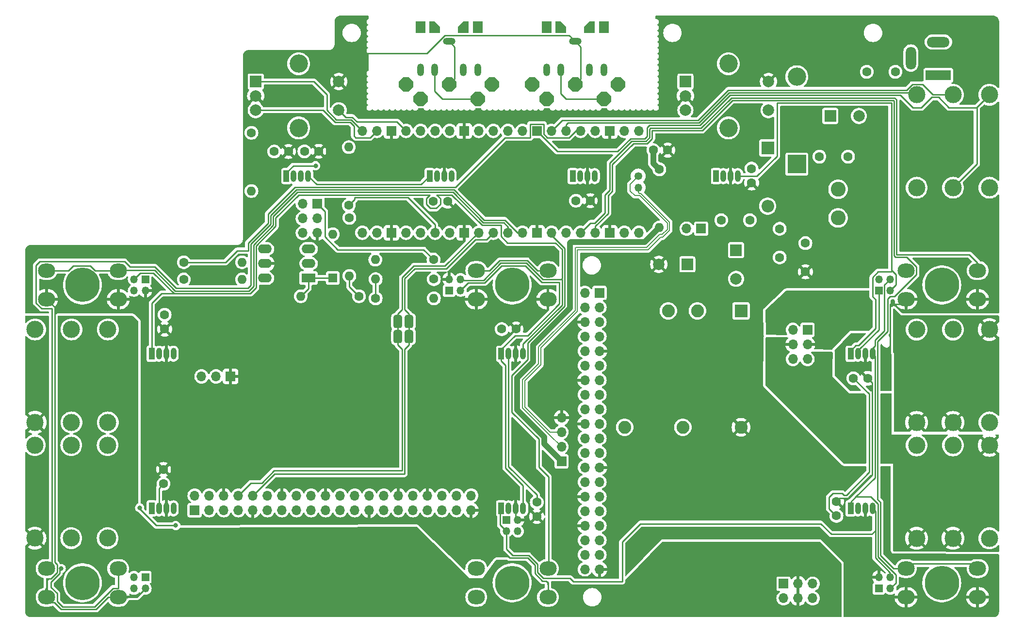
<source format=gbr>
%TF.GenerationSoftware,KiCad,Pcbnew,7.0.7-7.0.7~ubuntu23.04.1*%
%TF.CreationDate,2023-09-10T12:49:34+00:00*%
%TF.ProjectId,pedalboard-hw,70656461-6c62-46f6-9172-642d68772e6b,2.1.0*%
%TF.SameCoordinates,Original*%
%TF.FileFunction,Copper,L2,Bot*%
%TF.FilePolarity,Positive*%
%FSLAX46Y46*%
G04 Gerber Fmt 4.6, Leading zero omitted, Abs format (unit mm)*
G04 Created by KiCad (PCBNEW 7.0.7-7.0.7~ubuntu23.04.1) date 2023-09-10 12:49:34*
%MOMM*%
%LPD*%
G01*
G04 APERTURE LIST*
G04 Aperture macros list*
%AMRoundRect*
0 Rectangle with rounded corners*
0 $1 Rounding radius*
0 $2 $3 $4 $5 $6 $7 $8 $9 X,Y pos of 4 corners*
0 Add a 4 corners polygon primitive as box body*
4,1,4,$2,$3,$4,$5,$6,$7,$8,$9,$2,$3,0*
0 Add four circle primitives for the rounded corners*
1,1,$1+$1,$2,$3*
1,1,$1+$1,$4,$5*
1,1,$1+$1,$6,$7*
1,1,$1+$1,$8,$9*
0 Add four rect primitives between the rounded corners*
20,1,$1+$1,$2,$3,$4,$5,0*
20,1,$1+$1,$4,$5,$6,$7,0*
20,1,$1+$1,$6,$7,$8,$9,0*
20,1,$1+$1,$8,$9,$2,$3,0*%
%AMOutline5P*
0 Free polygon, 5 corners , with rotation*
0 The origin of the aperture is its center*
0 number of corners: always 5*
0 $1 to $10 corner X, Y*
0 $11 Rotation angle, in degrees counterclockwise*
0 create outline with 5 corners*
4,1,5,$1,$2,$3,$4,$5,$6,$7,$8,$9,$10,$1,$2,$11*%
%AMOutline6P*
0 Free polygon, 6 corners , with rotation*
0 The origin of the aperture is its center*
0 number of corners: always 6*
0 $1 to $12 corner X, Y*
0 $13 Rotation angle, in degrees counterclockwise*
0 create outline with 6 corners*
4,1,6,$1,$2,$3,$4,$5,$6,$7,$8,$9,$10,$11,$12,$1,$2,$13*%
%AMOutline7P*
0 Free polygon, 7 corners , with rotation*
0 The origin of the aperture is its center*
0 number of corners: always 7*
0 $1 to $14 corner X, Y*
0 $15 Rotation angle, in degrees counterclockwise*
0 create outline with 7 corners*
4,1,7,$1,$2,$3,$4,$5,$6,$7,$8,$9,$10,$11,$12,$13,$14,$1,$2,$15*%
%AMOutline8P*
0 Free polygon, 8 corners , with rotation*
0 The origin of the aperture is its center*
0 number of corners: always 8*
0 $1 to $16 corner X, Y*
0 $17 Rotation angle, in degrees counterclockwise*
0 create outline with 8 corners*
4,1,8,$1,$2,$3,$4,$5,$6,$7,$8,$9,$10,$11,$12,$13,$14,$15,$16,$1,$2,$17*%
G04 Aperture macros list end*
%TA.AperFunction,EtchedComponent*%
%ADD10C,0.250000*%
%TD*%
%TA.AperFunction,ComponentPad*%
%ADD11C,1.600000*%
%TD*%
%TA.AperFunction,ComponentPad*%
%ADD12O,1.200000X2.200000*%
%TD*%
%TA.AperFunction,ComponentPad*%
%ADD13O,2.200000X1.200000*%
%TD*%
%TA.AperFunction,ComponentPad*%
%ADD14C,3.000000*%
%TD*%
%TA.AperFunction,ComponentPad*%
%ADD15R,4.400000X1.800000*%
%TD*%
%TA.AperFunction,ComponentPad*%
%ADD16O,4.000000X1.800000*%
%TD*%
%TA.AperFunction,ComponentPad*%
%ADD17O,1.800000X4.000000*%
%TD*%
%TA.AperFunction,WasherPad*%
%ADD18C,6.000000*%
%TD*%
%TA.AperFunction,ComponentPad*%
%ADD19R,1.350000X1.350000*%
%TD*%
%TA.AperFunction,ComponentPad*%
%ADD20O,1.350000X1.350000*%
%TD*%
%TA.AperFunction,ComponentPad*%
%ADD21O,1.600000X1.600000*%
%TD*%
%TA.AperFunction,ComponentPad*%
%ADD22R,1.000000X2.000000*%
%TD*%
%TA.AperFunction,ComponentPad*%
%ADD23O,1.000000X2.000000*%
%TD*%
%TA.AperFunction,ComponentPad*%
%ADD24R,2.250000X2.250000*%
%TD*%
%TA.AperFunction,ComponentPad*%
%ADD25C,2.250000*%
%TD*%
%TA.AperFunction,ComponentPad*%
%ADD26R,1.700000X1.700000*%
%TD*%
%TA.AperFunction,ComponentPad*%
%ADD27O,1.700000X1.700000*%
%TD*%
%TA.AperFunction,ComponentPad*%
%ADD28O,3.000000X2.500000*%
%TD*%
%TA.AperFunction,ComponentPad*%
%ADD29R,2.400000X1.600000*%
%TD*%
%TA.AperFunction,ComponentPad*%
%ADD30O,2.400000X1.600000*%
%TD*%
%TA.AperFunction,ComponentPad*%
%ADD31C,2.600000*%
%TD*%
%TA.AperFunction,ComponentPad*%
%ADD32Outline8P,-1.250000X0.517767X-0.517767X1.250000X0.517767X1.250000X1.250000X0.517767X1.250000X-0.517767X0.517767X-1.250000X-0.517767X-1.250000X-1.250000X-0.517767X180.000000*%
%TD*%
%TA.AperFunction,ComponentPad*%
%ADD33Outline8P,-1.250000X0.517767X-0.517767X1.250000X0.517767X1.250000X1.250000X0.517767X1.250000X-0.517767X0.517767X-1.250000X-0.517767X-1.250000X-1.250000X-0.517767X270.000000*%
%TD*%
%TA.AperFunction,ComponentPad*%
%ADD34Outline5P,-0.900000X1.000000X0.900000X1.000000X0.900000X-0.100000X0.000000X-1.000000X-0.900000X-1.000000X180.000000*%
%TD*%
%TA.AperFunction,ComponentPad*%
%ADD35R,1.800000X2.000000*%
%TD*%
%TA.AperFunction,ComponentPad*%
%ADD36Outline5P,-0.900000X1.000000X0.900000X1.000000X0.900000X-1.000000X0.000000X-1.000000X-0.900000X-0.100000X180.000000*%
%TD*%
%TA.AperFunction,ComponentPad*%
%ADD37R,2.000000X2.000000*%
%TD*%
%TA.AperFunction,ComponentPad*%
%ADD38C,2.000000*%
%TD*%
%TA.AperFunction,ComponentPad*%
%ADD39C,3.200000*%
%TD*%
%TA.AperFunction,ComponentPad*%
%ADD40R,1.600000X1.600000*%
%TD*%
%TA.AperFunction,ComponentPad*%
%ADD41R,3.200000X3.200000*%
%TD*%
%TA.AperFunction,ComponentPad*%
%ADD42O,3.200000X3.200000*%
%TD*%
%TA.AperFunction,ComponentPad*%
%ADD43R,2.200000X2.200000*%
%TD*%
%TA.AperFunction,ComponentPad*%
%ADD44O,2.200000X2.200000*%
%TD*%
%TA.AperFunction,SMDPad,CuDef*%
%ADD45RoundRect,0.381000X0.381000X-0.762000X0.381000X0.762000X-0.381000X0.762000X-0.381000X-0.762000X0*%
%TD*%
%TA.AperFunction,ComponentPad*%
%ADD46C,1.350000*%
%TD*%
%TA.AperFunction,ViaPad*%
%ADD47C,0.800000*%
%TD*%
%TA.AperFunction,Conductor*%
%ADD48C,0.250000*%
%TD*%
%TA.AperFunction,Conductor*%
%ADD49C,0.200000*%
%TD*%
%TA.AperFunction,Conductor*%
%ADD50C,1.000000*%
%TD*%
G04 APERTURE END LIST*
D10*
%TO.C,F3*%
X85060000Y-74857000D02*
X85060000Y-74543000D01*
%TO.C,F2*%
X86990000Y-74847000D02*
X86990000Y-74533000D01*
%TD*%
D11*
%TO.P,C5,1*%
%TO.N,+5VP*%
X146800000Y-46700000D03*
%TO.P,C5,2*%
%TO.N,GND*%
X146800000Y-49200000D03*
%TD*%
D12*
%TO.P,J16,R*%
%TO.N,Net-(J15-Pin_6)*%
X121000000Y-29500000D03*
%TO.P,J16,RN*%
X118500000Y-29500000D03*
D13*
%TO.P,J16,S*%
%TO.N,GND*%
X116000000Y-24500000D03*
D12*
%TO.P,J16,T*%
%TO.N,Net-(J15-Pin_4)*%
X111000000Y-29500000D03*
%TO.P,J16,TN*%
X113500000Y-29500000D03*
%TD*%
D14*
%TO.P,J12,R*%
%TO.N,unconnected-(J12-PadR)*%
X28050000Y-111200000D03*
%TO.P,J12,RN*%
%TO.N,unconnected-(J12-PadRN)*%
X28050000Y-94970000D03*
%TO.P,J12,S*%
%TO.N,/Audio/GND_out*%
X21700000Y-111200000D03*
%TO.P,J12,SN*%
%TO.N,Net-(F4-Pad1)*%
X21700000Y-94970000D03*
%TO.P,J12,T*%
%TO.N,Net-(J8-out_L)*%
X34400000Y-111200000D03*
%TO.P,J12,TN*%
%TO.N,unconnected-(J12-PadTN)*%
X34400000Y-94970000D03*
%TD*%
D11*
%TO.P,C16,1*%
%TO.N,/Power Supply/fused*%
X158637600Y-44600000D03*
%TO.P,C16,2*%
%TO.N,/Power Supply/power_input_gnd*%
X163637600Y-44600000D03*
%TD*%
D15*
%TO.P,J13,1*%
%TO.N,/Power Supply/power_input_gnd*%
X179400000Y-30400000D03*
D16*
%TO.P,J13,2*%
%TO.N,/Power Supply/unfused*%
X179400000Y-24600000D03*
D17*
%TO.P,J13,3*%
%TO.N,unconnected-(J13-Pad3)*%
X174600000Y-27400000D03*
%TD*%
D18*
%TO.P,H4,*%
%TO.N,*%
X30000000Y-119000000D03*
%TD*%
D19*
%TO.P,J22,1,Pin_1*%
%TO.N,+5VP*%
X41000000Y-66000000D03*
D20*
%TO.P,J22,2,Pin_2*%
%TO.N,GND*%
X41000000Y-68000000D03*
%TO.P,J22,3,Pin_3*%
%TO.N,Net-(D8-DOUT)*%
X39000000Y-66000000D03*
%TO.P,J22,4,Pin_4*%
%TO.N,Net-(D10-DIN)*%
X39000000Y-68000000D03*
%TD*%
D11*
%TO.P,L5,1,1*%
%TO.N,/MIDI/VBUS_FILTERED*%
X130700000Y-46820000D03*
D21*
%TO.P,L5,2,2*%
%TO.N,/VBUS*%
X130700000Y-56980000D03*
%TD*%
D22*
%TO.P,D3,1,DIN*%
%TO.N,Net-(D2-DOUT)*%
X115600000Y-48000000D03*
D23*
%TO.P,D3,2,VDD*%
%TO.N,+5VP*%
X116870000Y-48000000D03*
%TO.P,D3,3,GND*%
%TO.N,GND*%
X118140000Y-48000000D03*
%TO.P,D3,4,DOUT*%
%TO.N,Net-(D3-DOUT)*%
X119410000Y-48000000D03*
%TD*%
D18*
%TO.P,H2,*%
%TO.N,*%
X105000000Y-67000000D03*
%TD*%
%TO.P,H1,*%
%TO.N,*%
X30000000Y-67000000D03*
%TD*%
D14*
%TO.P,J11,R*%
%TO.N,unconnected-(J11-PadR)*%
X28085000Y-91000000D03*
%TO.P,J11,RN*%
%TO.N,unconnected-(J11-PadRN)*%
X28085000Y-74770000D03*
%TO.P,J11,S*%
%TO.N,/Audio/GND_out*%
X21735000Y-91000000D03*
%TO.P,J11,SN*%
%TO.N,unconnected-(J11-PadSN)*%
X21735000Y-74770000D03*
%TO.P,J11,T*%
%TO.N,Net-(J8-out_R)*%
X34435000Y-91000000D03*
%TO.P,J11,TN*%
%TO.N,unconnected-(J11-PadTN)*%
X34435000Y-74770000D03*
%TD*%
D24*
%TO.P,PS1,1,CTRL*%
%TO.N,unconnected-(PS1-CTRL-Pad1)*%
X144960000Y-71520000D03*
D25*
%TO.P,PS1,2,GND*%
%TO.N,/Power Supply/power_input_gnd*%
X137340000Y-71520000D03*
%TO.P,PS1,3,VIN*%
%TO.N,/Power Supply/vin*%
X132260000Y-71520000D03*
%TO.P,PS1,4,+VO*%
%TO.N,+5VD*%
X124640000Y-91840000D03*
%TO.P,PS1,5,TRIM*%
%TO.N,unconnected-(PS1-TRIM-Pad5)*%
X134800000Y-91840000D03*
%TO.P,PS1,6,0V*%
%TO.N,GND*%
X144960000Y-91840000D03*
%TD*%
D14*
%TO.P,J10,R*%
%TO.N,/Audio/in_L-*%
X181950000Y-94995000D03*
%TO.P,J10,RN*%
%TO.N,/Audio/GND_in_L*%
X181950000Y-111225000D03*
%TO.P,J10,S*%
X188300000Y-94995000D03*
%TO.P,J10,SN*%
%TO.N,Net-(F5-Pad1)*%
X188300000Y-111225000D03*
%TO.P,J10,T*%
%TO.N,/Audio/in_L+*%
X175600000Y-94995000D03*
%TO.P,J10,TN*%
%TO.N,/Audio/GND_in_L*%
X175600000Y-111225000D03*
%TD*%
D22*
%TO.P,D4,1,DIN*%
%TO.N,Net-(D3-DOUT)*%
X140600000Y-48000000D03*
D23*
%TO.P,D4,2,VDD*%
%TO.N,+5VP*%
X141870000Y-48000000D03*
%TO.P,D4,3,GND*%
%TO.N,GND*%
X143140000Y-48000000D03*
%TO.P,D4,4,DOUT*%
%TO.N,Net-(D4-DOUT)*%
X144410000Y-48000000D03*
%TD*%
D11*
%TO.P,C10,1*%
%TO.N,+5VP*%
X109310000Y-104930000D03*
%TO.P,C10,2*%
%TO.N,GND*%
X109310000Y-107430000D03*
%TD*%
D22*
%TO.P,D7,1,DIN*%
%TO.N,Net-(D6-DOUT)*%
X103100000Y-106000000D03*
D23*
%TO.P,D7,2,VDD*%
%TO.N,+5VP*%
X104370000Y-106000000D03*
%TO.P,D7,3,GND*%
%TO.N,GND*%
X105640000Y-106000000D03*
%TO.P,D7,4,DOUT*%
%TO.N,Net-(D7-DOUT)*%
X106910000Y-106000000D03*
%TD*%
D19*
%TO.P,J19,1,Pin_1*%
%TO.N,+5VP*%
X169000000Y-120000000D03*
D20*
%TO.P,J19,2,Pin_2*%
%TO.N,GND*%
X169000000Y-118000000D03*
%TO.P,J19,3,Pin_3*%
%TO.N,Net-(D5-DOUT)*%
X171000000Y-120000000D03*
%TO.P,J19,4,Pin_4*%
%TO.N,Net-(D6-DOUT)*%
X171000000Y-118000000D03*
%TD*%
D26*
%TO.P,J7,1,3V3*%
%TO.N,Net-(J7-3V3-Pad1)*%
X49590000Y-106320000D03*
D27*
%TO.P,J7,2,5V*%
%TO.N,+5VP*%
X49590000Y-103780000D03*
%TO.P,J7,3,SDA/GPIO2*%
%TO.N,/Audio/conf_i2c_sda*%
X52130000Y-106320000D03*
%TO.P,J7,4,5V*%
%TO.N,Net-(J7-5V-Pad4)*%
X52130000Y-103780000D03*
%TO.P,J7,5,SCL/GPIO3*%
%TO.N,/Audio/conf_i2c_scl*%
X54670000Y-106320000D03*
%TO.P,J7,6,GND*%
%TO.N,GND*%
X54670000Y-103780000D03*
%TO.P,J7,7,GCLK0/GPIO4*%
%TO.N,Net-(J7-GCLK0{slash}GPIO4)*%
X57210000Y-106320000D03*
%TO.P,J7,8,GPIO14/TXD*%
%TO.N,/Audio/INT_MIDI_TX*%
X57210000Y-103780000D03*
%TO.P,J7,9,GND*%
%TO.N,GND*%
X59750000Y-106320000D03*
%TO.P,J7,10,GPIO15/RXD*%
%TO.N,/Audio/INT_MIDI_RX*%
X59750000Y-103780000D03*
%TO.P,J7,11,GPIO17*%
%TO.N,Net-(J7-GPIO17)*%
X62290000Y-106320000D03*
%TO.P,J7,12,GPIO18/PWM0*%
%TO.N,/Audio/audio_pcm_clk*%
X62290000Y-103780000D03*
%TO.P,J7,13,GPIO27*%
%TO.N,/Audio/audio_in_stereo*%
X64830000Y-106320000D03*
%TO.P,J7,14,GND*%
%TO.N,GND*%
X64830000Y-103780000D03*
%TO.P,J7,15,GPIO22*%
%TO.N,Net-(J7-GPIO22)*%
X67370000Y-106320000D03*
%TO.P,J7,16,GPIO23*%
%TO.N,Net-(J7-GPIO23)*%
X67370000Y-103780000D03*
%TO.P,J7,17,3V3*%
%TO.N,Net-(J7-3V3-Pad17)*%
X69910000Y-106320000D03*
%TO.P,J7,18,GPIO24*%
%TO.N,Net-(J7-GPIO24)*%
X69910000Y-103780000D03*
%TO.P,J7,19,MOSI0/GPIO10*%
%TO.N,Net-(J7-MOSI0{slash}GPIO10)*%
X72450000Y-106320000D03*
%TO.P,J7,20,GND*%
%TO.N,GND*%
X72450000Y-103780000D03*
%TO.P,J7,21,MISO0/GPIO9*%
%TO.N,Net-(J7-MISO0{slash}GPIO9)*%
X74990000Y-106320000D03*
%TO.P,J7,22,GPIO25*%
%TO.N,Net-(J7-GPIO25)*%
X74990000Y-103780000D03*
%TO.P,J7,23,SCLK0/GPIO11*%
%TO.N,Net-(J7-SCLK0{slash}GPIO11)*%
X77530000Y-106320000D03*
%TO.P,J7,24,~{CE0}/GPIO8*%
%TO.N,Net-(J7-~{CE0}{slash}GPIO8)*%
X77530000Y-103780000D03*
%TO.P,J7,25,GND*%
%TO.N,GND*%
X80070000Y-106320000D03*
%TO.P,J7,26,~{CE1}/GPIO7*%
%TO.N,Net-(J7-~{CE1}{slash}GPIO7)*%
X80070000Y-103780000D03*
%TO.P,J7,27,ID_SD/GPIO0*%
%TO.N,Net-(J7-ID_SD{slash}GPIO0)*%
X82610000Y-106320000D03*
%TO.P,J7,28,ID_SC/GPIO1*%
%TO.N,Net-(J7-ID_SC{slash}GPIO1)*%
X82610000Y-103780000D03*
%TO.P,J7,29,GCLK1/GPIO5*%
%TO.N,Net-(J7-GCLK1{slash}GPIO5)*%
X85150000Y-106320000D03*
%TO.P,J7,30,GND*%
%TO.N,GND*%
X85150000Y-103780000D03*
%TO.P,J7,31,GCLK2/GPIO6*%
%TO.N,Net-(J7-GCLK2{slash}GPIO6)*%
X87690000Y-106320000D03*
%TO.P,J7,32,PWM0/GPIO12*%
%TO.N,Net-(J7-PWM0{slash}GPIO12)*%
X87690000Y-103780000D03*
%TO.P,J7,33,PWM1/GPIO13*%
%TO.N,Net-(J7-PWM1{slash}GPIO13)*%
X90230000Y-106320000D03*
%TO.P,J7,34,GND*%
%TO.N,GND*%
X90230000Y-103780000D03*
%TO.P,J7,35,GPIO19/MISO1*%
%TO.N,/Audio/audio_pcm_fs*%
X92770000Y-106320000D03*
%TO.P,J7,36,GPIO16*%
%TO.N,Net-(J7-GPIO16)*%
X92770000Y-103780000D03*
%TO.P,J7,37,GPIO26*%
%TO.N,/Audio/audio_out_stereo*%
X95310000Y-106320000D03*
%TO.P,J7,38,GPIO20/MOSI1*%
%TO.N,/Audio/audio_pcm_din*%
X95310000Y-103780000D03*
%TO.P,J7,39,GND*%
%TO.N,GND*%
X97850000Y-106320000D03*
%TO.P,J7,40,GPIO21/SCLK1*%
%TO.N,/Audio/audio_pcm_dout*%
X97850000Y-103780000D03*
%TD*%
D11*
%TO.P,C11,1*%
%TO.N,+5VP*%
X161620000Y-107300000D03*
%TO.P,C11,2*%
%TO.N,GND*%
X161620000Y-104800000D03*
%TD*%
D19*
%TO.P,J23,1,Pin_1*%
%TO.N,+5VP*%
X41000000Y-118000000D03*
D20*
%TO.P,J23,2,Pin_2*%
%TO.N,GND*%
X41000000Y-120000000D03*
%TO.P,J23,3,Pin_3*%
%TO.N,Net-(D10-DIN)*%
X39000000Y-118000000D03*
%TO.P,J23,4,Pin_4*%
%TO.N,Net-(D10-DOUT)*%
X39000000Y-120000000D03*
%TD*%
D11*
%TO.P,C9,1*%
%TO.N,+5VP*%
X44155000Y-101700000D03*
%TO.P,C9,2*%
%TO.N,GND*%
X44155000Y-99200000D03*
%TD*%
D28*
%TO.P,SW2,1,1*%
%TO.N,/MIDI/SW_E*%
X98750000Y-64500000D03*
X111250000Y-64500000D03*
%TO.P,SW2,2,2*%
%TO.N,GND*%
X98750000Y-69500000D03*
X111250000Y-69500000D03*
%TD*%
D22*
%TO.P,D9,1,DIN*%
%TO.N,Net-(D8-DOUT)*%
X42100000Y-79000000D03*
D23*
%TO.P,D9,2,VDD*%
%TO.N,+5VP*%
X43370000Y-79000000D03*
%TO.P,D9,3,GND*%
%TO.N,GND*%
X44640000Y-79000000D03*
%TO.P,D9,4,DOUT*%
%TO.N,Net-(D10-DIN)*%
X45910000Y-79000000D03*
%TD*%
D19*
%TO.P,J21,1,Pin_1*%
%TO.N,+5VP*%
X94000000Y-68000000D03*
D20*
%TO.P,J21,2,Pin_2*%
%TO.N,GND*%
X94000000Y-66000000D03*
%TO.P,J21,3,Pin_3*%
%TO.N,Net-(D7-DOUT)*%
X96000000Y-68000000D03*
%TO.P,J21,4,Pin_4*%
%TO.N,Net-(D8-DOUT)*%
X96000000Y-66000000D03*
%TD*%
D11*
%TO.P,R5,1*%
%TO.N,/LEDs/RGB_DATA*%
X76500000Y-53105000D03*
D21*
%TO.P,R5,2*%
%TO.N,Net-(U3-A)*%
X76500000Y-42945000D03*
%TD*%
D29*
%TO.P,U2,1*%
%TO.N,Net-(D11-K)*%
X69475000Y-65800000D03*
D30*
%TO.P,U2,2*%
%TO.N,Net-(D11-A)*%
X69475000Y-63260000D03*
%TO.P,U2,3*%
%TO.N,unconnected-(U2-Pad3)*%
X69475000Y-60720000D03*
%TO.P,U2,4*%
%TO.N,/MIDI/EXT_MIDI_RX*%
X61855000Y-60720000D03*
%TO.P,U2,5*%
%TO.N,GND*%
X61855000Y-63260000D03*
%TO.P,U2,6*%
%TO.N,+3.3V*%
X61855000Y-65800000D03*
%TD*%
D31*
%TO.P,L6,1,1*%
%TO.N,/Power Supply/fused*%
X161900000Y-50300000D03*
%TO.P,L6,2,2*%
%TO.N,/Power Supply/vin*%
X161900000Y-55300000D03*
%TD*%
D14*
%TO.P,J3,R*%
%TO.N,Net-(U1-GPIO28_ADC2)*%
X181965000Y-33800000D03*
%TO.P,J3,RN*%
%TO.N,Net-(U1-AGND)*%
X181965000Y-50030000D03*
%TO.P,J3,S*%
X188315000Y-33800000D03*
%TO.P,J3,SN*%
%TO.N,unconnected-(J3-PadSN)*%
X188315000Y-50030000D03*
%TO.P,J3,T*%
%TO.N,Net-(U1-ADC_VREF)*%
X175615000Y-33800000D03*
%TO.P,J3,TN*%
%TO.N,unconnected-(J3-PadTN)*%
X175615000Y-50030000D03*
%TD*%
D11*
%TO.P,C1,1*%
%TO.N,Net-(J15-Pin_2)*%
X63475000Y-43700000D03*
%TO.P,C1,2*%
%TO.N,GND*%
X65975000Y-43700000D03*
%TD*%
D32*
%TO.P,J1,1*%
%TO.N,unconnected-(J1-Pad1)*%
X108500000Y-32000000D03*
D33*
%TO.P,J1,2*%
%TO.N,GND*%
X116000000Y-32000000D03*
D32*
%TO.P,J1,3*%
%TO.N,unconnected-(J1-Pad3)*%
X123500000Y-32000000D03*
%TO.P,J1,4*%
%TO.N,Net-(J15-Pin_6)*%
X111000000Y-34500000D03*
%TO.P,J1,5*%
%TO.N,Net-(J15-Pin_4)*%
X121000000Y-34500000D03*
D34*
%TO.P,J1,PE*%
%TO.N,N/C*%
X118500000Y-22000000D03*
D35*
%TO.P,J1,PE1*%
X121000000Y-22000000D03*
%TO.P,J1,PE2*%
X111000000Y-22000000D03*
D36*
%TO.P,J1,PE@*%
X113500000Y-22000000D03*
%TD*%
D22*
%TO.P,D2,1,DIN*%
%TO.N,Net-(D1-DOUT)*%
X90600000Y-48000000D03*
D23*
%TO.P,D2,2,VDD*%
%TO.N,+5VP*%
X91870000Y-48000000D03*
%TO.P,D2,3,GND*%
%TO.N,GND*%
X93140000Y-48000000D03*
%TO.P,D2,4,DOUT*%
%TO.N,Net-(D2-DOUT)*%
X94410000Y-48000000D03*
%TD*%
D37*
%TO.P,SW7,A,A*%
%TO.N,/MIDI/ROT_VOL_A*%
X60250000Y-31500000D03*
D38*
%TO.P,SW7,B,B*%
%TO.N,/MIDI/ROT_VOL_B*%
X60250000Y-36500000D03*
%TO.P,SW7,C,C*%
%TO.N,GND*%
X60250000Y-34000000D03*
D39*
%TO.P,SW7,MP*%
%TO.N,N/C*%
X67750000Y-28400000D03*
X67750000Y-39600000D03*
D38*
%TO.P,SW7,S1,S1*%
%TO.N,/MIDI/SW_VOL*%
X74750000Y-36500000D03*
%TO.P,SW7,S2,S2*%
%TO.N,GND*%
X74750000Y-31500000D03*
%TD*%
D11*
%TO.P,C2,1*%
%TO.N,+5VP*%
X68750000Y-43675000D03*
%TO.P,C2,2*%
%TO.N,GND*%
X71250000Y-43675000D03*
%TD*%
%TO.P,C8,1*%
%TO.N,+5VP*%
X164570000Y-83300000D03*
%TO.P,C8,2*%
%TO.N,GND*%
X167070000Y-83300000D03*
%TD*%
D37*
%TO.P,C14,1*%
%TO.N,/Power Supply/vin*%
X144100000Y-60932323D03*
D38*
%TO.P,C14,2*%
%TO.N,/Power Supply/power_input_gnd*%
X144100000Y-65932323D03*
%TD*%
D19*
%TO.P,J18,1,Pin_1*%
%TO.N,+5VP*%
X169000000Y-68000000D03*
D20*
%TO.P,J18,2,Pin_2*%
%TO.N,GND*%
X169000000Y-66000000D03*
%TO.P,J18,3,Pin_3*%
%TO.N,Net-(D4-DOUT)*%
X171000000Y-68000000D03*
%TO.P,J18,4,Pin_4*%
%TO.N,Net-(D5-DOUT)*%
X171000000Y-66000000D03*
%TD*%
D18*
%TO.P,H3,*%
%TO.N,*%
X180000000Y-67000000D03*
%TD*%
D11*
%TO.P,R1,1*%
%TO.N,Net-(L1-Pad2)*%
X78280000Y-68980000D03*
D21*
%TO.P,R1,2*%
%TO.N,Net-(D11-K)*%
X68120000Y-68980000D03*
%TD*%
D37*
%TO.P,C15,1*%
%TO.N,+5VD*%
X135600000Y-63400000D03*
D38*
%TO.P,C15,2*%
%TO.N,GND*%
X130600000Y-63400000D03*
%TD*%
D22*
%TO.P,D1,1,DIN*%
%TO.N,Net-(D1-DIN)*%
X65600000Y-48000000D03*
D23*
%TO.P,D1,2,VDD*%
%TO.N,+5VP*%
X66870000Y-48000000D03*
%TO.P,D1,3,GND*%
%TO.N,GND*%
X68140000Y-48000000D03*
%TO.P,D1,4,DOUT*%
%TO.N,Net-(D1-DOUT)*%
X69410000Y-48000000D03*
%TD*%
D11*
%TO.P,C3,1*%
%TO.N,+5VP*%
X91250000Y-52400000D03*
%TO.P,C3,2*%
%TO.N,GND*%
X93750000Y-52400000D03*
%TD*%
D14*
%TO.P,J9,R*%
%TO.N,/Audio/in_R-*%
X181950000Y-74780000D03*
%TO.P,J9,RN*%
%TO.N,/Audio/GND_in_R*%
X181950000Y-91010000D03*
%TO.P,J9,S*%
X188300000Y-74780000D03*
%TO.P,J9,SN*%
%TO.N,unconnected-(J9-PadSN)*%
X188300000Y-91010000D03*
%TO.P,J9,T*%
%TO.N,/Audio/in_R+*%
X175600000Y-74780000D03*
%TO.P,J9,TN*%
%TO.N,/Audio/GND_in_R*%
X175600000Y-91010000D03*
%TD*%
D18*
%TO.P,H5,*%
%TO.N,*%
X105000000Y-119000000D03*
%TD*%
D28*
%TO.P,SW1,1,1*%
%TO.N,/MIDI/SW_D*%
X23750000Y-64500000D03*
X36250000Y-64500000D03*
%TO.P,SW1,2,2*%
%TO.N,GND*%
X23750000Y-69500000D03*
X36250000Y-69500000D03*
%TD*%
D11*
%TO.P,C12,1*%
%TO.N,/MIDI/VBUS_FILTERED*%
X129650000Y-43470000D03*
%TO.P,C12,2*%
%TO.N,GND*%
X132150000Y-43470000D03*
%TD*%
%TO.P,R3,1*%
%TO.N,+3.3V*%
X47695000Y-63050000D03*
D21*
%TO.P,R3,2*%
%TO.N,Net-(L3-Pad2)*%
X57855000Y-63050000D03*
%TD*%
D37*
%TO.P,C13,1*%
%TO.N,/Power Supply/fused*%
X160532323Y-37500000D03*
D38*
%TO.P,C13,2*%
%TO.N,/Power Supply/power_input_gnd*%
X165532323Y-37500000D03*
%TD*%
D19*
%TO.P,J20,1,Pin_1*%
%TO.N,+5VP*%
X104000000Y-108000000D03*
D20*
%TO.P,J20,2,Pin_2*%
%TO.N,GND*%
X106000000Y-108000000D03*
%TO.P,J20,3,Pin_3*%
%TO.N,Net-(D6-DOUT)*%
X104000000Y-110000000D03*
%TO.P,J20,4,Pin_4*%
%TO.N,Net-(D7-DOUT)*%
X106000000Y-110000000D03*
%TD*%
D22*
%TO.P,D5,1,DIN*%
%TO.N,Net-(D4-DOUT)*%
X164100000Y-79000000D03*
D23*
%TO.P,D5,2,VDD*%
%TO.N,+5VP*%
X165370000Y-79000000D03*
%TO.P,D5,3,GND*%
%TO.N,GND*%
X166640000Y-79000000D03*
%TO.P,D5,4,DOUT*%
%TO.N,Net-(D5-DOUT)*%
X167910000Y-79000000D03*
%TD*%
D11*
%TO.P,R4,1*%
%TO.N,Net-(L4-Pad2)*%
X81190000Y-69340000D03*
D21*
%TO.P,R4,2*%
%TO.N,/MIDI/EXT_MIDI_TX*%
X91350000Y-69340000D03*
%TD*%
D22*
%TO.P,D10,1,DIN*%
%TO.N,Net-(D10-DIN)*%
X42100000Y-106000000D03*
D23*
%TO.P,D10,2,VDD*%
%TO.N,+5VP*%
X43370000Y-106000000D03*
%TO.P,D10,3,GND*%
%TO.N,GND*%
X44640000Y-106000000D03*
%TO.P,D10,4,DOUT*%
%TO.N,Net-(D10-DOUT)*%
X45910000Y-106000000D03*
%TD*%
D11*
%TO.P,L1,1,1*%
%TO.N,Net-(J15-Pin_3)*%
X76600000Y-55270000D03*
D21*
%TO.P,L1,2,2*%
%TO.N,Net-(L1-Pad2)*%
X76600000Y-65430000D03*
%TD*%
D11*
%TO.P,C18,1*%
%TO.N,/Power Supply/vin*%
X146500000Y-55700000D03*
%TO.P,C18,2*%
%TO.N,+5VD*%
X141500000Y-55700000D03*
%TD*%
D40*
%TO.P,D11,1,K*%
%TO.N,Net-(D11-K)*%
X73700000Y-65775000D03*
D21*
%TO.P,D11,2,A*%
%TO.N,Net-(D11-A)*%
X73700000Y-58155000D03*
%TD*%
D11*
%TO.P,C4,1*%
%TO.N,+5VP*%
X116150000Y-52300000D03*
%TO.P,C4,2*%
%TO.N,GND*%
X118650000Y-52300000D03*
%TD*%
D41*
%TO.P,D12,1,K*%
%TO.N,/Power Supply/fused*%
X154700000Y-45900000D03*
D42*
%TO.P,D12,2,A*%
%TO.N,/Power Supply/power_input_gnd*%
X154700000Y-30660000D03*
%TD*%
D11*
%TO.P,L2,1,1*%
%TO.N,Net-(J15-Pin_1)*%
X91280000Y-62575000D03*
D21*
%TO.P,L2,2,2*%
%TO.N,Net-(D11-A)*%
X81120000Y-62575000D03*
%TD*%
D11*
%TO.P,F1,1*%
%TO.N,/Power Supply/unfused*%
X171900000Y-29800000D03*
%TO.P,F1,2*%
%TO.N,/Power Supply/fused*%
X166900000Y-29800000D03*
%TD*%
%TO.P,C17,1*%
%TO.N,/Power Supply/vin*%
X151700000Y-57200000D03*
%TO.P,C17,2*%
%TO.N,/Power Supply/power_input_gnd*%
X151700000Y-62200000D03*
%TD*%
D22*
%TO.P,D6,1,DIN*%
%TO.N,Net-(D5-DOUT)*%
X164100000Y-106000000D03*
D23*
%TO.P,D6,2,VDD*%
%TO.N,+5VP*%
X165370000Y-106000000D03*
%TO.P,D6,3,GND*%
%TO.N,GND*%
X166640000Y-106000000D03*
%TO.P,D6,4,DOUT*%
%TO.N,Net-(D6-DOUT)*%
X167910000Y-106000000D03*
%TD*%
D28*
%TO.P,SW6,1,1*%
%TO.N,/MIDI/SW_C*%
X173750000Y-116500000D03*
X186250000Y-116500000D03*
%TO.P,SW6,2,2*%
%TO.N,GND*%
X173750000Y-121500000D03*
X186250000Y-121500000D03*
%TD*%
D18*
%TO.P,H6,*%
%TO.N,*%
X180000000Y-119000000D03*
%TD*%
D28*
%TO.P,SW3,1,1*%
%TO.N,/MIDI/SW_F*%
X173750000Y-64500000D03*
X186250000Y-64500000D03*
%TO.P,SW3,2,2*%
%TO.N,GND*%
X173750000Y-69500000D03*
X186250000Y-69500000D03*
%TD*%
D11*
%TO.P,C7,1*%
%TO.N,+5VP*%
X103200000Y-74700000D03*
%TO.P,C7,2*%
%TO.N,GND*%
X105700000Y-74700000D03*
%TD*%
D28*
%TO.P,SW4,1,1*%
%TO.N,/MIDI/SW_A*%
X23750000Y-116500000D03*
X36250000Y-116500000D03*
%TO.P,SW4,2,2*%
%TO.N,GND*%
X23750000Y-121500000D03*
X36250000Y-121500000D03*
%TD*%
D11*
%TO.P,L4,1,1*%
%TO.N,Net-(J15-Pin_4)*%
X91350000Y-65980000D03*
D21*
%TO.P,L4,2,2*%
%TO.N,Net-(L4-Pad2)*%
X81190000Y-65980000D03*
%TD*%
D37*
%TO.P,SW8,A,A*%
%TO.N,/MIDI/ROT_GAIN_A*%
X135250000Y-31500000D03*
D38*
%TO.P,SW8,B,B*%
%TO.N,/MIDI/ROT_GAIN_B*%
X135250000Y-36500000D03*
%TO.P,SW8,C,C*%
%TO.N,GND*%
X135250000Y-34000000D03*
D39*
%TO.P,SW8,MP*%
%TO.N,N/C*%
X142750000Y-28400000D03*
X142750000Y-39600000D03*
D38*
%TO.P,SW8,S1,S1*%
%TO.N,/MIDI/SW_GAIN*%
X149750000Y-36500000D03*
%TO.P,SW8,S2,S2*%
%TO.N,GND*%
X149750000Y-31500000D03*
%TD*%
D11*
%TO.P,R2,1*%
%TO.N,+3.3V*%
X47695000Y-66050000D03*
D21*
%TO.P,R2,2*%
%TO.N,/MIDI/EXT_MIDI_RX*%
X57855000Y-66050000D03*
%TD*%
D28*
%TO.P,SW5,1,1*%
%TO.N,/MIDI/SW_B*%
X98750000Y-116500000D03*
X111250000Y-116500000D03*
%TO.P,SW5,2,2*%
%TO.N,GND*%
X98750000Y-121500000D03*
X111250000Y-121500000D03*
%TD*%
D11*
%TO.P,C19,1*%
%TO.N,GND*%
X156200000Y-64700000D03*
%TO.P,C19,2*%
%TO.N,/Power Supply/power_input_gnd*%
X156200000Y-59700000D03*
%TD*%
D32*
%TO.P,J2,1*%
%TO.N,unconnected-(J2-Pad1)*%
X86505500Y-32000000D03*
D33*
%TO.P,J2,2*%
%TO.N,Net-(J15-Pin_2)*%
X94005500Y-32000000D03*
D32*
%TO.P,J2,3*%
%TO.N,unconnected-(J2-Pad3)*%
X101505500Y-32000000D03*
%TO.P,J2,4*%
%TO.N,Net-(J15-Pin_3)*%
X89005500Y-34500000D03*
%TO.P,J2,5*%
%TO.N,Net-(J15-Pin_1)*%
X99005500Y-34500000D03*
D34*
%TO.P,J2,PE*%
%TO.N,N/C*%
X96505500Y-22000000D03*
D35*
%TO.P,J2,PE1*%
X99005500Y-22000000D03*
%TO.P,J2,PE2*%
X89005500Y-22000000D03*
D36*
%TO.P,J2,PE@*%
X91505500Y-22000000D03*
%TD*%
D11*
%TO.P,C6,1*%
%TO.N,+5VP*%
X44355000Y-72200000D03*
%TO.P,C6,2*%
%TO.N,GND*%
X44355000Y-74700000D03*
%TD*%
D43*
%TO.P,D13,1,K*%
%TO.N,/MIDI/VSYS*%
X149606000Y-43078400D03*
D44*
%TO.P,D13,2,A*%
%TO.N,+5VD*%
X149606000Y-53238400D03*
%TD*%
D22*
%TO.P,D8,1,DIN*%
%TO.N,Net-(D7-DOUT)*%
X103100000Y-79000000D03*
D23*
%TO.P,D8,2,VDD*%
%TO.N,+5VP*%
X104370000Y-79000000D03*
%TO.P,D8,3,GND*%
%TO.N,GND*%
X105640000Y-79000000D03*
%TO.P,D8,4,DOUT*%
%TO.N,Net-(D8-DOUT)*%
X106910000Y-79000000D03*
%TD*%
D11*
%TO.P,L3,1,1*%
%TO.N,Net-(J15-Pin_6)*%
X59500000Y-40445000D03*
D21*
%TO.P,L3,2,2*%
%TO.N,Net-(L3-Pad2)*%
X59500000Y-50605000D03*
%TD*%
D12*
%TO.P,J17,R*%
%TO.N,Net-(J15-Pin_3)*%
X99000000Y-29500000D03*
%TO.P,J17,RN*%
X96500000Y-29500000D03*
D13*
%TO.P,J17,S*%
%TO.N,Net-(J15-Pin_2)*%
X94000000Y-24500000D03*
D12*
%TO.P,J17,T*%
%TO.N,Net-(J15-Pin_1)*%
X89000000Y-29500000D03*
%TO.P,J17,TN*%
X91500000Y-29500000D03*
%TD*%
D26*
%TO.P,J6,1,VBUS*%
%TO.N,/VBUS*%
X113625000Y-97780000D03*
D27*
%TO.P,J6,2,D-*%
%TO.N,/Audio/USB_DN*%
X113625000Y-95240000D03*
%TO.P,J6,3,D+*%
%TO.N,/Audio/USB_DP*%
X113625000Y-92700000D03*
%TO.P,J6,4,GND*%
%TO.N,GND*%
X113625000Y-90160000D03*
%TD*%
D45*
%TO.P,F3,1*%
%TO.N,/Audio/INT_MIDI_TX*%
X85060000Y-76000000D03*
%TO.P,F3,2*%
%TO.N,Net-(U1-GPIO9)*%
X85060000Y-73400000D03*
%TD*%
D26*
%TO.P,J14,1,Pin_1*%
%TO.N,+5VD*%
X138000000Y-57175000D03*
D27*
%TO.P,J14,2,Pin_2*%
%TO.N,+5VP*%
X135460000Y-57175000D03*
%TD*%
D46*
%TO.P,J5,1,Pin_1*%
%TO.N,/Audio/USB_DN*%
X127000000Y-48000000D03*
D20*
%TO.P,J5,2,Pin_2*%
%TO.N,/Audio/USB_DP*%
X127000000Y-50000000D03*
%TD*%
D27*
%TO.P,U1,1,GPIO0*%
%TO.N,/MIDI/EXT_MIDI_TX*%
X127130000Y-57890000D03*
%TO.P,U1,2,GPIO1*%
%TO.N,/MIDI/EXT_MIDI_RX*%
X124590000Y-57890000D03*
D26*
%TO.P,U1,3,GND*%
%TO.N,GND*%
X122050000Y-57890000D03*
D27*
%TO.P,U1,4,GPIO2*%
%TO.N,/MIDI/SW_C*%
X119510000Y-57890000D03*
%TO.P,U1,5,GPIO3*%
%TO.N,/MIDI/SW_F*%
X116970000Y-57890000D03*
%TO.P,U1,6,GPIO4*%
%TO.N,/MIDI/SW_E*%
X114430000Y-57890000D03*
%TO.P,U1,7,GPIO5*%
%TO.N,/MIDI/SW_B*%
X111890000Y-57890000D03*
D26*
%TO.P,U1,8,GND*%
%TO.N,GND*%
X109350000Y-57890000D03*
D27*
%TO.P,U1,9,GPIO6*%
%TO.N,/MIDI/SW_A*%
X106810000Y-57890000D03*
%TO.P,U1,10,GPIO7*%
%TO.N,/MIDI/SW_D*%
X104270000Y-57890000D03*
%TO.P,U1,11,GPIO8*%
%TO.N,Net-(U1-GPIO8)*%
X101730000Y-57890000D03*
%TO.P,U1,12,GPIO9*%
%TO.N,Net-(U1-GPIO9)*%
X99190000Y-57890000D03*
D26*
%TO.P,U1,13,GND*%
%TO.N,GND*%
X96650000Y-57890000D03*
D27*
%TO.P,U1,14,GPIO10*%
%TO.N,unconnected-(U1-GPIO10-Pad14)*%
X94110000Y-57890000D03*
%TO.P,U1,15,GPIO11*%
%TO.N,/LEDs/RGB_DATA*%
X91570000Y-57890000D03*
%TO.P,U1,16,GPIO12*%
%TO.N,unconnected-(U1-GPIO12-Pad16)*%
X89030000Y-57890000D03*
%TO.P,U1,17,GPIO13*%
%TO.N,unconnected-(U1-GPIO13-Pad17)*%
X86490000Y-57890000D03*
D26*
%TO.P,U1,18,GND*%
%TO.N,GND*%
X83950000Y-57890000D03*
D27*
%TO.P,U1,19,GPIO14*%
%TO.N,unconnected-(U1-GPIO14-Pad19)*%
X81410000Y-57890000D03*
%TO.P,U1,20,GPIO15*%
%TO.N,unconnected-(U1-GPIO15-Pad20)*%
X78870000Y-57890000D03*
%TO.P,U1,21,GPIO16*%
%TO.N,/MIDI/ROT_VOL_A*%
X78870000Y-40110000D03*
%TO.P,U1,22,GPIO17*%
%TO.N,/MIDI/ROT_VOL_B*%
X81410000Y-40110000D03*
D26*
%TO.P,U1,23,GND*%
%TO.N,GND*%
X83950000Y-40110000D03*
D27*
%TO.P,U1,24,GPIO18*%
%TO.N,/MIDI/SW_VOL*%
X86490000Y-40110000D03*
%TO.P,U1,25,GPIO19*%
%TO.N,/MIDI/ROT_GAIN_A*%
X89030000Y-40110000D03*
%TO.P,U1,26,GPIO20*%
%TO.N,/MIDI/ROT_GAIN_B*%
X91570000Y-40110000D03*
%TO.P,U1,27,GPIO21*%
%TO.N,/MIDI/SW_GAIN*%
X94110000Y-40110000D03*
D26*
%TO.P,U1,28,GND*%
%TO.N,GND*%
X96650000Y-40110000D03*
D27*
%TO.P,U1,29,GPIO22*%
%TO.N,unconnected-(U1-GPIO22-Pad29)*%
X99190000Y-40110000D03*
%TO.P,U1,30,RUN*%
%TO.N,unconnected-(U1-RUN-Pad30)*%
X101730000Y-40110000D03*
%TO.P,U1,31,GPIO26_ADC0*%
%TO.N,unconnected-(U1-GPIO26_ADC0-Pad31)*%
X104270000Y-40110000D03*
%TO.P,U1,32,GPIO27_ADC1*%
%TO.N,unconnected-(U1-GPIO27_ADC1-Pad32)*%
X106810000Y-40110000D03*
D26*
%TO.P,U1,33,AGND*%
%TO.N,Net-(U1-AGND)*%
X109350000Y-40110000D03*
D27*
%TO.P,U1,34,GPIO28_ADC2*%
%TO.N,Net-(U1-GPIO28_ADC2)*%
X111890000Y-40110000D03*
%TO.P,U1,35,ADC_VREF*%
%TO.N,Net-(U1-ADC_VREF)*%
X114430000Y-40110000D03*
%TO.P,U1,36,3V3*%
%TO.N,+3.3V*%
X116970000Y-40110000D03*
%TO.P,U1,37,3V3_EN*%
%TO.N,unconnected-(U1-3V3_EN-Pad37)*%
X119510000Y-40110000D03*
D26*
%TO.P,U1,38,GND*%
%TO.N,GND*%
X122050000Y-40110000D03*
D27*
%TO.P,U1,39,VSYS*%
%TO.N,/MIDI/VSYS*%
X124590000Y-40110000D03*
%TO.P,U1,40,VBUS*%
%TO.N,/MIDI/VBUS_FILTERED*%
X127130000Y-40110000D03*
%TD*%
D26*
%TO.P,J4,1,Pin_1*%
%TO.N,GND*%
X55865000Y-82962600D03*
D27*
%TO.P,J4,2,Pin_2*%
%TO.N,Net-(D10-DOUT)*%
X53325000Y-82962600D03*
%TO.P,J4,3,Pin_3*%
%TO.N,+5VP*%
X50785000Y-82962600D03*
%TD*%
D26*
%TO.P,J8,1,3V3*%
%TO.N,Net-(J7-3V3-Pad1)*%
X120250000Y-68375600D03*
D27*
%TO.P,J8,2,5V*%
%TO.N,+5VP*%
X117710000Y-68375600D03*
%TO.P,J8,3,SDA/GPIO2*%
%TO.N,/Audio/conf_i2c_sda*%
X120250000Y-70915600D03*
%TO.P,J8,4,5V*%
%TO.N,Net-(J7-5V-Pad4)*%
X117710000Y-70915600D03*
%TO.P,J8,5,SCL/GPIO3*%
%TO.N,/Audio/conf_i2c_scl*%
X120250000Y-73455600D03*
%TO.P,J8,6,GND*%
%TO.N,GND*%
X117710000Y-73455600D03*
%TO.P,J8,7,GCLK0/GPIO4*%
%TO.N,Net-(J7-GCLK0{slash}GPIO4)*%
X120250000Y-75995600D03*
%TO.P,J8,8,GPIO14/TXD*%
%TO.N,/Audio/INT_MIDI_TX*%
X117710000Y-75995600D03*
%TO.P,J8,9,GND*%
%TO.N,GND*%
X120250000Y-78535600D03*
%TO.P,J8,10,GPIO15/RXD*%
%TO.N,/Audio/INT_MIDI_RX*%
X117710000Y-78535600D03*
%TO.P,J8,11,GPIO17*%
%TO.N,Net-(J7-GPIO17)*%
X120250000Y-81075600D03*
%TO.P,J8,12,GPIO18/PWM0*%
%TO.N,/Audio/audio_pcm_clk*%
X117710000Y-81075600D03*
%TO.P,J8,13,GPIO27*%
%TO.N,/Audio/audio_in_stereo*%
X120250000Y-83615600D03*
%TO.P,J8,14,GND*%
%TO.N,GND*%
X117710000Y-83615600D03*
%TO.P,J8,15,GPIO22*%
%TO.N,Net-(J7-GPIO22)*%
X120250000Y-86155600D03*
%TO.P,J8,16,GPIO23*%
%TO.N,Net-(J7-GPIO23)*%
X117710000Y-86155600D03*
%TO.P,J8,17,3V3*%
%TO.N,Net-(J7-3V3-Pad17)*%
X120250000Y-88695600D03*
%TO.P,J8,18,GPIO24*%
%TO.N,Net-(J7-GPIO24)*%
X117710000Y-88695600D03*
%TO.P,J8,19,MOSI0/GPIO10*%
%TO.N,Net-(J7-MOSI0{slash}GPIO10)*%
X120250000Y-91235600D03*
%TO.P,J8,20,GND*%
%TO.N,GND*%
X117710000Y-91235600D03*
%TO.P,J8,21,MISO0/GPIO9*%
%TO.N,Net-(J7-MISO0{slash}GPIO9)*%
X120250000Y-93775600D03*
%TO.P,J8,22,GPIO25*%
%TO.N,Net-(J7-GPIO25)*%
X117710000Y-93775600D03*
%TO.P,J8,23,SCLK0/GPIO11*%
%TO.N,Net-(J7-SCLK0{slash}GPIO11)*%
X120250000Y-96315600D03*
%TO.P,J8,24,~{CE0}/GPIO8*%
%TO.N,Net-(J7-~{CE0}{slash}GPIO8)*%
X117710000Y-96315600D03*
%TO.P,J8,25,GND*%
%TO.N,GND*%
X120250000Y-98855600D03*
%TO.P,J8,26,~{CE1}/GPIO7*%
%TO.N,Net-(J7-~{CE1}{slash}GPIO7)*%
X117710000Y-98855600D03*
%TO.P,J8,27,ID_SD/GPIO0*%
%TO.N,Net-(J7-ID_SD{slash}GPIO0)*%
X120250000Y-101395600D03*
%TO.P,J8,28,ID_SC/GPIO1*%
%TO.N,Net-(J7-ID_SC{slash}GPIO1)*%
X117710000Y-101395600D03*
%TO.P,J8,29,GCLK1/GPIO5*%
%TO.N,Net-(J7-GCLK1{slash}GPIO5)*%
X120250000Y-103935600D03*
%TO.P,J8,30,GND*%
%TO.N,GND*%
X117710000Y-103935600D03*
%TO.P,J8,31,GCLK2/GPIO6*%
%TO.N,Net-(J7-GCLK2{slash}GPIO6)*%
X120250000Y-106475600D03*
%TO.P,J8,32,PWM0/GPIO12*%
%TO.N,Net-(J7-PWM0{slash}GPIO12)*%
X117710000Y-106475600D03*
%TO.P,J8,33,PWM1/GPIO13*%
%TO.N,Net-(J7-PWM1{slash}GPIO13)*%
X120250000Y-109015600D03*
%TO.P,J8,34,GND*%
%TO.N,GND*%
X117710000Y-109015600D03*
%TO.P,J8,35,GPIO19/MISO1*%
%TO.N,/Audio/audio_pcm_fs*%
X120250000Y-111555600D03*
%TO.P,J8,36,GPIO16*%
%TO.N,Net-(J7-GPIO16)*%
X117710000Y-111555600D03*
%TO.P,J8,37,GPIO26*%
%TO.N,/Audio/audio_out_stereo*%
X120250000Y-114095600D03*
%TO.P,J8,38,GPIO20/MOSI1*%
%TO.N,/Audio/audio_pcm_din*%
X117710000Y-114095600D03*
%TO.P,J8,39,GND*%
%TO.N,GND*%
X120250000Y-116635600D03*
%TO.P,J8,40,GPIO21/SCLK1*%
%TO.N,/Audio/audio_pcm_dout*%
X117710000Y-116635600D03*
D26*
%TO.P,J8,41,in_R-*%
%TO.N,/Audio/in_R-*%
X156555000Y-74845600D03*
D27*
%TO.P,J8,42,in_R+*%
%TO.N,/Audio/in_R+*%
X154015000Y-74845600D03*
%TO.P,J8,43,in_GND*%
%TO.N,/Audio/GND_in_R*%
X156555000Y-77385600D03*
%TO.P,J8,44,in_GND*%
%TO.N,/Audio/GND_in_L*%
X154015000Y-77385600D03*
%TO.P,J8,45,in_L+*%
%TO.N,/Audio/in_L+*%
X156555000Y-79925600D03*
%TO.P,J8,46,in_L-*%
%TO.N,/Audio/in_L-*%
X154015000Y-79925600D03*
D26*
%TO.P,J8,47,out_5V*%
%TO.N,unconnected-(J8-out_5V-Pad47)*%
X152380000Y-119150600D03*
D27*
%TO.P,J8,48,out_R*%
%TO.N,Net-(J8-out_R)*%
X152380000Y-121690600D03*
%TO.P,J8,49,out_GND*%
%TO.N,/Audio/GND_out*%
X154920000Y-119150600D03*
%TO.P,J8,50,out_GND*%
X154920000Y-121690600D03*
%TO.P,J8,51,out_5V*%
%TO.N,unconnected-(J8-out_5V-Pad51)*%
X157460000Y-119150600D03*
%TO.P,J8,52,out_L*%
%TO.N,Net-(J8-out_L)*%
X157460000Y-121690600D03*
%TD*%
D45*
%TO.P,F2,1*%
%TO.N,/Audio/INT_MIDI_RX*%
X86990000Y-75990000D03*
%TO.P,F2,2*%
%TO.N,Net-(U1-GPIO8)*%
X86990000Y-73390000D03*
%TD*%
D26*
%TO.P,J15,1,Pin_1*%
%TO.N,Net-(J15-Pin_1)*%
X71000000Y-52850000D03*
D27*
%TO.P,J15,2,Pin_2*%
%TO.N,Net-(J15-Pin_2)*%
X68460000Y-52850000D03*
%TO.P,J15,3,Pin_3*%
%TO.N,Net-(J15-Pin_3)*%
X71000000Y-55390000D03*
%TO.P,J15,4,Pin_4*%
%TO.N,Net-(J15-Pin_4)*%
X68460000Y-55390000D03*
%TO.P,J15,5,Pin_5*%
%TO.N,GND*%
X71000000Y-57930000D03*
%TO.P,J15,6,Pin_6*%
%TO.N,Net-(J15-Pin_6)*%
X68460000Y-57930000D03*
%TD*%
D47*
%TO.N,GND*%
X169900000Y-80500000D03*
X169976800Y-103784400D03*
X96500000Y-49950000D03*
X123650000Y-52324000D03*
%TO.N,/MIDI/SW_A*%
X26299500Y-116500000D03*
%TO.N,Net-(D1-DIN)*%
X70700000Y-46200000D03*
%TO.N,/Audio/GND_in_L*%
X178800000Y-93800000D03*
%TO.N,/Audio/GND_out*%
X47100000Y-116300000D03*
%TO.N,Net-(F4-Pad1)*%
X40000000Y-105900000D03*
X46300000Y-109000000D03*
%TD*%
D48*
%TO.N,GND*%
X75855000Y-26540000D02*
X90151852Y-26540000D01*
X36250000Y-121500000D02*
X39500000Y-121500000D01*
X169900000Y-80500000D02*
X171000000Y-79400000D01*
X93274652Y-23417200D02*
X114917200Y-23417200D01*
X167070000Y-83300000D02*
X167870000Y-84100000D01*
X163778298Y-104221702D02*
X162198298Y-104221702D01*
X104590000Y-114650000D02*
X103470000Y-113530000D01*
X23750000Y-118335000D02*
X23750000Y-121500000D01*
X25575000Y-115847614D02*
X25575000Y-117152386D01*
X116975000Y-31025000D02*
X116000000Y-32000000D01*
X23750000Y-69500000D02*
X25150000Y-70900000D01*
X105640000Y-106000000D02*
X105640000Y-107640000D01*
X107699400Y-114650000D02*
X104590000Y-114650000D01*
X173750000Y-121500000D02*
X174580000Y-122330000D01*
X26323604Y-123630000D02*
X32410000Y-123630000D01*
X25125000Y-122431396D02*
X26323604Y-123630000D01*
X32410000Y-123630000D02*
X34540000Y-121500000D01*
X167870000Y-100130000D02*
X163778298Y-104221702D01*
X25575000Y-117152386D02*
X24487386Y-118240000D01*
X23750000Y-121500000D02*
X24681396Y-122431396D01*
X110296218Y-118660000D02*
X108975000Y-117338782D01*
X25150000Y-115422614D02*
X25575000Y-115847614D01*
X110980000Y-118660000D02*
X110296218Y-118660000D01*
X34540000Y-121500000D02*
X36250000Y-121500000D01*
X162198298Y-104221702D02*
X161620000Y-104800000D01*
X108975000Y-115925600D02*
X107699400Y-114650000D01*
X171000000Y-70350000D02*
X172900000Y-70350000D01*
X24487386Y-118240000D02*
X23845000Y-118240000D01*
X39500000Y-121500000D02*
X41000000Y-120000000D01*
X25150000Y-70900000D02*
X25150000Y-115422614D01*
X90151852Y-26540000D02*
X93274652Y-23417200D01*
X185420000Y-122330000D02*
X186250000Y-121500000D01*
X24681396Y-122431396D02*
X25125000Y-122431396D01*
X111250000Y-121500000D02*
X111250000Y-118930000D01*
X108975000Y-117338782D02*
X108975000Y-115925600D01*
X167870000Y-84100000D02*
X167870000Y-100130000D01*
X114917200Y-23417200D02*
X116000000Y-24500000D01*
X116000000Y-24500000D02*
X116975000Y-25475000D01*
X116975000Y-25475000D02*
X116975000Y-31025000D01*
X171000000Y-79400000D02*
X171000000Y-70350000D01*
X23845000Y-118240000D02*
X23750000Y-118335000D01*
X111250000Y-118930000D02*
X110980000Y-118660000D01*
%TO.N,+3.3V*%
X108175000Y-38935000D02*
X110525000Y-38935000D01*
X103715000Y-41285000D02*
X108175000Y-41285000D01*
X47695000Y-63050000D02*
X54950000Y-63050000D01*
X114916701Y-41285000D02*
X116091701Y-40110000D01*
X116091701Y-40110000D02*
X116970000Y-40110000D01*
X108175000Y-41285000D02*
X108175000Y-38935000D01*
X110525000Y-38935000D02*
X110525000Y-40648604D01*
X95085000Y-49915000D02*
X103715000Y-41285000D01*
X67085000Y-49915000D02*
X95085000Y-49915000D01*
X58931802Y-61000000D02*
X58931802Y-59645406D01*
X111161396Y-41285000D02*
X114916701Y-41285000D01*
X57000000Y-61000000D02*
X58931802Y-61000000D01*
X58931802Y-59645406D02*
X62400000Y-56177208D01*
X62400000Y-54600000D02*
X67085000Y-49915000D01*
X62400000Y-56177208D02*
X62400000Y-54600000D01*
X54950000Y-63050000D02*
X57000000Y-61000000D01*
X110525000Y-40648604D02*
X111161396Y-41285000D01*
%TO.N,Net-(D1-DOUT)*%
X70875000Y-49465000D02*
X89135000Y-49465000D01*
X69410000Y-48000000D02*
X70875000Y-49465000D01*
X89135000Y-49465000D02*
X90600000Y-48000000D01*
%TO.N,/LEDs/RGB_DATA*%
X77550000Y-51715000D02*
X86785000Y-51715000D01*
X91570000Y-56500000D02*
X91570000Y-57890000D01*
X86785000Y-51715000D02*
X91570000Y-56500000D01*
X77550000Y-51715000D02*
X77550000Y-52055000D01*
X77550000Y-52055000D02*
X76500000Y-53105000D01*
%TO.N,Net-(D4-DOUT)*%
X171200000Y-64700000D02*
X168885786Y-64700000D01*
X147734400Y-48000000D02*
X151242800Y-44491600D01*
X172000000Y-65227386D02*
X171200000Y-64427386D01*
X171200000Y-35230000D02*
X171200000Y-60800000D01*
X164100000Y-78461852D02*
X164100000Y-78547355D01*
X172000000Y-67000000D02*
X172000000Y-65227386D01*
X144410000Y-48000000D02*
X147734400Y-48000000D01*
X171000000Y-68000000D02*
X172000000Y-67000000D01*
X171200000Y-60800000D02*
X171200000Y-64700000D01*
X167900000Y-65685786D02*
X167900000Y-69000000D01*
X168885786Y-64700000D02*
X167900000Y-65685786D01*
X171200000Y-64427386D02*
X171200000Y-60800000D01*
X168450000Y-74602182D02*
X165477182Y-77575000D01*
X165477182Y-77575000D02*
X164986852Y-77575000D01*
X164986852Y-77575000D02*
X164100000Y-78461852D01*
X168450000Y-69550000D02*
X168450000Y-74602182D01*
X151242800Y-35269600D02*
X151282400Y-35230000D01*
X167900000Y-69000000D02*
X168450000Y-69550000D01*
X151242800Y-44491600D02*
X151242800Y-35269600D01*
X151282400Y-35230000D02*
X171200000Y-35230000D01*
%TO.N,Net-(D5-DOUT)*%
X168850000Y-114435786D02*
X172000000Y-117585786D01*
X167580000Y-104000000D02*
X168850000Y-105270000D01*
X167910000Y-79000000D02*
X168320000Y-79410000D01*
X172000000Y-117585786D02*
X172000000Y-119000000D01*
X172000000Y-119000000D02*
X171000000Y-120000000D01*
X170000000Y-75002500D02*
X168350000Y-76652500D01*
X168320000Y-79410000D02*
X168320000Y-100680000D01*
X170000000Y-67000000D02*
X170000000Y-75002500D01*
X165000000Y-104000000D02*
X164100000Y-104900000D01*
X171000000Y-66000000D02*
X170000000Y-67000000D01*
X168350000Y-76652500D02*
X168350000Y-77650000D01*
X164100000Y-104900000D02*
X164100000Y-105635000D01*
X165000000Y-104000000D02*
X167580000Y-104000000D01*
X168320000Y-100680000D02*
X165000000Y-104000000D01*
X167910000Y-78090000D02*
X167910000Y-79000000D01*
X168850000Y-105270000D02*
X168850000Y-114435786D01*
X168350000Y-77650000D02*
X167910000Y-78090000D01*
%TO.N,Net-(D6-DOUT)*%
X158865600Y-108665600D02*
X160700000Y-110500000D01*
X127406400Y-108665600D02*
X158865600Y-108665600D01*
X104000000Y-113130000D02*
X105070000Y-114200000D01*
X171000000Y-118000000D02*
X171000000Y-117222182D01*
X102900000Y-108900000D02*
X102900000Y-106200000D01*
X110482614Y-118210000D02*
X115111200Y-118210000D01*
X104000000Y-110000000D02*
X102900000Y-108900000D01*
X168400000Y-106490000D02*
X167910000Y-106000000D01*
X115671200Y-118770000D02*
X124210000Y-118770000D01*
X168400000Y-114622182D02*
X168400000Y-109490800D01*
X109425000Y-117152386D02*
X110482614Y-118210000D01*
X168400000Y-109490800D02*
X168400000Y-106490000D01*
X104000000Y-110000000D02*
X104000000Y-113130000D01*
X167800000Y-110500000D02*
X168400000Y-109900000D01*
X105070000Y-114200000D02*
X107885796Y-114200000D01*
X160700000Y-110500000D02*
X167800000Y-110500000D01*
X107885796Y-114200000D02*
X109425000Y-115739204D01*
X124210000Y-111862000D02*
X127406400Y-108665600D01*
X171000000Y-117222182D02*
X168400000Y-114622182D01*
X109425000Y-115739204D02*
X109425000Y-117152386D01*
X124210000Y-118770000D02*
X124210000Y-111862000D01*
X115111200Y-118210000D02*
X115671200Y-118770000D01*
X168400000Y-109900000D02*
X168400000Y-109490800D01*
%TO.N,Net-(D7-DOUT)*%
X106910000Y-102022222D02*
X103820000Y-98932222D01*
X107748780Y-75831802D02*
X113275000Y-70305582D01*
X103196396Y-63640000D02*
X100186396Y-66650000D01*
X103820000Y-98932222D02*
X103820000Y-81000000D01*
X107276218Y-63640000D02*
X103196396Y-63640000D01*
X103100000Y-80280000D02*
X103100000Y-79000000D01*
X103820000Y-81000000D02*
X103100000Y-80280000D01*
X103100000Y-78267500D02*
X105535698Y-75831802D01*
X97350000Y-66650000D02*
X96000000Y-68000000D01*
X113275000Y-66525000D02*
X110161218Y-66525000D01*
X110161218Y-66525000D02*
X107276218Y-63640000D01*
X106910000Y-106000000D02*
X106910000Y-102022222D01*
X105535698Y-75831802D02*
X107748780Y-75831802D01*
X100186396Y-66650000D02*
X97350000Y-66650000D01*
X113275000Y-70305582D02*
X113275000Y-66525000D01*
%TO.N,Net-(D8-DOUT)*%
X40100000Y-64900000D02*
X39000000Y-66000000D01*
X113725000Y-66025000D02*
X113725000Y-70491978D01*
X90025000Y-52907412D02*
X90025000Y-51892588D01*
X92475000Y-52907412D02*
X91757412Y-53625000D01*
X91847412Y-51265000D02*
X92475000Y-51892588D01*
X59310000Y-68500000D02*
X46000000Y-68500000D01*
X60330000Y-60170000D02*
X60330000Y-67480000D01*
X46000000Y-68500000D02*
X43800000Y-68500000D01*
X92475000Y-51892588D02*
X92475000Y-52907412D01*
X67735000Y-51265000D02*
X63750000Y-55250000D01*
X103073200Y-58521600D02*
X103073200Y-56576800D01*
X90025000Y-51892588D02*
X90652588Y-51265000D01*
X112573598Y-59652798D02*
X104204398Y-59652798D01*
X42400000Y-64900000D02*
X40100000Y-64900000D01*
X46000000Y-68500000D02*
X42400000Y-64900000D01*
X96200000Y-66200000D02*
X100000000Y-66200000D01*
X60330000Y-67480000D02*
X59310000Y-68500000D01*
X63750000Y-56750000D02*
X60330000Y-60170000D01*
X106910000Y-77306978D02*
X106910000Y-79000000D01*
X103073200Y-56576800D02*
X99780404Y-56576800D01*
X110347614Y-66075000D02*
X113525000Y-66075000D01*
X90652588Y-51265000D02*
X67735000Y-51265000D01*
X113725000Y-60804200D02*
X112573598Y-59652798D01*
X104204398Y-59652798D02*
X103073200Y-58521600D01*
X113725000Y-70491978D02*
X106910000Y-77306978D01*
X99780404Y-56576800D02*
X94468604Y-51265000D01*
X113525000Y-66075000D02*
X113725000Y-65875000D01*
X42100000Y-70200000D02*
X42100000Y-79000000D01*
X113725000Y-65875000D02*
X113725000Y-60804200D01*
X42100000Y-70200000D02*
X43800000Y-68500000D01*
X63750000Y-55250000D02*
X63750000Y-56750000D01*
X107462614Y-63190000D02*
X110347614Y-66075000D01*
X100000000Y-66200000D02*
X103010000Y-63190000D01*
X103010000Y-63190000D02*
X107462614Y-63190000D01*
X94468604Y-51265000D02*
X91847412Y-51265000D01*
X90742588Y-53625000D02*
X90025000Y-52907412D01*
X91757412Y-53625000D02*
X90742588Y-53625000D01*
%TO.N,Net-(D11-K)*%
X69475000Y-65800000D02*
X73675000Y-65800000D01*
X69475000Y-65800000D02*
X69475000Y-67625000D01*
X69475000Y-67625000D02*
X68120000Y-68980000D01*
%TO.N,Net-(U1-GPIO28_ADC2)*%
X137437600Y-38252400D02*
X142710000Y-32980000D01*
X178455000Y-33790000D02*
X181955000Y-33790000D01*
X176655000Y-31975000D02*
X178455000Y-33775000D01*
X174859060Y-31975000D02*
X176655000Y-31975000D01*
X113747600Y-38252400D02*
X137437600Y-38252400D01*
X178455000Y-33775000D02*
X178455000Y-33790000D01*
X173854060Y-32980000D02*
X174859060Y-31975000D01*
X111890000Y-40110000D02*
X113747600Y-38252400D01*
X142710000Y-32980000D02*
X173854060Y-32980000D01*
%TO.N,Net-(U1-AGND)*%
X128538400Y-41051600D02*
X128538400Y-39573808D01*
X125678604Y-41440000D02*
X128150000Y-41440000D01*
X179420000Y-34240000D02*
X181255000Y-36075000D01*
X186107500Y-45887500D02*
X181965000Y-50030000D01*
X174980000Y-36075000D02*
X176420000Y-36075000D01*
X128150000Y-41440000D02*
X128538400Y-41051600D01*
X123418604Y-43700000D02*
X125678604Y-41440000D01*
X128538400Y-39573808D02*
X128959808Y-39152400D01*
X137810392Y-39152400D02*
X143082792Y-33880000D01*
X178255000Y-34240000D02*
X179420000Y-34240000D01*
X128959808Y-39152400D02*
X137810392Y-39152400D01*
X188315000Y-33800000D02*
X186107500Y-36007500D01*
X186107500Y-36007500D02*
X186107500Y-45887500D01*
X112940000Y-43700000D02*
X123418604Y-43700000D01*
X109350000Y-40110000D02*
X112940000Y-43700000D01*
X176420000Y-36075000D02*
X178255000Y-34240000D01*
X172785000Y-33880000D02*
X174980000Y-36075000D01*
X143082792Y-33880000D02*
X172785000Y-33880000D01*
X181255000Y-36075000D02*
X186040000Y-36075000D01*
X186040000Y-36075000D02*
X186107500Y-36007500D01*
%TO.N,Net-(U1-ADC_VREF)*%
X137623996Y-38702400D02*
X142896396Y-33430000D01*
X114430000Y-39050000D02*
X114777600Y-38702400D01*
X114777600Y-38702400D02*
X137623996Y-38702400D01*
X142896396Y-33430000D02*
X175245000Y-33430000D01*
X114430000Y-40110000D02*
X114430000Y-39050000D01*
%TO.N,/Audio/INT_MIDI_TX*%
X57210000Y-103780000D02*
X59400998Y-101589002D01*
X61304602Y-101589002D02*
X63466002Y-99427602D01*
X85800000Y-99427602D02*
X85800000Y-78243604D01*
X85800000Y-78243604D02*
X85793604Y-78243604D01*
X63466002Y-99427602D02*
X85800000Y-99427602D01*
X85050000Y-77500000D02*
X85050000Y-76010000D01*
X85793604Y-78243604D02*
X85050000Y-77500000D01*
X59400998Y-101589002D02*
X61304602Y-101589002D01*
%TO.N,/Audio/INT_MIDI_RX*%
X63504800Y-100025200D02*
X86200000Y-100025200D01*
X86250000Y-78250000D02*
X87000000Y-77500000D01*
X87000000Y-77500000D02*
X87000000Y-76000000D01*
X86250000Y-99975200D02*
X86250000Y-78250000D01*
X86200000Y-100025200D02*
X86250000Y-99975200D01*
X59750000Y-103780000D02*
X63504800Y-100025200D01*
D49*
%TO.N,/Audio/USB_DN*%
X109595000Y-77839314D02*
X116000000Y-71434314D01*
X130757792Y-58195000D02*
X131182057Y-58195000D01*
X111502200Y-93117200D02*
X111458900Y-93117200D01*
X113625000Y-95240000D02*
X111502200Y-93117200D01*
X132080000Y-57297057D02*
X132080000Y-56185000D01*
X127305000Y-51410000D02*
X126415958Y-51410000D01*
X132080000Y-56185000D02*
X127305000Y-51410000D01*
X126415958Y-51410000D02*
X125590000Y-50584042D01*
X116000000Y-60555704D02*
X116115704Y-60440000D01*
X116115704Y-60440000D02*
X128512792Y-60440000D01*
X125590000Y-49410000D02*
X127000000Y-48000000D01*
X131182057Y-58195000D02*
X132080000Y-57297057D01*
X106784500Y-88442800D02*
X106784500Y-83579814D01*
X106784500Y-83579814D02*
X109595000Y-80769314D01*
X116000000Y-71434314D02*
X116000000Y-60555704D01*
X128512792Y-60440000D02*
X130757792Y-58195000D01*
X111458900Y-93117200D02*
X106784500Y-88442800D01*
X125590000Y-50584042D02*
X125590000Y-49410000D01*
X109595000Y-80769314D02*
X109595000Y-77839314D01*
D48*
%TO.N,/MIDI/SW_D*%
X28405000Y-63675000D02*
X31377261Y-63675000D01*
X59880000Y-59983604D02*
X59880000Y-67220000D01*
X27580000Y-64500000D02*
X28405000Y-63675000D01*
X94655000Y-50815000D02*
X67548604Y-50815000D01*
X42586396Y-64450000D02*
X36300000Y-64450000D01*
X103547204Y-56126800D02*
X99966800Y-56126800D01*
X32230001Y-64500000D02*
X36250000Y-64500000D01*
X59880000Y-67220000D02*
X59050000Y-68050000D01*
X99966800Y-56126800D02*
X94655000Y-50815000D01*
X46186396Y-68050000D02*
X42586396Y-64450000D01*
X32216131Y-64513870D02*
X32230001Y-64500000D01*
X23750000Y-64500000D02*
X27580000Y-64500000D01*
X59050000Y-68050000D02*
X46186396Y-68050000D01*
X63300000Y-55063604D02*
X63300000Y-56563604D01*
X104270000Y-56849596D02*
X103547204Y-56126800D01*
X104270000Y-57890000D02*
X104270000Y-56849596D01*
X31377261Y-63675000D02*
X32216131Y-64513870D01*
X63300000Y-56563604D02*
X59880000Y-59983604D01*
X67548604Y-50815000D02*
X63300000Y-55063604D01*
%TO.N,/MIDI/SW_E*%
X102823604Y-62740000D02*
X107649010Y-62740000D01*
X101063604Y-64500000D02*
X102823604Y-62740000D01*
X98750000Y-64500000D02*
X101063604Y-64500000D01*
X109409010Y-64500000D02*
X111250000Y-64500000D01*
X107649010Y-62740000D02*
X109409010Y-64500000D01*
%TO.N,/MIDI/SW_F*%
X128355000Y-41890000D02*
X128988400Y-41256600D01*
X125865000Y-41890000D02*
X128355000Y-41890000D01*
X128988400Y-39760204D02*
X129146204Y-39602400D01*
X186250000Y-63150000D02*
X186250000Y-64500000D01*
X172100000Y-61700000D02*
X184800000Y-61700000D01*
X128988400Y-41256600D02*
X128988400Y-39760204D01*
X137996788Y-39602400D02*
X143269188Y-34330000D01*
X184800000Y-61700000D02*
X186250000Y-63150000D01*
X119431802Y-56181802D02*
X121181802Y-54431802D01*
X171770000Y-34330000D02*
X172100000Y-34660000D01*
X121181802Y-51313198D02*
X122055000Y-50440000D01*
X129146204Y-39602400D02*
X137996788Y-39602400D01*
X116970000Y-57890000D02*
X118678198Y-56181802D01*
X118678198Y-56181802D02*
X119431802Y-56181802D01*
X122055000Y-50440000D02*
X122055000Y-45700000D01*
X121181802Y-54431802D02*
X121181802Y-51313198D01*
X172100000Y-34660000D02*
X172100000Y-61700000D01*
X122055000Y-45700000D02*
X125865000Y-41890000D01*
X143269188Y-34330000D02*
X171770000Y-34330000D01*
%TO.N,/MIDI/SW_A*%
X94841396Y-50365000D02*
X100153196Y-55676800D01*
X105946800Y-57890000D02*
X106810000Y-57890000D01*
X22859010Y-71086396D02*
X21925000Y-70152386D01*
X42647792Y-63875000D02*
X46372792Y-67600000D01*
X25575000Y-120847614D02*
X24500000Y-119772614D01*
X21925000Y-63540000D02*
X22540000Y-62925000D01*
X21925000Y-70152386D02*
X21925000Y-63540000D01*
X62850000Y-54877208D02*
X67362208Y-50365000D01*
X36250000Y-116500000D02*
X36250000Y-119925000D01*
X24500000Y-119772614D02*
X24500000Y-118863782D01*
X32092614Y-123180000D02*
X26510000Y-123180000D01*
X26510000Y-123180000D02*
X25575000Y-122245000D01*
X26025000Y-117338782D02*
X26025000Y-116774500D01*
X59381802Y-59831802D02*
X62836396Y-56377208D01*
X100153196Y-55676800D02*
X103733600Y-55676800D01*
X67362208Y-50365000D02*
X94841396Y-50365000D01*
X62850000Y-56377208D02*
X62850000Y-54877208D01*
X24700000Y-115550000D02*
X24700000Y-71086396D01*
X58863604Y-67600000D02*
X59381802Y-67081802D01*
X25575000Y-122245000D02*
X25575000Y-120847614D01*
X38325000Y-63875000D02*
X42647792Y-63875000D01*
X62836396Y-56377208D02*
X62850000Y-56377208D01*
X24700000Y-71086396D02*
X22859010Y-71086396D01*
X35347614Y-119925000D02*
X32092614Y-123180000D01*
X46372792Y-67600000D02*
X58863604Y-67600000D01*
X36250000Y-119925000D02*
X35347614Y-119925000D01*
X23750000Y-116500000D02*
X24700000Y-115550000D01*
X59381802Y-67081802D02*
X59381802Y-59831802D01*
X26025000Y-116774500D02*
X26299500Y-116500000D01*
X22540000Y-62925000D02*
X37375000Y-62925000D01*
X103733600Y-55676800D02*
X105946800Y-57890000D01*
X37375000Y-62925000D02*
X38325000Y-63875000D01*
X24500000Y-118863782D02*
X26025000Y-117338782D01*
%TO.N,/MIDI/SW_B*%
X104959500Y-82823874D02*
X107770000Y-80013374D01*
X109677200Y-98806000D02*
X109677200Y-93916440D01*
X109677200Y-93916440D02*
X104959500Y-89198740D01*
X111350000Y-100478800D02*
X109677200Y-98806000D01*
X107770000Y-77083374D02*
X114175000Y-70678374D01*
X114175000Y-70678374D02*
X114175000Y-60617804D01*
X104959500Y-89198740D02*
X104959500Y-82823874D01*
X107770000Y-80013374D02*
X107770000Y-77083374D01*
X111350000Y-116400000D02*
X111350000Y-100478800D01*
X114175000Y-60617804D02*
X111890000Y-58332804D01*
%TO.N,/MIDI/SW_C*%
X128555000Y-42340000D02*
X128555000Y-42326396D01*
X126165000Y-42340000D02*
X128555000Y-42340000D01*
X178607739Y-115690000D02*
X178622739Y-115675000D01*
X171000000Y-69000000D02*
X170550000Y-69450000D01*
X168800000Y-77836396D02*
X168780000Y-77856396D01*
X171650000Y-34846396D02*
X171650000Y-61886396D01*
X173750000Y-116500000D02*
X174560000Y-115690000D01*
X122505000Y-50626396D02*
X122505000Y-46000000D01*
X171772614Y-69000000D02*
X171000000Y-69000000D01*
X175575000Y-63847614D02*
X175575000Y-65197614D01*
X171583604Y-34780000D02*
X171650000Y-34846396D01*
X143455584Y-34780000D02*
X171583604Y-34780000D01*
X129438400Y-41442996D02*
X129438400Y-40052400D01*
X169300000Y-114200000D02*
X171600000Y-116500000D01*
X168780000Y-77856396D02*
X168780000Y-104430000D01*
X129438400Y-40052400D02*
X138183184Y-40052400D01*
X121750000Y-51381396D02*
X122505000Y-50626396D01*
X128555000Y-42326396D02*
X129438400Y-41442996D01*
X168800000Y-76838896D02*
X168800000Y-77836396D01*
X168780000Y-104430000D02*
X169300000Y-104950000D01*
X122505000Y-46000000D02*
X126165000Y-42340000D01*
X170550000Y-75088896D02*
X168800000Y-76838896D01*
X169300000Y-104950000D02*
X169300000Y-114200000D01*
X185425000Y-115675000D02*
X186250000Y-116500000D01*
X171650000Y-61886396D02*
X171913604Y-62150000D01*
X138183184Y-40052400D02*
X143455584Y-34780000D01*
X178622739Y-115675000D02*
X185425000Y-115675000D01*
X170550000Y-69450000D02*
X170550000Y-75088896D01*
X173877386Y-62150000D02*
X175575000Y-63847614D01*
X174560000Y-115690000D02*
X178607739Y-115690000D01*
X119500000Y-56750000D02*
X121750000Y-54500000D01*
X171913604Y-62150000D02*
X173877386Y-62150000D01*
X175575000Y-65197614D02*
X171772614Y-69000000D01*
X121750000Y-54500000D02*
X121750000Y-51381396D01*
X171600000Y-116500000D02*
X173750000Y-116500000D01*
X119500000Y-57880000D02*
X119500000Y-56750000D01*
%TO.N,/MIDI/ROT_VOL_A*%
X72675000Y-33800000D02*
X72675000Y-36525000D01*
X60250000Y-31500000D02*
X70375000Y-31500000D01*
X72675000Y-36525000D02*
X74325000Y-38175000D01*
X70375000Y-31500000D02*
X72675000Y-33800000D01*
X74325000Y-38175000D02*
X76935000Y-38175000D01*
X76935000Y-38175000D02*
X78870000Y-40110000D01*
%TO.N,/MIDI/ROT_VOL_B*%
X77399302Y-39275698D02*
X77399302Y-40989302D01*
X74138604Y-38625000D02*
X76748604Y-38625000D01*
X80235000Y-41285000D02*
X81410000Y-40110000D01*
X60250000Y-36500000D02*
X72013604Y-36500000D01*
X77399302Y-40989302D02*
X77695000Y-41285000D01*
X76748604Y-38625000D02*
X77399302Y-39275698D01*
X72013604Y-36500000D02*
X74138604Y-38625000D01*
X77695000Y-41285000D02*
X80235000Y-41285000D01*
%TO.N,/MIDI/SW_VOL*%
X77896396Y-38500000D02*
X77121396Y-37725000D01*
X86490000Y-40110000D02*
X84880000Y-38500000D01*
X75975000Y-37725000D02*
X74750000Y-36500000D01*
X84880000Y-38500000D02*
X77896396Y-38500000D01*
X77121396Y-37725000D02*
X75975000Y-37725000D01*
%TO.N,Net-(L1-Pad2)*%
X76600000Y-67300000D02*
X78280000Y-68980000D01*
X76600000Y-65430000D02*
X76600000Y-67300000D01*
%TO.N,Net-(L4-Pad2)*%
X81190000Y-65980000D02*
X81190000Y-69340000D01*
%TO.N,Net-(J15-Pin_2)*%
X94000000Y-24500000D02*
X94975000Y-25475000D01*
X94975000Y-25475000D02*
X94975000Y-31030500D01*
X94975000Y-31030500D02*
X94005500Y-32000000D01*
%TO.N,Net-(J15-Pin_4)*%
X113500000Y-33585000D02*
X114415000Y-34500000D01*
X114415000Y-34500000D02*
X121000000Y-34500000D01*
X113500000Y-29500000D02*
X113500000Y-33585000D01*
%TO.N,Net-(J15-Pin_1)*%
X74581000Y-60865000D02*
X89570000Y-60865000D01*
X71000000Y-52850000D02*
X72339200Y-54189200D01*
X91500000Y-29500000D02*
X91500000Y-33185000D01*
X72339200Y-54189200D02*
X72339200Y-58623200D01*
X91500000Y-33185000D02*
X92855000Y-34540000D01*
X89570000Y-60865000D02*
X91280000Y-62575000D01*
X92895000Y-34500000D02*
X99005500Y-34500000D01*
X92855000Y-34540000D02*
X92895000Y-34500000D01*
X72339200Y-58623200D02*
X74581000Y-60865000D01*
D49*
%TO.N,/Audio/USB_DP*%
X116400000Y-71600000D02*
X116400000Y-60889981D01*
X132480000Y-56019314D02*
X127470686Y-51010000D01*
X128699181Y-60889981D02*
X130944162Y-58645000D01*
X127000000Y-50800000D02*
X127000000Y-50000000D01*
X131297742Y-58645000D02*
X132480000Y-57462742D01*
X127470686Y-51010000D02*
X127210000Y-51010000D01*
X130944162Y-58645000D02*
X131297742Y-58645000D01*
X116400000Y-60889981D02*
X128699181Y-60889981D01*
X107234500Y-88327114D02*
X107234500Y-83695500D01*
X111607386Y-92700000D02*
X107234500Y-88327114D01*
X113625000Y-92700000D02*
X111607386Y-92700000D01*
X132480000Y-57462742D02*
X132480000Y-56019314D01*
X107234500Y-83695500D02*
X109995000Y-80935000D01*
X109995000Y-80935000D02*
X109995000Y-78005000D01*
X109995000Y-78005000D02*
X116400000Y-71600000D01*
X127210000Y-51010000D02*
X127000000Y-50800000D01*
D48*
%TO.N,Net-(D1-DIN)*%
X70700000Y-46200000D02*
X66800000Y-46200000D01*
X65600000Y-47400000D02*
X66800000Y-46200000D01*
X65600000Y-48000000D02*
X65600000Y-47400000D01*
%TO.N,+5VP*%
X160300000Y-104080000D02*
X160300000Y-106045600D01*
X109310000Y-103644404D02*
X109310000Y-104930000D01*
X162608298Y-103380000D02*
X161000000Y-103380000D01*
X165680000Y-78150000D02*
X169000000Y-74830000D01*
X167320000Y-99680000D02*
X163328298Y-103671702D01*
X104370000Y-98704404D02*
X109310000Y-103644404D01*
X104370000Y-79000000D02*
X104370000Y-98704404D01*
X165680000Y-78378776D02*
X165680000Y-78150000D01*
X162900000Y-103671702D02*
X162608298Y-103380000D01*
X163328298Y-103671702D02*
X162900000Y-103671702D01*
X160300000Y-106045600D02*
X161620000Y-107365600D01*
X164570000Y-83300000D02*
X167320000Y-86050000D01*
X161000000Y-103380000D02*
X160300000Y-104080000D01*
X167320000Y-86050000D02*
X167320000Y-99680000D01*
X44155000Y-101700000D02*
X43370000Y-102485000D01*
X43370000Y-102485000D02*
X43370000Y-106000000D01*
X169000000Y-74830000D02*
X169000000Y-68000000D01*
D50*
%TO.N,/VBUS*%
X128140000Y-59540000D02*
X130700000Y-56980000D01*
X108695000Y-80396522D02*
X108695000Y-77466522D01*
X115275496Y-59540000D02*
X128140000Y-59540000D01*
X110602200Y-94757200D02*
X110602200Y-93533292D01*
X110602200Y-93533292D02*
X105884500Y-88815592D01*
X115100000Y-71061522D02*
X115100000Y-59715496D01*
X105884500Y-83207022D02*
X108695000Y-80396522D01*
X115100000Y-59715496D02*
X115275496Y-59540000D01*
X105884500Y-88815592D02*
X105884500Y-83207022D01*
X108695000Y-77466522D02*
X115100000Y-71061522D01*
X113625000Y-97780000D02*
X110602200Y-94757200D01*
%TO.N,/MIDI/VBUS_FILTERED*%
X129641600Y-45313600D02*
X129650000Y-45305200D01*
X129641600Y-45761600D02*
X129641600Y-45313600D01*
X130700000Y-46820000D02*
X129641600Y-45761600D01*
X129650000Y-45305200D02*
X129650000Y-43470000D01*
D48*
%TO.N,Net-(U1-GPIO8)*%
X87986396Y-64150000D02*
X86246800Y-65889596D01*
X86246800Y-71266800D02*
X86990000Y-72010000D01*
X93486396Y-64150000D02*
X87986396Y-64150000D01*
X100555000Y-59065000D02*
X98571396Y-59065000D01*
X98571396Y-59065000D02*
X93486396Y-64150000D01*
X101730000Y-57890000D02*
X100555000Y-59065000D01*
X86990000Y-72010000D02*
X86990000Y-73390000D01*
X86246800Y-65889596D02*
X86246800Y-71266800D01*
%TO.N,Net-(U1-GPIO9)*%
X85796800Y-71303200D02*
X85050000Y-72050000D01*
X93300000Y-63700000D02*
X87800000Y-63700000D01*
X85796800Y-65703200D02*
X85796800Y-71303200D01*
X87800000Y-63700000D02*
X85796800Y-65703200D01*
X85050000Y-72050000D02*
X85050000Y-73390000D01*
X99110000Y-57890000D02*
X93300000Y-63700000D01*
%TO.N,Net-(F4-Pad1)*%
X40000000Y-106100000D02*
X42900000Y-109000000D01*
X42900000Y-109000000D02*
X46300000Y-109000000D01*
X40000000Y-105900000D02*
X40000000Y-106100000D01*
%TD*%
%TA.AperFunction,Conductor*%
%TO.N,/Audio/GND_out*%
G36*
X155097512Y-119650107D02*
G01*
X155150315Y-119695862D01*
X155170000Y-119762901D01*
X155170000Y-121078298D01*
X155150315Y-121145337D01*
X155097511Y-121191092D01*
X155028355Y-121201036D01*
X154955766Y-121190600D01*
X154955763Y-121190600D01*
X154884237Y-121190600D01*
X154884233Y-121190600D01*
X154811645Y-121201036D01*
X154742487Y-121191092D01*
X154689684Y-121145336D01*
X154670000Y-121078298D01*
X154670000Y-119762901D01*
X154689685Y-119695862D01*
X154742489Y-119650107D01*
X154811647Y-119640163D01*
X154884237Y-119650600D01*
X154884238Y-119650600D01*
X154955762Y-119650600D01*
X154955763Y-119650600D01*
X155028353Y-119640163D01*
X155097512Y-119650107D01*
G37*
%TD.AperFunction*%
%TA.AperFunction,Conductor*%
G36*
X24117539Y-72384285D02*
G01*
X24163294Y-72437089D01*
X24174500Y-72488600D01*
X24174500Y-114725500D01*
X24154815Y-114792539D01*
X24102011Y-114838294D01*
X24050500Y-114849500D01*
X23435145Y-114849500D01*
X23241009Y-114864778D01*
X22988389Y-114925427D01*
X22748376Y-115024843D01*
X22526859Y-115160588D01*
X22329311Y-115329311D01*
X22160588Y-115526859D01*
X22024843Y-115748376D01*
X21925427Y-115988389D01*
X21864778Y-116241009D01*
X21844396Y-116499999D01*
X21864778Y-116758990D01*
X21925427Y-117011610D01*
X22024843Y-117251623D01*
X22024845Y-117251627D01*
X22024846Y-117251628D01*
X22160588Y-117473140D01*
X22329311Y-117670689D01*
X22526860Y-117839412D01*
X22748372Y-117975154D01*
X22748374Y-117975154D01*
X22748376Y-117975156D01*
X22808353Y-117999999D01*
X22988390Y-118074573D01*
X23133836Y-118109491D01*
X23194427Y-118144282D01*
X23226591Y-118206308D01*
X23224665Y-118254230D01*
X23225655Y-118254367D01*
X23224500Y-118262772D01*
X23224500Y-118304879D01*
X23224175Y-118311223D01*
X23219869Y-118353107D01*
X23219869Y-118353111D01*
X23222697Y-118369511D01*
X23224500Y-118390580D01*
X23224500Y-119770987D01*
X23204815Y-119838026D01*
X23152011Y-119883781D01*
X23129449Y-119891561D01*
X22988386Y-119925428D01*
X22748376Y-120024843D01*
X22526859Y-120160588D01*
X22329311Y-120329311D01*
X22160588Y-120526859D01*
X22024843Y-120748376D01*
X21925427Y-120988389D01*
X21864778Y-121241009D01*
X21844396Y-121499999D01*
X21864778Y-121758990D01*
X21864779Y-121758994D01*
X21925427Y-122011610D01*
X21931939Y-122027331D01*
X22024843Y-122251623D01*
X22024845Y-122251627D01*
X22024846Y-122251628D01*
X22160588Y-122473140D01*
X22329311Y-122670689D01*
X22526860Y-122839412D01*
X22748372Y-122975154D01*
X22748374Y-122975154D01*
X22748376Y-122975156D01*
X22791975Y-122993215D01*
X22988390Y-123074573D01*
X23241006Y-123135221D01*
X23338076Y-123142860D01*
X23435145Y-123150500D01*
X23435147Y-123150500D01*
X24064855Y-123150500D01*
X24129566Y-123145407D01*
X24258994Y-123135221D01*
X24511610Y-123074573D01*
X24751628Y-122975154D01*
X24751638Y-122975147D01*
X24755960Y-122972946D01*
X24756403Y-122973815D01*
X24816393Y-122956896D01*
X24855968Y-122956896D01*
X24923007Y-122976581D01*
X24943649Y-122993215D01*
X25945663Y-123995228D01*
X25988849Y-124041469D01*
X26024826Y-124063346D01*
X26030070Y-124066915D01*
X26063629Y-124092364D01*
X26079114Y-124098470D01*
X26098051Y-124107876D01*
X26112273Y-124116525D01*
X26112275Y-124116525D01*
X26112276Y-124116526D01*
X26152820Y-124127885D01*
X26158824Y-124129903D01*
X26198015Y-124145359D01*
X26203671Y-124145940D01*
X26214572Y-124147061D01*
X26235350Y-124151009D01*
X26251376Y-124155500D01*
X26293484Y-124155500D01*
X26299825Y-124155824D01*
X26341714Y-124160131D01*
X26358118Y-124157302D01*
X26379184Y-124155500D01*
X32401016Y-124155500D01*
X32464245Y-124157660D01*
X32505169Y-124147686D01*
X32511368Y-124146507D01*
X32553111Y-124140771D01*
X32568386Y-124134135D01*
X32588421Y-124127397D01*
X32604594Y-124123457D01*
X32641316Y-124102808D01*
X32646955Y-124100007D01*
X32685609Y-124083219D01*
X32698528Y-124072707D01*
X32715997Y-124060818D01*
X32730512Y-124052658D01*
X32760298Y-124022870D01*
X32764999Y-124018628D01*
X32797665Y-123992054D01*
X32807264Y-123978453D01*
X32820881Y-123962287D01*
X34416167Y-122367000D01*
X34477488Y-122333517D01*
X34547180Y-122338501D01*
X34603113Y-122380373D01*
X34609573Y-122389893D01*
X34660584Y-122473134D01*
X34660585Y-122473137D01*
X34660588Y-122473140D01*
X34829311Y-122670689D01*
X35026860Y-122839412D01*
X35248372Y-122975154D01*
X35248374Y-122975154D01*
X35248376Y-122975156D01*
X35291975Y-122993215D01*
X35488390Y-123074573D01*
X35741006Y-123135221D01*
X35838076Y-123142860D01*
X35935145Y-123150500D01*
X35935147Y-123150500D01*
X36564855Y-123150500D01*
X36629566Y-123145407D01*
X36758994Y-123135221D01*
X37011610Y-123074573D01*
X37251628Y-122975154D01*
X37473140Y-122839412D01*
X37670689Y-122670689D01*
X37839412Y-122473140D01*
X37975154Y-122251628D01*
X38037112Y-122102047D01*
X38080954Y-122047644D01*
X38147248Y-122025579D01*
X38151674Y-122025500D01*
X39491016Y-122025500D01*
X39554245Y-122027660D01*
X39595169Y-122017686D01*
X39601368Y-122016507D01*
X39643111Y-122010771D01*
X39658386Y-122004135D01*
X39678421Y-121997397D01*
X39694594Y-121993457D01*
X39731316Y-121972808D01*
X39736955Y-121970007D01*
X39775609Y-121953219D01*
X39788528Y-121942707D01*
X39805997Y-121930818D01*
X39820512Y-121922658D01*
X39850298Y-121892870D01*
X39854999Y-121888628D01*
X39887665Y-121862054D01*
X39897264Y-121848453D01*
X39910881Y-121832287D01*
X40243169Y-121499999D01*
X96844396Y-121499999D01*
X96864778Y-121758990D01*
X96864779Y-121758994D01*
X96925427Y-122011610D01*
X96931939Y-122027331D01*
X97024843Y-122251623D01*
X97024845Y-122251627D01*
X97024846Y-122251628D01*
X97160588Y-122473140D01*
X97329311Y-122670689D01*
X97526860Y-122839412D01*
X97748372Y-122975154D01*
X97748374Y-122975154D01*
X97748376Y-122975156D01*
X97791975Y-122993215D01*
X97988390Y-123074573D01*
X98241006Y-123135221D01*
X98338076Y-123142860D01*
X98435145Y-123150500D01*
X98435147Y-123150500D01*
X99064855Y-123150500D01*
X99129566Y-123145407D01*
X99258994Y-123135221D01*
X99511610Y-123074573D01*
X99751628Y-122975154D01*
X99973140Y-122839412D01*
X100170689Y-122670689D01*
X100339412Y-122473140D01*
X100475154Y-122251628D01*
X100574573Y-122011610D01*
X100635221Y-121758994D01*
X100655604Y-121500000D01*
X100635221Y-121241006D01*
X100574573Y-120988390D01*
X100504625Y-120819520D01*
X100475156Y-120748376D01*
X100473829Y-120746211D01*
X100339412Y-120526860D01*
X100170689Y-120329311D01*
X99973140Y-120160588D01*
X99751628Y-120024846D01*
X99751627Y-120024845D01*
X99751623Y-120024843D01*
X99585627Y-119956086D01*
X99511610Y-119925427D01*
X99511611Y-119925427D01*
X99370549Y-119891561D01*
X99258994Y-119864779D01*
X99258992Y-119864778D01*
X99258991Y-119864778D01*
X99064855Y-119849500D01*
X99064853Y-119849500D01*
X98435147Y-119849500D01*
X98435145Y-119849500D01*
X98241009Y-119864778D01*
X97988389Y-119925427D01*
X97748376Y-120024843D01*
X97526859Y-120160588D01*
X97329311Y-120329311D01*
X97160588Y-120526859D01*
X97024843Y-120748376D01*
X96925427Y-120988389D01*
X96864778Y-121241009D01*
X96844396Y-121499999D01*
X40243169Y-121499999D01*
X40658096Y-121085072D01*
X40719417Y-121051589D01*
X40768556Y-121050866D01*
X40900340Y-121075500D01*
X40900343Y-121075500D01*
X41099658Y-121075500D01*
X41099660Y-121075500D01*
X41295586Y-121038876D01*
X41481446Y-120966873D01*
X41650910Y-120861945D01*
X41798209Y-120727664D01*
X41918326Y-120568604D01*
X42007171Y-120390180D01*
X42061717Y-120198469D01*
X42080108Y-120000000D01*
X42061717Y-119801531D01*
X42007171Y-119609820D01*
X41992288Y-119579931D01*
X41918329Y-119431401D01*
X41918324Y-119431393D01*
X41826274Y-119309500D01*
X41798209Y-119272336D01*
X41795441Y-119269813D01*
X41782460Y-119257979D01*
X41746178Y-119198269D01*
X41747937Y-119128421D01*
X41787180Y-119070613D01*
X41809696Y-119055860D01*
X41913342Y-119003050D01*
X41916390Y-119000002D01*
X101594506Y-119000002D01*
X101601707Y-119132813D01*
X101611286Y-119309500D01*
X101614469Y-119368196D01*
X101614470Y-119368213D01*
X101674122Y-119732068D01*
X101674128Y-119732094D01*
X101772768Y-120087365D01*
X101772770Y-120087371D01*
X101909255Y-120429926D01*
X101909261Y-120429938D01*
X102081973Y-120755708D01*
X102081976Y-120755713D01*
X102081978Y-120755716D01*
X102150377Y-120856597D01*
X102288909Y-121060916D01*
X102459098Y-121261277D01*
X102527627Y-121341956D01*
X102795330Y-121595538D01*
X103088881Y-121818690D01*
X103404838Y-122008795D01*
X103404840Y-122008796D01*
X103404842Y-122008797D01*
X103404846Y-122008799D01*
X103645052Y-122119930D01*
X103739497Y-122163625D01*
X104088934Y-122281364D01*
X104449052Y-122360632D01*
X104815630Y-122400500D01*
X104815636Y-122400500D01*
X105184364Y-122400500D01*
X105184370Y-122400500D01*
X105550948Y-122360632D01*
X105911066Y-122281364D01*
X106260503Y-122163625D01*
X106595162Y-122008795D01*
X106911119Y-121818690D01*
X107204670Y-121595538D01*
X107472373Y-121341956D01*
X107711090Y-121060917D01*
X107918022Y-120755716D01*
X108090743Y-120429930D01*
X108227227Y-120087379D01*
X108325875Y-119732081D01*
X108358290Y-119534362D01*
X108385529Y-119368213D01*
X108385529Y-119368210D01*
X108385531Y-119368199D01*
X108405494Y-119000000D01*
X108385531Y-118631801D01*
X108384917Y-118628057D01*
X108325877Y-118267931D01*
X108325876Y-118267930D01*
X108325875Y-118267919D01*
X108291547Y-118144282D01*
X108227231Y-117912634D01*
X108227229Y-117912628D01*
X108227228Y-117912627D01*
X108227227Y-117912621D01*
X108090743Y-117570070D01*
X107963359Y-117329798D01*
X107918026Y-117244291D01*
X107918024Y-117244288D01*
X107918022Y-117244284D01*
X107711090Y-116939083D01*
X107472373Y-116658044D01*
X107204670Y-116404462D01*
X106911119Y-116181310D01*
X106595162Y-115991205D01*
X106595161Y-115991204D01*
X106595157Y-115991202D01*
X106595153Y-115991200D01*
X106260513Y-115836379D01*
X106260508Y-115836377D01*
X106260503Y-115836375D01*
X106076007Y-115774211D01*
X105911065Y-115718635D01*
X105550946Y-115639367D01*
X105184371Y-115599500D01*
X105184370Y-115599500D01*
X104815630Y-115599500D01*
X104815628Y-115599500D01*
X104449053Y-115639367D01*
X104088934Y-115718635D01*
X103818812Y-115809650D01*
X103739497Y-115836375D01*
X103739494Y-115836376D01*
X103739486Y-115836379D01*
X103404846Y-115991200D01*
X103404842Y-115991202D01*
X103169538Y-116132779D01*
X103088881Y-116181310D01*
X102988410Y-116257685D01*
X102795330Y-116404461D01*
X102795330Y-116404462D01*
X102527626Y-116658044D01*
X102288909Y-116939083D01*
X102081979Y-117244282D01*
X102081973Y-117244291D01*
X101909261Y-117570061D01*
X101909255Y-117570073D01*
X101772770Y-117912628D01*
X101772768Y-117912634D01*
X101674128Y-118267905D01*
X101674122Y-118267931D01*
X101614470Y-118631786D01*
X101614469Y-118631803D01*
X101594506Y-118999997D01*
X101594506Y-119000002D01*
X41916390Y-119000002D01*
X42003050Y-118913342D01*
X42060646Y-118800304D01*
X42060646Y-118800302D01*
X42060647Y-118800301D01*
X42072470Y-118725648D01*
X42075500Y-118706519D01*
X42075499Y-117293482D01*
X42060646Y-117199696D01*
X42003050Y-117086658D01*
X42003046Y-117086654D01*
X42003045Y-117086652D01*
X41913347Y-116996954D01*
X41913344Y-116996952D01*
X41913342Y-116996950D01*
X41836517Y-116957805D01*
X41800301Y-116939352D01*
X41706524Y-116924500D01*
X40293482Y-116924500D01*
X40212519Y-116937323D01*
X40199696Y-116939354D01*
X40086658Y-116996950D01*
X40086657Y-116996951D01*
X40086652Y-116996954D01*
X39996954Y-117086652D01*
X39996949Y-117086659D01*
X39943148Y-117192249D01*
X39895174Y-117243044D01*
X39827353Y-117259839D01*
X39761218Y-117237301D01*
X39749126Y-117227590D01*
X39650911Y-117138056D01*
X39650910Y-117138055D01*
X39567892Y-117086652D01*
X39481447Y-117033127D01*
X39481445Y-117033126D01*
X39388073Y-116996954D01*
X39295586Y-116961124D01*
X39295582Y-116961123D01*
X39216639Y-116946366D01*
X39099660Y-116924500D01*
X38900340Y-116924500D01*
X38822326Y-116939083D01*
X38704417Y-116961123D01*
X38704415Y-116961123D01*
X38704414Y-116961124D01*
X38652517Y-116981229D01*
X38518554Y-117033126D01*
X38518552Y-117033127D01*
X38349088Y-117138056D01*
X38234724Y-117242312D01*
X38171920Y-117272929D01*
X38102532Y-117264731D01*
X38048593Y-117220321D01*
X38027225Y-117153799D01*
X38036624Y-117103226D01*
X38074573Y-117011610D01*
X38135221Y-116758994D01*
X38155604Y-116500000D01*
X38135221Y-116241006D01*
X38074573Y-115988390D01*
X37975154Y-115748372D01*
X37839412Y-115526860D01*
X37670689Y-115329311D01*
X37473140Y-115160588D01*
X37251628Y-115024846D01*
X37251627Y-115024845D01*
X37251623Y-115024843D01*
X37070934Y-114950000D01*
X37011610Y-114925427D01*
X37011611Y-114925427D01*
X36873921Y-114892370D01*
X36758994Y-114864779D01*
X36758992Y-114864778D01*
X36758991Y-114864778D01*
X36564855Y-114849500D01*
X36564853Y-114849500D01*
X35935147Y-114849500D01*
X35935145Y-114849500D01*
X35741009Y-114864778D01*
X35488389Y-114925427D01*
X35248376Y-115024843D01*
X35026859Y-115160588D01*
X34829311Y-115329311D01*
X34660588Y-115526859D01*
X34524843Y-115748376D01*
X34425427Y-115988389D01*
X34364778Y-116241009D01*
X34344396Y-116500000D01*
X34364778Y-116758990D01*
X34425427Y-117011610D01*
X34524843Y-117251623D01*
X34524845Y-117251627D01*
X34524846Y-117251628D01*
X34660588Y-117473140D01*
X34829311Y-117670689D01*
X35026860Y-117839412D01*
X35248372Y-117975154D01*
X35248374Y-117975154D01*
X35248376Y-117975156D01*
X35308353Y-117999999D01*
X35488390Y-118074573D01*
X35488392Y-118074573D01*
X35488396Y-118074575D01*
X35559402Y-118091621D01*
X35629447Y-118108437D01*
X35690038Y-118143227D01*
X35722203Y-118205253D01*
X35724500Y-118229011D01*
X35724500Y-119275500D01*
X35704815Y-119342539D01*
X35652011Y-119388294D01*
X35600500Y-119399500D01*
X35356598Y-119399500D01*
X35293369Y-119397340D01*
X35293368Y-119397340D01*
X35293366Y-119397340D01*
X35252462Y-119407308D01*
X35246224Y-119408493D01*
X35204501Y-119414229D01*
X35189225Y-119420864D01*
X35169199Y-119427599D01*
X35153021Y-119431542D01*
X35153018Y-119431544D01*
X35116324Y-119452175D01*
X35110637Y-119454999D01*
X35072009Y-119471778D01*
X35072005Y-119471780D01*
X35059085Y-119482292D01*
X35041605Y-119494188D01*
X35027104Y-119502341D01*
X35027099Y-119502344D01*
X34997329Y-119532113D01*
X34992616Y-119536367D01*
X34959949Y-119562945D01*
X34950342Y-119576554D01*
X34936723Y-119592720D01*
X31911264Y-122618181D01*
X31849941Y-122651666D01*
X31823583Y-122654500D01*
X26779031Y-122654500D01*
X26711992Y-122634815D01*
X26691350Y-122618181D01*
X26136819Y-122063650D01*
X26103334Y-122002327D01*
X26100500Y-121975969D01*
X26100500Y-120856597D01*
X26101766Y-120819526D01*
X26102660Y-120793369D01*
X26092689Y-120752454D01*
X26091505Y-120746227D01*
X26085771Y-120704503D01*
X26079135Y-120689227D01*
X26072400Y-120669197D01*
X26068458Y-120653020D01*
X26047819Y-120616315D01*
X26044995Y-120610629D01*
X26043115Y-120606301D01*
X26028219Y-120572005D01*
X26017711Y-120559090D01*
X26005816Y-120541612D01*
X25997659Y-120527105D01*
X25997658Y-120527103D01*
X25967886Y-120497332D01*
X25963636Y-120492623D01*
X25937054Y-120459949D01*
X25923450Y-120450346D01*
X25907278Y-120436723D01*
X25061819Y-119591264D01*
X25028334Y-119529941D01*
X25025500Y-119503583D01*
X25025500Y-119132813D01*
X25045185Y-119065774D01*
X25061819Y-119045132D01*
X25106949Y-119000002D01*
X26594506Y-119000002D01*
X26601707Y-119132813D01*
X26611286Y-119309500D01*
X26614469Y-119368196D01*
X26614470Y-119368213D01*
X26674122Y-119732068D01*
X26674128Y-119732094D01*
X26772768Y-120087365D01*
X26772770Y-120087371D01*
X26909255Y-120429926D01*
X26909261Y-120429938D01*
X27081973Y-120755708D01*
X27081976Y-120755713D01*
X27081978Y-120755716D01*
X27150377Y-120856597D01*
X27288909Y-121060916D01*
X27459098Y-121261277D01*
X27527627Y-121341956D01*
X27795330Y-121595538D01*
X28088881Y-121818690D01*
X28404838Y-122008795D01*
X28404840Y-122008796D01*
X28404842Y-122008797D01*
X28404846Y-122008799D01*
X28645052Y-122119930D01*
X28739497Y-122163625D01*
X29088934Y-122281364D01*
X29449052Y-122360632D01*
X29815630Y-122400500D01*
X29815636Y-122400500D01*
X30184364Y-122400500D01*
X30184370Y-122400500D01*
X30550948Y-122360632D01*
X30911066Y-122281364D01*
X31260503Y-122163625D01*
X31595162Y-122008795D01*
X31911119Y-121818690D01*
X32204670Y-121595538D01*
X32472373Y-121341956D01*
X32711090Y-121060917D01*
X32918022Y-120755716D01*
X33090743Y-120429930D01*
X33227227Y-120087379D01*
X33325875Y-119732081D01*
X33358290Y-119534362D01*
X33385529Y-119368213D01*
X33385529Y-119368210D01*
X33385531Y-119368199D01*
X33405494Y-119000000D01*
X33385531Y-118631801D01*
X33384917Y-118628057D01*
X33325877Y-118267931D01*
X33325876Y-118267930D01*
X33325875Y-118267919D01*
X33291547Y-118144282D01*
X33227231Y-117912634D01*
X33227229Y-117912628D01*
X33227228Y-117912627D01*
X33227227Y-117912621D01*
X33090743Y-117570070D01*
X32963359Y-117329798D01*
X32918026Y-117244291D01*
X32918024Y-117244288D01*
X32918022Y-117244284D01*
X32711090Y-116939083D01*
X32472373Y-116658044D01*
X32204670Y-116404462D01*
X31911119Y-116181310D01*
X31595162Y-115991205D01*
X31595161Y-115991204D01*
X31595157Y-115991202D01*
X31595153Y-115991200D01*
X31260513Y-115836379D01*
X31260508Y-115836377D01*
X31260503Y-115836375D01*
X31076007Y-115774211D01*
X30911065Y-115718635D01*
X30550946Y-115639367D01*
X30184371Y-115599500D01*
X30184370Y-115599500D01*
X29815630Y-115599500D01*
X29815628Y-115599500D01*
X29449053Y-115639367D01*
X29088934Y-115718635D01*
X28818812Y-115809650D01*
X28739497Y-115836375D01*
X28739494Y-115836376D01*
X28739486Y-115836379D01*
X28404846Y-115991200D01*
X28404842Y-115991202D01*
X28169538Y-116132779D01*
X28088881Y-116181310D01*
X27988410Y-116257685D01*
X27795330Y-116404461D01*
X27795330Y-116404462D01*
X27527626Y-116658044D01*
X27288909Y-116939083D01*
X27081979Y-117244282D01*
X27081973Y-117244291D01*
X26909261Y-117570061D01*
X26909255Y-117570073D01*
X26772770Y-117912628D01*
X26772768Y-117912634D01*
X26674128Y-118267905D01*
X26674122Y-118267931D01*
X26614470Y-118631786D01*
X26614469Y-118631803D01*
X26594506Y-118999997D01*
X26594506Y-119000002D01*
X25106949Y-119000002D01*
X26390243Y-117716708D01*
X26396081Y-117711256D01*
X26436469Y-117673537D01*
X26458352Y-117637549D01*
X26461909Y-117632324D01*
X26487365Y-117598757D01*
X26493472Y-117583267D01*
X26502877Y-117564331D01*
X26511526Y-117550110D01*
X26522889Y-117509549D01*
X26524907Y-117503552D01*
X26527425Y-117497169D01*
X26540359Y-117464371D01*
X26542061Y-117447805D01*
X26546007Y-117427042D01*
X26550500Y-117411010D01*
X26550500Y-117368909D01*
X26550825Y-117362565D01*
X26553692Y-117334676D01*
X26580129Y-117270001D01*
X26636091Y-117230313D01*
X26649022Y-117225789D01*
X26801762Y-117129816D01*
X26929316Y-117002262D01*
X27025289Y-116849522D01*
X27084868Y-116679255D01*
X27105065Y-116500000D01*
X27095783Y-116417623D01*
X27084869Y-116320750D01*
X27084868Y-116320745D01*
X27040739Y-116194632D01*
X27025289Y-116150478D01*
X26929316Y-115997738D01*
X26801762Y-115870184D01*
X26747962Y-115836379D01*
X26649023Y-115774211D01*
X26478754Y-115714631D01*
X26478749Y-115714630D01*
X26299504Y-115694435D01*
X26299495Y-115694435D01*
X26185802Y-115707244D01*
X26116981Y-115695189D01*
X26065602Y-115647840D01*
X26063834Y-115644798D01*
X26047822Y-115616321D01*
X26044996Y-115610631D01*
X26028219Y-115572005D01*
X26028217Y-115572002D01*
X26017713Y-115559091D01*
X26005812Y-115541604D01*
X25997660Y-115527105D01*
X25997658Y-115527102D01*
X25967883Y-115497327D01*
X25963633Y-115492619D01*
X25937054Y-115459949D01*
X25923455Y-115450350D01*
X25907280Y-115436725D01*
X25711819Y-115241263D01*
X25678334Y-115179940D01*
X25675500Y-115153582D01*
X25675500Y-111200001D01*
X26144645Y-111200001D01*
X26164039Y-111471160D01*
X26164040Y-111471167D01*
X26221740Y-111736411D01*
X26221825Y-111736801D01*
X26277775Y-111886807D01*
X26316830Y-111991519D01*
X26447109Y-112230107D01*
X26447110Y-112230108D01*
X26447113Y-112230113D01*
X26610029Y-112447742D01*
X26610033Y-112447746D01*
X26610038Y-112447752D01*
X26802247Y-112639961D01*
X26802253Y-112639966D01*
X26802258Y-112639971D01*
X27019887Y-112802887D01*
X27019891Y-112802889D01*
X27019892Y-112802890D01*
X27258481Y-112933169D01*
X27258480Y-112933169D01*
X27258484Y-112933170D01*
X27258487Y-112933172D01*
X27513199Y-113028175D01*
X27778840Y-113085961D01*
X28030605Y-113103967D01*
X28049999Y-113105355D01*
X28050000Y-113105355D01*
X28050001Y-113105355D01*
X28068100Y-113104060D01*
X28321160Y-113085961D01*
X28586801Y-113028175D01*
X28841513Y-112933172D01*
X28841517Y-112933169D01*
X28841519Y-112933169D01*
X29065480Y-112810877D01*
X29080113Y-112802887D01*
X29297742Y-112639971D01*
X29489971Y-112447742D01*
X29652887Y-112230113D01*
X29735035Y-112079669D01*
X29783169Y-111991519D01*
X29783169Y-111991517D01*
X29783172Y-111991513D01*
X29878175Y-111736801D01*
X29935961Y-111471160D01*
X29955355Y-111200001D01*
X32494645Y-111200001D01*
X32514039Y-111471160D01*
X32514040Y-111471167D01*
X32571740Y-111736411D01*
X32571825Y-111736801D01*
X32627775Y-111886807D01*
X32666830Y-111991519D01*
X32797109Y-112230107D01*
X32797110Y-112230108D01*
X32797113Y-112230113D01*
X32960029Y-112447742D01*
X32960033Y-112447746D01*
X32960038Y-112447752D01*
X33152247Y-112639961D01*
X33152253Y-112639966D01*
X33152258Y-112639971D01*
X33369887Y-112802887D01*
X33369891Y-112802889D01*
X33369892Y-112802890D01*
X33608481Y-112933169D01*
X33608480Y-112933169D01*
X33608484Y-112933170D01*
X33608487Y-112933172D01*
X33863199Y-113028175D01*
X34128840Y-113085961D01*
X34380604Y-113103967D01*
X34399999Y-113105355D01*
X34400000Y-113105355D01*
X34400001Y-113105355D01*
X34418100Y-113104060D01*
X34671160Y-113085961D01*
X34936801Y-113028175D01*
X35191513Y-112933172D01*
X35191517Y-112933169D01*
X35191519Y-112933169D01*
X35415480Y-112810877D01*
X35430113Y-112802887D01*
X35647742Y-112639971D01*
X35839971Y-112447742D01*
X36002887Y-112230113D01*
X36085035Y-112079669D01*
X36133169Y-111991519D01*
X36133169Y-111991517D01*
X36133172Y-111991513D01*
X36228175Y-111736801D01*
X36285961Y-111471160D01*
X36305355Y-111200000D01*
X36285961Y-110928840D01*
X36228175Y-110663199D01*
X36133172Y-110408487D01*
X36133170Y-110408484D01*
X36133169Y-110408480D01*
X36002890Y-110169892D01*
X36002889Y-110169891D01*
X36002887Y-110169887D01*
X35839971Y-109952258D01*
X35839966Y-109952253D01*
X35839961Y-109952247D01*
X35647752Y-109760038D01*
X35647746Y-109760033D01*
X35647742Y-109760029D01*
X35430113Y-109597113D01*
X35430108Y-109597110D01*
X35430107Y-109597109D01*
X35191518Y-109466830D01*
X35191519Y-109466830D01*
X35106176Y-109434999D01*
X34936801Y-109371825D01*
X34936794Y-109371823D01*
X34936793Y-109371823D01*
X34671167Y-109314040D01*
X34671160Y-109314039D01*
X34400001Y-109294645D01*
X34399999Y-109294645D01*
X34128839Y-109314039D01*
X34128832Y-109314040D01*
X33863206Y-109371823D01*
X33863202Y-109371824D01*
X33863199Y-109371825D01*
X33756910Y-109411469D01*
X33608480Y-109466830D01*
X33369892Y-109597109D01*
X33369891Y-109597110D01*
X33152259Y-109760028D01*
X33152247Y-109760038D01*
X32960038Y-109952247D01*
X32960028Y-109952259D01*
X32797110Y-110169891D01*
X32797109Y-110169892D01*
X32666830Y-110408480D01*
X32651111Y-110450625D01*
X32571825Y-110663199D01*
X32571824Y-110663202D01*
X32571823Y-110663206D01*
X32514040Y-110928832D01*
X32514039Y-110928839D01*
X32494645Y-111199998D01*
X32494645Y-111200001D01*
X29955355Y-111200001D01*
X29955355Y-111200000D01*
X29935961Y-110928840D01*
X29878175Y-110663199D01*
X29783172Y-110408487D01*
X29783170Y-110408484D01*
X29783169Y-110408480D01*
X29652890Y-110169892D01*
X29652889Y-110169891D01*
X29652887Y-110169887D01*
X29489971Y-109952258D01*
X29489966Y-109952253D01*
X29489961Y-109952247D01*
X29297752Y-109760038D01*
X29297746Y-109760033D01*
X29297742Y-109760029D01*
X29080113Y-109597113D01*
X29080108Y-109597110D01*
X29080107Y-109597109D01*
X28841518Y-109466830D01*
X28841519Y-109466830D01*
X28756176Y-109434999D01*
X28586801Y-109371825D01*
X28586794Y-109371823D01*
X28586793Y-109371823D01*
X28321167Y-109314040D01*
X28321160Y-109314039D01*
X28050001Y-109294645D01*
X28049999Y-109294645D01*
X27778839Y-109314039D01*
X27778832Y-109314040D01*
X27513206Y-109371823D01*
X27513202Y-109371824D01*
X27513199Y-109371825D01*
X27406910Y-109411469D01*
X27258480Y-109466830D01*
X27019892Y-109597109D01*
X27019891Y-109597110D01*
X26802259Y-109760028D01*
X26802247Y-109760038D01*
X26610038Y-109952247D01*
X26610028Y-109952259D01*
X26447110Y-110169891D01*
X26447109Y-110169892D01*
X26316830Y-110408480D01*
X26301111Y-110450625D01*
X26221825Y-110663199D01*
X26221824Y-110663202D01*
X26221823Y-110663206D01*
X26164040Y-110928832D01*
X26164039Y-110928839D01*
X26144645Y-111199998D01*
X26144645Y-111200001D01*
X25675500Y-111200001D01*
X25675500Y-94970001D01*
X26144645Y-94970001D01*
X26164039Y-95241160D01*
X26164040Y-95241167D01*
X26166462Y-95252299D01*
X26221825Y-95506801D01*
X26289395Y-95687962D01*
X26316830Y-95761519D01*
X26447109Y-96000107D01*
X26447110Y-96000108D01*
X26447113Y-96000113D01*
X26610029Y-96217742D01*
X26610033Y-96217746D01*
X26610038Y-96217752D01*
X26802247Y-96409961D01*
X26802253Y-96409966D01*
X26802258Y-96409971D01*
X27019887Y-96572887D01*
X27019891Y-96572889D01*
X27019892Y-96572890D01*
X27258481Y-96703169D01*
X27258480Y-96703169D01*
X27258484Y-96703170D01*
X27258487Y-96703172D01*
X27513199Y-96798175D01*
X27778840Y-96855961D01*
X28030605Y-96873967D01*
X28049999Y-96875355D01*
X28050000Y-96875355D01*
X28050001Y-96875355D01*
X28068100Y-96874060D01*
X28321160Y-96855961D01*
X28586801Y-96798175D01*
X28841513Y-96703172D01*
X28841517Y-96703169D01*
X28841519Y-96703169D01*
X29026888Y-96601950D01*
X29080113Y-96572887D01*
X29297742Y-96409971D01*
X29489971Y-96217742D01*
X29652887Y-96000113D01*
X29725223Y-95867639D01*
X29783169Y-95761519D01*
X29783169Y-95761517D01*
X29783172Y-95761513D01*
X29878175Y-95506801D01*
X29935961Y-95241160D01*
X29955355Y-94970001D01*
X32494645Y-94970001D01*
X32514039Y-95241160D01*
X32514040Y-95241167D01*
X32516462Y-95252299D01*
X32571825Y-95506801D01*
X32639395Y-95687962D01*
X32666830Y-95761519D01*
X32797109Y-96000107D01*
X32797110Y-96000108D01*
X32797113Y-96000113D01*
X32960029Y-96217742D01*
X32960033Y-96217746D01*
X32960038Y-96217752D01*
X33152247Y-96409961D01*
X33152253Y-96409966D01*
X33152258Y-96409971D01*
X33369887Y-96572887D01*
X33369891Y-96572889D01*
X33369892Y-96572890D01*
X33608481Y-96703169D01*
X33608480Y-96703169D01*
X33608484Y-96703170D01*
X33608487Y-96703172D01*
X33863199Y-96798175D01*
X34128840Y-96855961D01*
X34380604Y-96873967D01*
X34399999Y-96875355D01*
X34400000Y-96875355D01*
X34400001Y-96875355D01*
X34418100Y-96874060D01*
X34671160Y-96855961D01*
X34936801Y-96798175D01*
X35191513Y-96703172D01*
X35191517Y-96703169D01*
X35191519Y-96703169D01*
X35376888Y-96601950D01*
X35430113Y-96572887D01*
X35647742Y-96409971D01*
X35839971Y-96217742D01*
X36002887Y-96000113D01*
X36075223Y-95867639D01*
X36133169Y-95761519D01*
X36133169Y-95761517D01*
X36133172Y-95761513D01*
X36228175Y-95506801D01*
X36285961Y-95241160D01*
X36305355Y-94970000D01*
X36285961Y-94698840D01*
X36228175Y-94433199D01*
X36133172Y-94178487D01*
X36133170Y-94178484D01*
X36133169Y-94178480D01*
X36002890Y-93939892D01*
X36002889Y-93939891D01*
X36002887Y-93939887D01*
X35839971Y-93722258D01*
X35839966Y-93722253D01*
X35839961Y-93722247D01*
X35647752Y-93530038D01*
X35647746Y-93530033D01*
X35647742Y-93530029D01*
X35430113Y-93367113D01*
X35430108Y-93367110D01*
X35430107Y-93367109D01*
X35191518Y-93236830D01*
X35191519Y-93236830D01*
X35094114Y-93200500D01*
X34936801Y-93141825D01*
X34936797Y-93141824D01*
X34936794Y-93141823D01*
X34790378Y-93109972D01*
X34729055Y-93076487D01*
X34695571Y-93015164D01*
X34700555Y-92945472D01*
X34742427Y-92889539D01*
X34790378Y-92867640D01*
X34971801Y-92828175D01*
X35226513Y-92733172D01*
X35226517Y-92733169D01*
X35226519Y-92733169D01*
X35345813Y-92668029D01*
X35465113Y-92602887D01*
X35682742Y-92439971D01*
X35874971Y-92247742D01*
X36037887Y-92030113D01*
X36141696Y-91840000D01*
X36168169Y-91791519D01*
X36168169Y-91791517D01*
X36168172Y-91791513D01*
X36263175Y-91536801D01*
X36320961Y-91271160D01*
X36340355Y-91000000D01*
X36320961Y-90728840D01*
X36263175Y-90463199D01*
X36168172Y-90208487D01*
X36168170Y-90208484D01*
X36168169Y-90208480D01*
X36037890Y-89969892D01*
X36037889Y-89969891D01*
X36037887Y-89969887D01*
X35874971Y-89752258D01*
X35874966Y-89752253D01*
X35874961Y-89752247D01*
X35682752Y-89560038D01*
X35682746Y-89560033D01*
X35682742Y-89560029D01*
X35465113Y-89397113D01*
X35465108Y-89397110D01*
X35465107Y-89397109D01*
X35226518Y-89266830D01*
X35226519Y-89266830D01*
X35176920Y-89248330D01*
X34971801Y-89171825D01*
X34971794Y-89171823D01*
X34971793Y-89171823D01*
X34706167Y-89114040D01*
X34706160Y-89114039D01*
X34435001Y-89094645D01*
X34434999Y-89094645D01*
X34163839Y-89114039D01*
X34163832Y-89114040D01*
X33898206Y-89171823D01*
X33898202Y-89171824D01*
X33898199Y-89171825D01*
X33826944Y-89198402D01*
X33643480Y-89266830D01*
X33404892Y-89397109D01*
X33404891Y-89397110D01*
X33187259Y-89560028D01*
X33187247Y-89560038D01*
X32995038Y-89752247D01*
X32995028Y-89752259D01*
X32832110Y-89969891D01*
X32832109Y-89969892D01*
X32701830Y-90208480D01*
X32686111Y-90250625D01*
X32606825Y-90463199D01*
X32606824Y-90463202D01*
X32606823Y-90463206D01*
X32549040Y-90728832D01*
X32549039Y-90728839D01*
X32529645Y-90999998D01*
X32529645Y-91000001D01*
X32549039Y-91271160D01*
X32549040Y-91271167D01*
X32606823Y-91536793D01*
X32606825Y-91536801D01*
X32662775Y-91686807D01*
X32701830Y-91791519D01*
X32832109Y-92030107D01*
X32832110Y-92030108D01*
X32832113Y-92030113D01*
X32995029Y-92247742D01*
X32995033Y-92247746D01*
X32995038Y-92247752D01*
X33187247Y-92439961D01*
X33187253Y-92439966D01*
X33187258Y-92439971D01*
X33404887Y-92602887D01*
X33404891Y-92602889D01*
X33404892Y-92602890D01*
X33643481Y-92733169D01*
X33643480Y-92733169D01*
X33643484Y-92733170D01*
X33643487Y-92733172D01*
X33898199Y-92828175D01*
X33978857Y-92845720D01*
X34044620Y-92860027D01*
X34105943Y-92893512D01*
X34139428Y-92954835D01*
X34134444Y-93024526D01*
X34092573Y-93080460D01*
X34044620Y-93102359D01*
X33863206Y-93141823D01*
X33863202Y-93141824D01*
X33863199Y-93141825D01*
X33735843Y-93189326D01*
X33608480Y-93236830D01*
X33369892Y-93367109D01*
X33369891Y-93367110D01*
X33152259Y-93530028D01*
X33152247Y-93530038D01*
X32960038Y-93722247D01*
X32960028Y-93722259D01*
X32797110Y-93939891D01*
X32797109Y-93939892D01*
X32666830Y-94178480D01*
X32619326Y-94305843D01*
X32571825Y-94433199D01*
X32571824Y-94433202D01*
X32571823Y-94433206D01*
X32514040Y-94698832D01*
X32514039Y-94698839D01*
X32494645Y-94969998D01*
X32494645Y-94970001D01*
X29955355Y-94970001D01*
X29955355Y-94970000D01*
X29935961Y-94698840D01*
X29878175Y-94433199D01*
X29783172Y-94178487D01*
X29783170Y-94178484D01*
X29783169Y-94178480D01*
X29652890Y-93939892D01*
X29652889Y-93939891D01*
X29652887Y-93939887D01*
X29489971Y-93722258D01*
X29489966Y-93722253D01*
X29489961Y-93722247D01*
X29297752Y-93530038D01*
X29297746Y-93530033D01*
X29297742Y-93530029D01*
X29080113Y-93367113D01*
X29080108Y-93367110D01*
X29080107Y-93367109D01*
X28841518Y-93236830D01*
X28841519Y-93236830D01*
X28744114Y-93200500D01*
X28586801Y-93141825D01*
X28586797Y-93141824D01*
X28586794Y-93141823D01*
X28440378Y-93109972D01*
X28379055Y-93076487D01*
X28345571Y-93015164D01*
X28350555Y-92945472D01*
X28392427Y-92889539D01*
X28440378Y-92867640D01*
X28621801Y-92828175D01*
X28876513Y-92733172D01*
X28876517Y-92733169D01*
X28876519Y-92733169D01*
X28995812Y-92668029D01*
X29115113Y-92602887D01*
X29332742Y-92439971D01*
X29524971Y-92247742D01*
X29687887Y-92030113D01*
X29791696Y-91840000D01*
X29818169Y-91791519D01*
X29818169Y-91791517D01*
X29818172Y-91791513D01*
X29913175Y-91536801D01*
X29970961Y-91271160D01*
X29990355Y-91000000D01*
X29970961Y-90728840D01*
X29913175Y-90463199D01*
X29818172Y-90208487D01*
X29818170Y-90208484D01*
X29818169Y-90208480D01*
X29687890Y-89969892D01*
X29687889Y-89969891D01*
X29687887Y-89969887D01*
X29524971Y-89752258D01*
X29524966Y-89752253D01*
X29524961Y-89752247D01*
X29332752Y-89560038D01*
X29332746Y-89560033D01*
X29332742Y-89560029D01*
X29115113Y-89397113D01*
X29115108Y-89397110D01*
X29115107Y-89397109D01*
X28876518Y-89266830D01*
X28876519Y-89266830D01*
X28826920Y-89248330D01*
X28621801Y-89171825D01*
X28621794Y-89171823D01*
X28621793Y-89171823D01*
X28356167Y-89114040D01*
X28356160Y-89114039D01*
X28085001Y-89094645D01*
X28084999Y-89094645D01*
X27813839Y-89114039D01*
X27813832Y-89114040D01*
X27548206Y-89171823D01*
X27548202Y-89171824D01*
X27548199Y-89171825D01*
X27476944Y-89198402D01*
X27293480Y-89266830D01*
X27054892Y-89397109D01*
X27054891Y-89397110D01*
X26837259Y-89560028D01*
X26837247Y-89560038D01*
X26645038Y-89752247D01*
X26645028Y-89752259D01*
X26482110Y-89969891D01*
X26482109Y-89969892D01*
X26351830Y-90208480D01*
X26336111Y-90250625D01*
X26256825Y-90463199D01*
X26256824Y-90463202D01*
X26256823Y-90463206D01*
X26199040Y-90728832D01*
X26199039Y-90728839D01*
X26179645Y-90999998D01*
X26179645Y-91000001D01*
X26199039Y-91271160D01*
X26199040Y-91271167D01*
X26256823Y-91536793D01*
X26256825Y-91536801D01*
X26312775Y-91686807D01*
X26351830Y-91791519D01*
X26482109Y-92030107D01*
X26482110Y-92030108D01*
X26482113Y-92030113D01*
X26645029Y-92247742D01*
X26645033Y-92247746D01*
X26645038Y-92247752D01*
X26837247Y-92439961D01*
X26837253Y-92439966D01*
X26837258Y-92439971D01*
X27054887Y-92602887D01*
X27054891Y-92602889D01*
X27054892Y-92602890D01*
X27293481Y-92733169D01*
X27293480Y-92733169D01*
X27293484Y-92733170D01*
X27293487Y-92733172D01*
X27548199Y-92828175D01*
X27628857Y-92845720D01*
X27694620Y-92860027D01*
X27755943Y-92893512D01*
X27789428Y-92954835D01*
X27784444Y-93024526D01*
X27742573Y-93080460D01*
X27694620Y-93102359D01*
X27513206Y-93141823D01*
X27513202Y-93141824D01*
X27513199Y-93141825D01*
X27385843Y-93189326D01*
X27258480Y-93236830D01*
X27019892Y-93367109D01*
X27019891Y-93367110D01*
X26802259Y-93530028D01*
X26802247Y-93530038D01*
X26610038Y-93722247D01*
X26610028Y-93722259D01*
X26447110Y-93939891D01*
X26447109Y-93939892D01*
X26316830Y-94178480D01*
X26269326Y-94305843D01*
X26221825Y-94433199D01*
X26221824Y-94433202D01*
X26221823Y-94433206D01*
X26164040Y-94698832D01*
X26164039Y-94698839D01*
X26144645Y-94969998D01*
X26144645Y-94970001D01*
X25675500Y-94970001D01*
X25675500Y-74770001D01*
X26179645Y-74770001D01*
X26199039Y-75041160D01*
X26199040Y-75041167D01*
X26203915Y-75063577D01*
X26256825Y-75306801D01*
X26333330Y-75511920D01*
X26351830Y-75561519D01*
X26482109Y-75800107D01*
X26482110Y-75800108D01*
X26482113Y-75800113D01*
X26645029Y-76017742D01*
X26645033Y-76017746D01*
X26645038Y-76017752D01*
X26837247Y-76209961D01*
X26837253Y-76209966D01*
X26837258Y-76209971D01*
X27054887Y-76372887D01*
X27054891Y-76372889D01*
X27054892Y-76372890D01*
X27293481Y-76503169D01*
X27293480Y-76503169D01*
X27293484Y-76503170D01*
X27293487Y-76503172D01*
X27548199Y-76598175D01*
X27813840Y-76655961D01*
X28065605Y-76673967D01*
X28084999Y-76675355D01*
X28085000Y-76675355D01*
X28085001Y-76675355D01*
X28103100Y-76674060D01*
X28356160Y-76655961D01*
X28621801Y-76598175D01*
X28876513Y-76503172D01*
X28876517Y-76503169D01*
X28876519Y-76503169D01*
X29019803Y-76424930D01*
X29115113Y-76372887D01*
X29332742Y-76209971D01*
X29524971Y-76017742D01*
X29687887Y-75800113D01*
X29768502Y-75652477D01*
X29818169Y-75561519D01*
X29818169Y-75561517D01*
X29818172Y-75561513D01*
X29913175Y-75306801D01*
X29970961Y-75041160D01*
X29990355Y-74770001D01*
X32529645Y-74770001D01*
X32549039Y-75041160D01*
X32549040Y-75041167D01*
X32553915Y-75063577D01*
X32606825Y-75306801D01*
X32683330Y-75511920D01*
X32701830Y-75561519D01*
X32832109Y-75800107D01*
X32832110Y-75800108D01*
X32832113Y-75800113D01*
X32995029Y-76017742D01*
X32995033Y-76017746D01*
X32995038Y-76017752D01*
X33187247Y-76209961D01*
X33187253Y-76209966D01*
X33187258Y-76209971D01*
X33404887Y-76372887D01*
X33404891Y-76372889D01*
X33404892Y-76372890D01*
X33643481Y-76503169D01*
X33643480Y-76503169D01*
X33643484Y-76503170D01*
X33643487Y-76503172D01*
X33898199Y-76598175D01*
X34163840Y-76655961D01*
X34415605Y-76673967D01*
X34434999Y-76675355D01*
X34435000Y-76675355D01*
X34435001Y-76675355D01*
X34453100Y-76674060D01*
X34706160Y-76655961D01*
X34971801Y-76598175D01*
X35226513Y-76503172D01*
X35226517Y-76503169D01*
X35226519Y-76503169D01*
X35369803Y-76424930D01*
X35465113Y-76372887D01*
X35682742Y-76209971D01*
X35874971Y-76017742D01*
X36037887Y-75800113D01*
X36118502Y-75652477D01*
X36168169Y-75561519D01*
X36168169Y-75561517D01*
X36168172Y-75561513D01*
X36263175Y-75306801D01*
X36320961Y-75041160D01*
X36340355Y-74770000D01*
X36320961Y-74498840D01*
X36263175Y-74233199D01*
X36168172Y-73978487D01*
X36168170Y-73978484D01*
X36168169Y-73978480D01*
X36037890Y-73739892D01*
X36037889Y-73739891D01*
X36037887Y-73739887D01*
X35874971Y-73522258D01*
X35874966Y-73522253D01*
X35874961Y-73522247D01*
X35682752Y-73330038D01*
X35682746Y-73330033D01*
X35682742Y-73330029D01*
X35465113Y-73167113D01*
X35465108Y-73167110D01*
X35465107Y-73167109D01*
X35226518Y-73036830D01*
X35226519Y-73036830D01*
X35176920Y-73018330D01*
X34971801Y-72941825D01*
X34971794Y-72941823D01*
X34971793Y-72941823D01*
X34706167Y-72884040D01*
X34706160Y-72884039D01*
X34435001Y-72864645D01*
X34434999Y-72864645D01*
X34163839Y-72884039D01*
X34163832Y-72884040D01*
X33898206Y-72941823D01*
X33898202Y-72941824D01*
X33898199Y-72941825D01*
X33814482Y-72973050D01*
X33643480Y-73036830D01*
X33404892Y-73167109D01*
X33404891Y-73167110D01*
X33187259Y-73330028D01*
X33187247Y-73330038D01*
X32995038Y-73522247D01*
X32995028Y-73522259D01*
X32832110Y-73739891D01*
X32832109Y-73739892D01*
X32701830Y-73978480D01*
X32700500Y-73982047D01*
X32606825Y-74233199D01*
X32606824Y-74233202D01*
X32606823Y-74233206D01*
X32549040Y-74498832D01*
X32549039Y-74498839D01*
X32529645Y-74769998D01*
X32529645Y-74770001D01*
X29990355Y-74770001D01*
X29990355Y-74770000D01*
X29970961Y-74498840D01*
X29913175Y-74233199D01*
X29818172Y-73978487D01*
X29818170Y-73978484D01*
X29818169Y-73978480D01*
X29687890Y-73739892D01*
X29687889Y-73739891D01*
X29687887Y-73739887D01*
X29524971Y-73522258D01*
X29524966Y-73522253D01*
X29524961Y-73522247D01*
X29332752Y-73330038D01*
X29332746Y-73330033D01*
X29332742Y-73330029D01*
X29115113Y-73167113D01*
X29115108Y-73167110D01*
X29115107Y-73167109D01*
X28876518Y-73036830D01*
X28876519Y-73036830D01*
X28826920Y-73018330D01*
X28621801Y-72941825D01*
X28621794Y-72941823D01*
X28621793Y-72941823D01*
X28356167Y-72884040D01*
X28356160Y-72884039D01*
X28085001Y-72864645D01*
X28084999Y-72864645D01*
X27813839Y-72884039D01*
X27813832Y-72884040D01*
X27548206Y-72941823D01*
X27548202Y-72941824D01*
X27548199Y-72941825D01*
X27464482Y-72973050D01*
X27293480Y-73036830D01*
X27054892Y-73167109D01*
X27054891Y-73167110D01*
X26837259Y-73330028D01*
X26837247Y-73330038D01*
X26645038Y-73522247D01*
X26645028Y-73522259D01*
X26482110Y-73739891D01*
X26482109Y-73739892D01*
X26351830Y-73978480D01*
X26350500Y-73982047D01*
X26256825Y-74233199D01*
X26256824Y-74233202D01*
X26256823Y-74233206D01*
X26199040Y-74498832D01*
X26199039Y-74498839D01*
X26179645Y-74769998D01*
X26179645Y-74770001D01*
X25675500Y-74770001D01*
X25675500Y-72488600D01*
X25695185Y-72421561D01*
X25747989Y-72375806D01*
X25799500Y-72364600D01*
X38652136Y-72364600D01*
X38719175Y-72384285D01*
X38735593Y-72396889D01*
X38779769Y-72437089D01*
X39735858Y-73307129D01*
X39772191Y-73366806D01*
X39776400Y-73398838D01*
X39776400Y-105042166D01*
X39756715Y-105109205D01*
X39703911Y-105154960D01*
X39693356Y-105159207D01*
X39650476Y-105174211D01*
X39650475Y-105174212D01*
X39497737Y-105270184D01*
X39370184Y-105397737D01*
X39274211Y-105550476D01*
X39214631Y-105720745D01*
X39214630Y-105720750D01*
X39194435Y-105899996D01*
X39194435Y-105900003D01*
X39214630Y-106079249D01*
X39214631Y-106079254D01*
X39274211Y-106249523D01*
X39337819Y-106350753D01*
X39370184Y-106402262D01*
X39497738Y-106529816D01*
X39637706Y-106617764D01*
X39650478Y-106625789D01*
X39827032Y-106687568D01*
X39873759Y-106716929D01*
X42522059Y-109365228D01*
X42565245Y-109411469D01*
X42601222Y-109433346D01*
X42606466Y-109436915D01*
X42640025Y-109462364D01*
X42655510Y-109468470D01*
X42674447Y-109477876D01*
X42688669Y-109486525D01*
X42688671Y-109486525D01*
X42688672Y-109486526D01*
X42729216Y-109497885D01*
X42735220Y-109499903D01*
X42774411Y-109515359D01*
X42790977Y-109517061D01*
X42811741Y-109521008D01*
X42827772Y-109525500D01*
X42869879Y-109525500D01*
X42876220Y-109525824D01*
X42918109Y-109530131D01*
X42934513Y-109527302D01*
X42955579Y-109525500D01*
X45642060Y-109525500D01*
X45709099Y-109545185D01*
X45729741Y-109561819D01*
X45797738Y-109629816D01*
X45950478Y-109725789D01*
X46048356Y-109760038D01*
X46120745Y-109785368D01*
X46120750Y-109785369D01*
X46299996Y-109805565D01*
X46300000Y-109805565D01*
X46300004Y-109805565D01*
X46479249Y-109785369D01*
X46479252Y-109785368D01*
X46479255Y-109785368D01*
X46649522Y-109725789D01*
X46802262Y-109629816D01*
X46929816Y-109502262D01*
X46956507Y-109459782D01*
X47008839Y-109413493D01*
X47060863Y-109401757D01*
X88263014Y-109191514D01*
X88330153Y-109210856D01*
X88350157Y-109226675D01*
X96880214Y-117533375D01*
X97522867Y-118159200D01*
X99850000Y-118170000D01*
X101680089Y-115714631D01*
X102212810Y-114999897D01*
X102268656Y-114957909D01*
X102312232Y-114950000D01*
X104095469Y-114950000D01*
X104162508Y-114969685D01*
X104183149Y-114986318D01*
X104212059Y-115015228D01*
X104255245Y-115061469D01*
X104291222Y-115083346D01*
X104296466Y-115086915D01*
X104330025Y-115112364D01*
X104345510Y-115118470D01*
X104364447Y-115127876D01*
X104378669Y-115136525D01*
X104378671Y-115136525D01*
X104378672Y-115136526D01*
X104419216Y-115147885D01*
X104425220Y-115149903D01*
X104464411Y-115165359D01*
X104470067Y-115165940D01*
X104480968Y-115167061D01*
X104501746Y-115171009D01*
X104517772Y-115175500D01*
X104559880Y-115175500D01*
X104566221Y-115175824D01*
X104608110Y-115180131D01*
X104624514Y-115177302D01*
X104645580Y-115175500D01*
X107430368Y-115175500D01*
X107497407Y-115195185D01*
X107518049Y-115211819D01*
X108413181Y-116106951D01*
X108446666Y-116168274D01*
X108449500Y-116194632D01*
X108449500Y-117329798D01*
X108447340Y-117393032D01*
X108457308Y-117433935D01*
X108458494Y-117440176D01*
X108464228Y-117481891D01*
X108470864Y-117497169D01*
X108477602Y-117517206D01*
X108481542Y-117533375D01*
X108481543Y-117533376D01*
X108502175Y-117570071D01*
X108505000Y-117575759D01*
X108521782Y-117614393D01*
X108532283Y-117627300D01*
X108544183Y-117644783D01*
X108552342Y-117659294D01*
X108582115Y-117689067D01*
X108586372Y-117693784D01*
X108600587Y-117711256D01*
X108612946Y-117726447D01*
X108626544Y-117736046D01*
X108642715Y-117749667D01*
X109918277Y-119025228D01*
X109961463Y-119071469D01*
X109997440Y-119093346D01*
X110002684Y-119096915D01*
X110036243Y-119122364D01*
X110049534Y-119127605D01*
X110051730Y-119128471D01*
X110070670Y-119137878D01*
X110084887Y-119146524D01*
X110084890Y-119146526D01*
X110110148Y-119153603D01*
X110125436Y-119157887D01*
X110131453Y-119159910D01*
X110170628Y-119175359D01*
X110187195Y-119177061D01*
X110207959Y-119181008D01*
X110223990Y-119185500D01*
X110266097Y-119185500D01*
X110272438Y-119185824D01*
X110314327Y-119190131D01*
X110330731Y-119187302D01*
X110351797Y-119185500D01*
X110600500Y-119185500D01*
X110667539Y-119205185D01*
X110713294Y-119257989D01*
X110724500Y-119309500D01*
X110724500Y-119770987D01*
X110704815Y-119838026D01*
X110652011Y-119883781D01*
X110629449Y-119891561D01*
X110488386Y-119925428D01*
X110248376Y-120024843D01*
X110026859Y-120160588D01*
X109829311Y-120329311D01*
X109660588Y-120526859D01*
X109524843Y-120748376D01*
X109425427Y-120988389D01*
X109364778Y-121241009D01*
X109344396Y-121499999D01*
X109364778Y-121758990D01*
X109364779Y-121758994D01*
X109425427Y-122011610D01*
X109431939Y-122027331D01*
X109524843Y-122251623D01*
X109524845Y-122251627D01*
X109524846Y-122251628D01*
X109660588Y-122473140D01*
X109829311Y-122670689D01*
X110026860Y-122839412D01*
X110248372Y-122975154D01*
X110248374Y-122975154D01*
X110248376Y-122975156D01*
X110291975Y-122993215D01*
X110488390Y-123074573D01*
X110741006Y-123135221D01*
X110838076Y-123142860D01*
X110935145Y-123150500D01*
X110935147Y-123150500D01*
X111564855Y-123150500D01*
X111629566Y-123145407D01*
X111758994Y-123135221D01*
X112011610Y-123074573D01*
X112251628Y-122975154D01*
X112473140Y-122839412D01*
X112670689Y-122670689D01*
X112839412Y-122473140D01*
X112975154Y-122251628D01*
X113074573Y-122011610D01*
X113135221Y-121758994D01*
X113154030Y-121519999D01*
X117374551Y-121519999D01*
X117394317Y-121771151D01*
X117453126Y-122016110D01*
X117549533Y-122248859D01*
X117681160Y-122463653D01*
X117681161Y-122463656D01*
X117710047Y-122497477D01*
X117844776Y-122655224D01*
X117988179Y-122777702D01*
X118036343Y-122818838D01*
X118036346Y-122818839D01*
X118251140Y-122950466D01*
X118483888Y-123046873D01*
X118483889Y-123046873D01*
X118728852Y-123105683D01*
X118884950Y-123117968D01*
X118917116Y-123120500D01*
X118917118Y-123120500D01*
X119042884Y-123120500D01*
X119072518Y-123118167D01*
X119231148Y-123105683D01*
X119476111Y-123046873D01*
X119708859Y-122950466D01*
X119923659Y-122818836D01*
X120115224Y-122655224D01*
X120278836Y-122463659D01*
X120410466Y-122248859D01*
X120506873Y-122016111D01*
X120565683Y-121771148D01*
X120572022Y-121690602D01*
X151124723Y-121690602D01*
X151131012Y-121762489D01*
X151143081Y-121900444D01*
X151143793Y-121908575D01*
X151143793Y-121908579D01*
X151200422Y-122119922D01*
X151200424Y-122119926D01*
X151200425Y-122119930D01*
X151233379Y-122190600D01*
X151292897Y-122318238D01*
X151317998Y-122354086D01*
X151418402Y-122497477D01*
X151573123Y-122652198D01*
X151752361Y-122777702D01*
X151950670Y-122870175D01*
X152162023Y-122926807D01*
X152344926Y-122942808D01*
X152379998Y-122945877D01*
X152380000Y-122945877D01*
X152380002Y-122945877D01*
X152408254Y-122943405D01*
X152597977Y-122926807D01*
X152809330Y-122870175D01*
X153007639Y-122777702D01*
X153186877Y-122652198D01*
X153341598Y-122497477D01*
X153467102Y-122318239D01*
X153482726Y-122284732D01*
X153528896Y-122232295D01*
X153596090Y-122213143D01*
X153662971Y-122233358D01*
X153707489Y-122284734D01*
X153746399Y-122368178D01*
X153881894Y-122561682D01*
X154048917Y-122728705D01*
X154242421Y-122864200D01*
X154456507Y-122964029D01*
X154456516Y-122964033D01*
X154670000Y-123021234D01*
X154670000Y-122302901D01*
X154689685Y-122235862D01*
X154742489Y-122190107D01*
X154811647Y-122180163D01*
X154884237Y-122190600D01*
X154884238Y-122190600D01*
X154955762Y-122190600D01*
X154955763Y-122190600D01*
X155028353Y-122180163D01*
X155097512Y-122190107D01*
X155150315Y-122235862D01*
X155170000Y-122302901D01*
X155170000Y-123021234D01*
X155383483Y-122964033D01*
X155383492Y-122964029D01*
X155597578Y-122864200D01*
X155791082Y-122728705D01*
X155958105Y-122561682D01*
X156093598Y-122368180D01*
X156132509Y-122284735D01*
X156178681Y-122232295D01*
X156245875Y-122213143D01*
X156312756Y-122233358D01*
X156357273Y-122284733D01*
X156372895Y-122318233D01*
X156372898Y-122318239D01*
X156498402Y-122497477D01*
X156653123Y-122652198D01*
X156832361Y-122777702D01*
X157030670Y-122870175D01*
X157242023Y-122926807D01*
X157424926Y-122942808D01*
X157459998Y-122945877D01*
X157460000Y-122945877D01*
X157460002Y-122945877D01*
X157488254Y-122943405D01*
X157677977Y-122926807D01*
X157889330Y-122870175D01*
X158087639Y-122777702D01*
X158266877Y-122652198D01*
X158421598Y-122497477D01*
X158547102Y-122318239D01*
X158639575Y-122119930D01*
X158696207Y-121908577D01*
X158715277Y-121690600D01*
X158696207Y-121472623D01*
X158639575Y-121261270D01*
X158547102Y-121062962D01*
X158547100Y-121062959D01*
X158547099Y-121062957D01*
X158421599Y-120883724D01*
X158357395Y-120819520D01*
X158266877Y-120729002D01*
X158087639Y-120603498D01*
X158087640Y-120603498D01*
X158087638Y-120603497D01*
X157936416Y-120532981D01*
X157883977Y-120486808D01*
X157864825Y-120419615D01*
X157885041Y-120352734D01*
X157936414Y-120308219D01*
X158087639Y-120237702D01*
X158266877Y-120112198D01*
X158421598Y-119957477D01*
X158547102Y-119778239D01*
X158639575Y-119579930D01*
X158696207Y-119368577D01*
X158714565Y-119158743D01*
X158715277Y-119150602D01*
X158715277Y-119150597D01*
X158708707Y-119075500D01*
X158696207Y-118932623D01*
X158639575Y-118721270D01*
X158547102Y-118522962D01*
X158547100Y-118522959D01*
X158547099Y-118522957D01*
X158421599Y-118343724D01*
X158345130Y-118267255D01*
X158266877Y-118189002D01*
X158103456Y-118074573D01*
X158087638Y-118063497D01*
X157951465Y-117999999D01*
X157889330Y-117971025D01*
X157889326Y-117971024D01*
X157889322Y-117971022D01*
X157677977Y-117914393D01*
X157460002Y-117895323D01*
X157459998Y-117895323D01*
X157314681Y-117908036D01*
X157242023Y-117914393D01*
X157242020Y-117914393D01*
X157030677Y-117971022D01*
X157030670Y-117971024D01*
X157030670Y-117971025D01*
X157027391Y-117972554D01*
X156832361Y-118063498D01*
X156832357Y-118063500D01*
X156653121Y-118189002D01*
X156498402Y-118343721D01*
X156372900Y-118522957D01*
X156372897Y-118522963D01*
X156357273Y-118556468D01*
X156311099Y-118608907D01*
X156243905Y-118628057D01*
X156177025Y-118607840D01*
X156132509Y-118556465D01*
X156093598Y-118473019D01*
X155958113Y-118279526D01*
X155958108Y-118279520D01*
X155791082Y-118112494D01*
X155597578Y-117976999D01*
X155383492Y-117877170D01*
X155383486Y-117877167D01*
X155170000Y-117819964D01*
X155170000Y-118538298D01*
X155150315Y-118605337D01*
X155097511Y-118651092D01*
X155028355Y-118661036D01*
X154955766Y-118650600D01*
X154955763Y-118650600D01*
X154884237Y-118650600D01*
X154884233Y-118650600D01*
X154811645Y-118661036D01*
X154742487Y-118651092D01*
X154689684Y-118605336D01*
X154670000Y-118538298D01*
X154670000Y-117819964D01*
X154669999Y-117819964D01*
X154456513Y-117877167D01*
X154456507Y-117877170D01*
X154242422Y-117976999D01*
X154242420Y-117977000D01*
X154048926Y-118112486D01*
X154048920Y-118112491D01*
X153881891Y-118279520D01*
X153881885Y-118279527D01*
X153854256Y-118318985D01*
X153799679Y-118362608D01*
X153730180Y-118369800D01*
X153667826Y-118338276D01*
X153632413Y-118278046D01*
X153630211Y-118267269D01*
X153615646Y-118175296D01*
X153558050Y-118062258D01*
X153558046Y-118062254D01*
X153558045Y-118062252D01*
X153468347Y-117972554D01*
X153468344Y-117972552D01*
X153468342Y-117972550D01*
X153391517Y-117933405D01*
X153355301Y-117914952D01*
X153261524Y-117900100D01*
X151498482Y-117900100D01*
X151419427Y-117912621D01*
X151404696Y-117914954D01*
X151291658Y-117972550D01*
X151291657Y-117972551D01*
X151291652Y-117972554D01*
X151201954Y-118062252D01*
X151201951Y-118062257D01*
X151201950Y-118062258D01*
X151195676Y-118074572D01*
X151144352Y-118175298D01*
X151129500Y-118269075D01*
X151129500Y-120032117D01*
X151138251Y-120087371D01*
X151144354Y-120125904D01*
X151201950Y-120238942D01*
X151201952Y-120238944D01*
X151201954Y-120238947D01*
X151291652Y-120328645D01*
X151291654Y-120328646D01*
X151291658Y-120328650D01*
X151379883Y-120373603D01*
X151404698Y-120386247D01*
X151498475Y-120401099D01*
X151498481Y-120401100D01*
X151648140Y-120401099D01*
X151715177Y-120420783D01*
X151760932Y-120473587D01*
X151770876Y-120542745D01*
X151741851Y-120606301D01*
X151719262Y-120626674D01*
X151573118Y-120729005D01*
X151418402Y-120883721D01*
X151292900Y-121062957D01*
X151292898Y-121062961D01*
X151200426Y-121261268D01*
X151200422Y-121261277D01*
X151143793Y-121472620D01*
X151143793Y-121472623D01*
X151141398Y-121499999D01*
X151124723Y-121690597D01*
X151124723Y-121690602D01*
X120572022Y-121690602D01*
X120585449Y-121520000D01*
X120565683Y-121268852D01*
X120506873Y-121023889D01*
X120492169Y-120988390D01*
X120410466Y-120791140D01*
X120278839Y-120576346D01*
X120278838Y-120576343D01*
X120218294Y-120505456D01*
X120115224Y-120384776D01*
X119988571Y-120276604D01*
X119923656Y-120221161D01*
X119923653Y-120221160D01*
X119708859Y-120089533D01*
X119476110Y-119993126D01*
X119231150Y-119934317D01*
X119042884Y-119919500D01*
X119042882Y-119919500D01*
X118917118Y-119919500D01*
X118917116Y-119919500D01*
X118728849Y-119934317D01*
X118483889Y-119993126D01*
X118251140Y-120089533D01*
X118036346Y-120221160D01*
X118036343Y-120221161D01*
X117844776Y-120384776D01*
X117681161Y-120576343D01*
X117681160Y-120576346D01*
X117549533Y-120791140D01*
X117453126Y-121023889D01*
X117394317Y-121268848D01*
X117374551Y-121519999D01*
X113154030Y-121519999D01*
X113155604Y-121500000D01*
X113135221Y-121241006D01*
X113074573Y-120988390D01*
X113004625Y-120819520D01*
X112975156Y-120748376D01*
X112973829Y-120746211D01*
X112839412Y-120526860D01*
X112670689Y-120329311D01*
X112473140Y-120160588D01*
X112251628Y-120024846D01*
X112251627Y-120024845D01*
X112251623Y-120024843D01*
X112011613Y-119925428D01*
X112011611Y-119925427D01*
X112011610Y-119925427D01*
X111915396Y-119902327D01*
X111870551Y-119891561D01*
X111809960Y-119856769D01*
X111777797Y-119794743D01*
X111775500Y-119770987D01*
X111775500Y-118938983D01*
X111776135Y-118920384D01*
X111777660Y-118875755D01*
X111777658Y-118875747D01*
X111777292Y-118872183D01*
X111777892Y-118868942D01*
X111777949Y-118867278D01*
X111778198Y-118867286D01*
X111790017Y-118803482D01*
X111837864Y-118752566D01*
X111900642Y-118735500D01*
X114842168Y-118735500D01*
X114909207Y-118755185D01*
X114929849Y-118771819D01*
X115293273Y-119135243D01*
X115336445Y-119181469D01*
X115361173Y-119196506D01*
X115372413Y-119203342D01*
X115377663Y-119206914D01*
X115411225Y-119232365D01*
X115426725Y-119238477D01*
X115445653Y-119247879D01*
X115459872Y-119256526D01*
X115500413Y-119267885D01*
X115506424Y-119269907D01*
X115512579Y-119272334D01*
X115545611Y-119285360D01*
X115550514Y-119285864D01*
X115562175Y-119287063D01*
X115582949Y-119291011D01*
X115594153Y-119294150D01*
X115598972Y-119295500D01*
X115641070Y-119295500D01*
X115647411Y-119295824D01*
X115689310Y-119300132D01*
X115699268Y-119298415D01*
X115705719Y-119297303D01*
X115726787Y-119295500D01*
X124189928Y-119295500D01*
X124194161Y-119295645D01*
X124246195Y-119299204D01*
X124246195Y-119299203D01*
X124246199Y-119299204D01*
X124297281Y-119288589D01*
X124301410Y-119287876D01*
X124353111Y-119280771D01*
X124358110Y-119278599D01*
X124382296Y-119270922D01*
X124387634Y-119269814D01*
X124433983Y-119245797D01*
X124437716Y-119244021D01*
X124485609Y-119223219D01*
X124489838Y-119219777D01*
X124511056Y-119205860D01*
X124515895Y-119203354D01*
X124554015Y-119167751D01*
X124557209Y-119164966D01*
X124597665Y-119132054D01*
X124600810Y-119127597D01*
X124617480Y-119108479D01*
X124621469Y-119104755D01*
X124648586Y-119060160D01*
X124650873Y-119056674D01*
X124680971Y-119014037D01*
X124682799Y-119008892D01*
X124693693Y-118985985D01*
X124696526Y-118981328D01*
X124710597Y-118931107D01*
X124711878Y-118927070D01*
X124729344Y-118877926D01*
X124729343Y-118877926D01*
X124729346Y-118877921D01*
X124729718Y-118872472D01*
X124734027Y-118847482D01*
X124735500Y-118842228D01*
X124735500Y-118790071D01*
X124735645Y-118785838D01*
X124739204Y-118733801D01*
X124739203Y-118733795D01*
X124738093Y-118728451D01*
X124735500Y-118703227D01*
X124735500Y-118498090D01*
X124755185Y-118431051D01*
X124807989Y-118385296D01*
X124860071Y-118374092D01*
X124950000Y-118374509D01*
X131193457Y-111878968D01*
X131254105Y-111844277D01*
X131282730Y-111840898D01*
X158648606Y-111814131D01*
X158715664Y-111833750D01*
X158736361Y-111850403D01*
X159526770Y-112639961D01*
X162417026Y-115527105D01*
X162453634Y-115563673D01*
X162487152Y-115624978D01*
X162490000Y-115651401D01*
X162490000Y-124875500D01*
X162470315Y-124942539D01*
X162417511Y-124988294D01*
X162366000Y-124999500D01*
X21002710Y-124999500D01*
X20997303Y-124999264D01*
X20995015Y-124999063D01*
X20954554Y-124995523D01*
X20828238Y-124983082D01*
X20808299Y-124979454D01*
X20741669Y-124961601D01*
X20648435Y-124933319D01*
X20632027Y-124927040D01*
X20583433Y-124904381D01*
X20564618Y-124895607D01*
X20561605Y-124894101D01*
X20477671Y-124849236D01*
X20471331Y-124845341D01*
X20405170Y-124799015D01*
X20401398Y-124796154D01*
X20329190Y-124736895D01*
X20324688Y-124732815D01*
X20267182Y-124675309D01*
X20263103Y-124670808D01*
X20203844Y-124598600D01*
X20200983Y-124594828D01*
X20154657Y-124528667D01*
X20150762Y-124522327D01*
X20125982Y-124475969D01*
X20105888Y-124438375D01*
X20104406Y-124435411D01*
X20072958Y-124367971D01*
X20066682Y-124351570D01*
X20038403Y-124258349D01*
X20020541Y-124191685D01*
X20016918Y-124171771D01*
X20004482Y-124045519D01*
X20000735Y-124002695D01*
X20000500Y-123997293D01*
X20000500Y-112551208D01*
X20020185Y-112484169D01*
X20072989Y-112438414D01*
X20115746Y-112430699D01*
X20944890Y-111601554D01*
X21006213Y-111568069D01*
X21075904Y-111573053D01*
X21125386Y-111607007D01*
X21232404Y-111727805D01*
X21232406Y-111727807D01*
X21277869Y-111759187D01*
X21283501Y-111763075D01*
X21283503Y-111763076D01*
X21327493Y-111817358D01*
X21335153Y-111886807D01*
X21304050Y-111949372D01*
X21300744Y-111952807D01*
X20473436Y-112780114D01*
X20473436Y-112780115D01*
X20615960Y-112886807D01*
X20615961Y-112886808D01*
X20867042Y-113023908D01*
X20867041Y-113023908D01*
X21135104Y-113123890D01*
X21414637Y-113184699D01*
X21699999Y-113205109D01*
X21700001Y-113205109D01*
X21985362Y-113184699D01*
X22264895Y-113123890D01*
X22532958Y-113023908D01*
X22784047Y-112886803D01*
X22926561Y-112780116D01*
X22926562Y-112780115D01*
X22099254Y-111952807D01*
X22065769Y-111891484D01*
X22070753Y-111821792D01*
X22112625Y-111765859D01*
X22116460Y-111763100D01*
X22167595Y-111727806D01*
X22274615Y-111607005D01*
X22333801Y-111569881D01*
X22403666Y-111570649D01*
X22455108Y-111601554D01*
X23280115Y-112426562D01*
X23280116Y-112426561D01*
X23386803Y-112284047D01*
X23523908Y-112032958D01*
X23623890Y-111764895D01*
X23684699Y-111485362D01*
X23705109Y-111200001D01*
X23705109Y-111199998D01*
X23684699Y-110914637D01*
X23623890Y-110635104D01*
X23523908Y-110367041D01*
X23386808Y-110115961D01*
X23386807Y-110115960D01*
X23280115Y-109973436D01*
X22455108Y-110798444D01*
X22393785Y-110831929D01*
X22324093Y-110826945D01*
X22274612Y-110792990D01*
X22167599Y-110672198D01*
X22167597Y-110672196D01*
X22167595Y-110672194D01*
X22162047Y-110668365D01*
X22116495Y-110636922D01*
X22072505Y-110582639D01*
X22064845Y-110513190D01*
X22095949Y-110450625D01*
X22099254Y-110447191D01*
X22926562Y-109619883D01*
X22926561Y-109619882D01*
X22784046Y-109513196D01*
X22784038Y-109513191D01*
X22532957Y-109376091D01*
X22532958Y-109376091D01*
X22264895Y-109276109D01*
X21985362Y-109215300D01*
X21700001Y-109194891D01*
X21699999Y-109194891D01*
X21414637Y-109215300D01*
X21135104Y-109276109D01*
X20867041Y-109376091D01*
X20615961Y-109513191D01*
X20615953Y-109513196D01*
X20473436Y-109619882D01*
X20473436Y-109619883D01*
X21300745Y-110447192D01*
X21334230Y-110508515D01*
X21329246Y-110578207D01*
X21287374Y-110634140D01*
X21283504Y-110636923D01*
X21232407Y-110672192D01*
X21232404Y-110672194D01*
X21125387Y-110792992D01*
X21066197Y-110830118D01*
X20996332Y-110829350D01*
X20944891Y-110798445D01*
X20114910Y-109968463D01*
X20065073Y-109957622D01*
X20015668Y-109908217D01*
X20000500Y-109848790D01*
X20000500Y-96243612D01*
X20020185Y-96176573D01*
X20072989Y-96130818D01*
X20142147Y-96120874D01*
X20205703Y-96149899D01*
X20223767Y-96169302D01*
X20260022Y-96217734D01*
X20260038Y-96217752D01*
X20452247Y-96409961D01*
X20452253Y-96409966D01*
X20452258Y-96409971D01*
X20669887Y-96572887D01*
X20669891Y-96572889D01*
X20669892Y-96572890D01*
X20908481Y-96703169D01*
X20908480Y-96703169D01*
X20908484Y-96703170D01*
X20908487Y-96703172D01*
X21163199Y-96798175D01*
X21428840Y-96855961D01*
X21680605Y-96873967D01*
X21699999Y-96875355D01*
X21700000Y-96875355D01*
X21700001Y-96875355D01*
X21718100Y-96874060D01*
X21971160Y-96855961D01*
X22236801Y-96798175D01*
X22491513Y-96703172D01*
X22491517Y-96703169D01*
X22491519Y-96703169D01*
X22676888Y-96601950D01*
X22730113Y-96572887D01*
X22947742Y-96409971D01*
X23139971Y-96217742D01*
X23302887Y-96000113D01*
X23375223Y-95867639D01*
X23433169Y-95761519D01*
X23433169Y-95761517D01*
X23433172Y-95761513D01*
X23528175Y-95506801D01*
X23585961Y-95241160D01*
X23605355Y-94970000D01*
X23585961Y-94698840D01*
X23528175Y-94433199D01*
X23433172Y-94178487D01*
X23433170Y-94178484D01*
X23433169Y-94178480D01*
X23302890Y-93939892D01*
X23302889Y-93939891D01*
X23302887Y-93939887D01*
X23139971Y-93722258D01*
X23139966Y-93722253D01*
X23139961Y-93722247D01*
X22947752Y-93530038D01*
X22947746Y-93530033D01*
X22947742Y-93530029D01*
X22730113Y-93367113D01*
X22730108Y-93367110D01*
X22730107Y-93367109D01*
X22491518Y-93236830D01*
X22491519Y-93236830D01*
X22394114Y-93200500D01*
X22286662Y-93160422D01*
X22230730Y-93118551D01*
X22206313Y-93053087D01*
X22221165Y-92984814D01*
X22270570Y-92935409D01*
X22295894Y-92925987D01*
X22295645Y-92925139D01*
X22299892Y-92923891D01*
X22567958Y-92823908D01*
X22819047Y-92686803D01*
X22961561Y-92580116D01*
X22961562Y-92580115D01*
X22134254Y-91752807D01*
X22100769Y-91691484D01*
X22105753Y-91621792D01*
X22147625Y-91565859D01*
X22151460Y-91563100D01*
X22202595Y-91527806D01*
X22309615Y-91407005D01*
X22368801Y-91369881D01*
X22438666Y-91370649D01*
X22490108Y-91401554D01*
X23315115Y-92226562D01*
X23315116Y-92226561D01*
X23421803Y-92084047D01*
X23558908Y-91832958D01*
X23658890Y-91564895D01*
X23719699Y-91285362D01*
X23740109Y-91000001D01*
X23740109Y-90999998D01*
X23719699Y-90714637D01*
X23658890Y-90435104D01*
X23558908Y-90167041D01*
X23421808Y-89915961D01*
X23421807Y-89915960D01*
X23315115Y-89773436D01*
X22490108Y-90598444D01*
X22428785Y-90631929D01*
X22359093Y-90626945D01*
X22309612Y-90592990D01*
X22202599Y-90472198D01*
X22202597Y-90472196D01*
X22202595Y-90472194D01*
X22197047Y-90468365D01*
X22151495Y-90436922D01*
X22107505Y-90382639D01*
X22099845Y-90313190D01*
X22130949Y-90250625D01*
X22134254Y-90247191D01*
X22961562Y-89419883D01*
X22961561Y-89419882D01*
X22819046Y-89313196D01*
X22819038Y-89313191D01*
X22567957Y-89176091D01*
X22567958Y-89176091D01*
X22299895Y-89076109D01*
X22020362Y-89015300D01*
X21735001Y-88994891D01*
X21734999Y-88994891D01*
X21449637Y-89015300D01*
X21170104Y-89076109D01*
X20902041Y-89176091D01*
X20650961Y-89313191D01*
X20650953Y-89313196D01*
X20508436Y-89419882D01*
X20508436Y-89419883D01*
X21335745Y-90247192D01*
X21369230Y-90308515D01*
X21364246Y-90378207D01*
X21322374Y-90434140D01*
X21318504Y-90436923D01*
X21267407Y-90472192D01*
X21267404Y-90472194D01*
X21160387Y-90592992D01*
X21101197Y-90630118D01*
X21031332Y-90629350D01*
X20979891Y-90598445D01*
X20154883Y-89773436D01*
X20133346Y-89774977D01*
X20065073Y-89760125D01*
X20015668Y-89710720D01*
X20000500Y-89651293D01*
X20000500Y-75996858D01*
X20020185Y-75929819D01*
X20072989Y-75884064D01*
X20142147Y-75874120D01*
X20205703Y-75903145D01*
X20223764Y-75922544D01*
X20295029Y-76017742D01*
X20295033Y-76017746D01*
X20295038Y-76017752D01*
X20487247Y-76209961D01*
X20487253Y-76209966D01*
X20487258Y-76209971D01*
X20704887Y-76372887D01*
X20704891Y-76372889D01*
X20704892Y-76372890D01*
X20943481Y-76503169D01*
X20943480Y-76503169D01*
X20943484Y-76503170D01*
X20943487Y-76503172D01*
X21198199Y-76598175D01*
X21463840Y-76655961D01*
X21715605Y-76673967D01*
X21734999Y-76675355D01*
X21735000Y-76675355D01*
X21735001Y-76675355D01*
X21753100Y-76674060D01*
X22006160Y-76655961D01*
X22271801Y-76598175D01*
X22526513Y-76503172D01*
X22526517Y-76503169D01*
X22526519Y-76503169D01*
X22669803Y-76424930D01*
X22765113Y-76372887D01*
X22982742Y-76209971D01*
X23174971Y-76017742D01*
X23337887Y-75800113D01*
X23418502Y-75652477D01*
X23468169Y-75561519D01*
X23468169Y-75561517D01*
X23468172Y-75561513D01*
X23563175Y-75306801D01*
X23620961Y-75041160D01*
X23640355Y-74770000D01*
X23620961Y-74498840D01*
X23563175Y-74233199D01*
X23468172Y-73978487D01*
X23468170Y-73978484D01*
X23468169Y-73978480D01*
X23337890Y-73739892D01*
X23337889Y-73739891D01*
X23337887Y-73739887D01*
X23174971Y-73522258D01*
X23174966Y-73522253D01*
X23174961Y-73522247D01*
X22982752Y-73330038D01*
X22982746Y-73330033D01*
X22982742Y-73330029D01*
X22765113Y-73167113D01*
X22765108Y-73167110D01*
X22765107Y-73167109D01*
X22526518Y-73036830D01*
X22526519Y-73036830D01*
X22476920Y-73018330D01*
X22271801Y-72941825D01*
X22271794Y-72941823D01*
X22271793Y-72941823D01*
X22006167Y-72884040D01*
X22006160Y-72884039D01*
X21735001Y-72864645D01*
X21734999Y-72864645D01*
X21463839Y-72884039D01*
X21463832Y-72884040D01*
X21198206Y-72941823D01*
X21198202Y-72941824D01*
X21198199Y-72941825D01*
X21114482Y-72973050D01*
X20943480Y-73036830D01*
X20704892Y-73167109D01*
X20704891Y-73167110D01*
X20487259Y-73330028D01*
X20487247Y-73330038D01*
X20295038Y-73522247D01*
X20295028Y-73522259D01*
X20223767Y-73617452D01*
X20167833Y-73659323D01*
X20098141Y-73664307D01*
X20036818Y-73630822D01*
X20003334Y-73569498D01*
X20000500Y-73543141D01*
X20000500Y-72488600D01*
X20020185Y-72421561D01*
X20072989Y-72375806D01*
X20124500Y-72364600D01*
X24050500Y-72364600D01*
X24117539Y-72384285D01*
G37*
%TD.AperFunction*%
%TA.AperFunction,Conductor*%
G36*
X21110904Y-91373053D02*
G01*
X21160386Y-91407007D01*
X21267404Y-91527805D01*
X21267406Y-91527807D01*
X21312869Y-91559187D01*
X21318501Y-91563075D01*
X21318503Y-91563076D01*
X21362493Y-91617358D01*
X21370153Y-91686807D01*
X21339050Y-91749372D01*
X21335744Y-91752807D01*
X20508436Y-92580114D01*
X20508436Y-92580115D01*
X20650960Y-92686807D01*
X20650961Y-92686808D01*
X20902042Y-92823908D01*
X20902041Y-92823908D01*
X21147309Y-92915388D01*
X21203242Y-92957260D01*
X21227659Y-93022724D01*
X21212807Y-93090997D01*
X21163402Y-93140402D01*
X21147312Y-93147750D01*
X21011153Y-93198535D01*
X20908481Y-93236830D01*
X20669892Y-93367109D01*
X20669891Y-93367110D01*
X20452259Y-93530028D01*
X20452247Y-93530038D01*
X20260038Y-93722247D01*
X20260028Y-93722259D01*
X20223767Y-93770698D01*
X20167833Y-93812569D01*
X20098141Y-93817553D01*
X20036818Y-93784068D01*
X20003334Y-93722744D01*
X20000500Y-93696387D01*
X20000500Y-92348705D01*
X20020185Y-92281666D01*
X20072989Y-92235911D01*
X20133347Y-92225021D01*
X20154884Y-92226561D01*
X20979890Y-91401554D01*
X21041213Y-91368069D01*
X21110904Y-91373053D01*
G37*
%TD.AperFunction*%
%TD*%
%TA.AperFunction,Conductor*%
%TO.N,/Audio/GND_in_R*%
G36*
X171730703Y-71147149D02*
G01*
X171737181Y-71153181D01*
X172916800Y-72332800D01*
X189875500Y-72332800D01*
X189942539Y-72352485D01*
X189988294Y-72405289D01*
X189999500Y-72456800D01*
X189999500Y-73223282D01*
X189999420Y-73428832D01*
X189979709Y-73495864D01*
X189926888Y-73541598D01*
X189884273Y-73549278D01*
X189055108Y-74378444D01*
X188993785Y-74411929D01*
X188924093Y-74406945D01*
X188874612Y-74372990D01*
X188767599Y-74252198D01*
X188767597Y-74252196D01*
X188767595Y-74252194D01*
X188762047Y-74248365D01*
X188716495Y-74216922D01*
X188672505Y-74162639D01*
X188664845Y-74093190D01*
X188695949Y-74030625D01*
X188699254Y-74027191D01*
X189526562Y-73199883D01*
X189526561Y-73199882D01*
X189384046Y-73093196D01*
X189384038Y-73093191D01*
X189132957Y-72956091D01*
X189132958Y-72956091D01*
X188864895Y-72856109D01*
X188585362Y-72795300D01*
X188300001Y-72774891D01*
X188299999Y-72774891D01*
X188014637Y-72795300D01*
X187735104Y-72856109D01*
X187467041Y-72956091D01*
X187215961Y-73093191D01*
X187215953Y-73093196D01*
X187073436Y-73199882D01*
X187073436Y-73199883D01*
X187900745Y-74027192D01*
X187934230Y-74088515D01*
X187929246Y-74158207D01*
X187887374Y-74214140D01*
X187883504Y-74216923D01*
X187832407Y-74252192D01*
X187832404Y-74252194D01*
X187725387Y-74372992D01*
X187666197Y-74410118D01*
X187596332Y-74409350D01*
X187544891Y-74378445D01*
X186719883Y-73553436D01*
X186719882Y-73553437D01*
X186613196Y-73695953D01*
X186613191Y-73695961D01*
X186476091Y-73947041D01*
X186376109Y-74215104D01*
X186315300Y-74494637D01*
X186294891Y-74779998D01*
X186294891Y-74780001D01*
X186315300Y-75065362D01*
X186376109Y-75344895D01*
X186476091Y-75612958D01*
X186613191Y-75864038D01*
X186613196Y-75864046D01*
X186719882Y-76006561D01*
X186719883Y-76006562D01*
X187544890Y-75181554D01*
X187606213Y-75148069D01*
X187675904Y-75153053D01*
X187725386Y-75187007D01*
X187832404Y-75307805D01*
X187832406Y-75307807D01*
X187877869Y-75339187D01*
X187883501Y-75343075D01*
X187883503Y-75343076D01*
X187927493Y-75397358D01*
X187935153Y-75466807D01*
X187904050Y-75529372D01*
X187900744Y-75532807D01*
X187073436Y-76360114D01*
X187073436Y-76360115D01*
X187215960Y-76466807D01*
X187215961Y-76466808D01*
X187467042Y-76603908D01*
X187467041Y-76603908D01*
X187735104Y-76703890D01*
X188014637Y-76764699D01*
X188299999Y-76785109D01*
X188300001Y-76785109D01*
X188585362Y-76764699D01*
X188864895Y-76703890D01*
X189132958Y-76603908D01*
X189384047Y-76466803D01*
X189526561Y-76360116D01*
X189526562Y-76360115D01*
X188699254Y-75532807D01*
X188665769Y-75471484D01*
X188670753Y-75401792D01*
X188712625Y-75345859D01*
X188716460Y-75343100D01*
X188767595Y-75307806D01*
X188874615Y-75187005D01*
X188933801Y-75149881D01*
X189003666Y-75150649D01*
X189055108Y-75181554D01*
X189885503Y-76011950D01*
X189933801Y-76022456D01*
X189983207Y-76071861D01*
X189998375Y-76131337D01*
X189993116Y-89727907D01*
X189973406Y-89794939D01*
X189920584Y-89840673D01*
X189851421Y-89850590D01*
X189787877Y-89821541D01*
X189769849Y-89802170D01*
X189739972Y-89762259D01*
X189739961Y-89762247D01*
X189547752Y-89570038D01*
X189547746Y-89570033D01*
X189547742Y-89570029D01*
X189330113Y-89407113D01*
X189330108Y-89407110D01*
X189330107Y-89407109D01*
X189091518Y-89276830D01*
X189091519Y-89276830D01*
X189041920Y-89258330D01*
X188836801Y-89181825D01*
X188836794Y-89181823D01*
X188836793Y-89181823D01*
X188571167Y-89124040D01*
X188571160Y-89124039D01*
X188300001Y-89104645D01*
X188299999Y-89104645D01*
X188028839Y-89124039D01*
X188028832Y-89124040D01*
X187763206Y-89181823D01*
X187763202Y-89181824D01*
X187763199Y-89181825D01*
X187635842Y-89229326D01*
X187508480Y-89276830D01*
X187269892Y-89407109D01*
X187269891Y-89407110D01*
X187052259Y-89570028D01*
X187052247Y-89570038D01*
X186860038Y-89762247D01*
X186860028Y-89762259D01*
X186697110Y-89979891D01*
X186697109Y-89979892D01*
X186566830Y-90218480D01*
X186551111Y-90260625D01*
X186471825Y-90473199D01*
X186471824Y-90473202D01*
X186471823Y-90473206D01*
X186414040Y-90738832D01*
X186414039Y-90738839D01*
X186394645Y-91009998D01*
X186394645Y-91010001D01*
X186414039Y-91281160D01*
X186414040Y-91281167D01*
X186471823Y-91546793D01*
X186471825Y-91546801D01*
X186527775Y-91696807D01*
X186566830Y-91801519D01*
X186697109Y-92040107D01*
X186697110Y-92040108D01*
X186697113Y-92040113D01*
X186860029Y-92257742D01*
X186860030Y-92257743D01*
X186860038Y-92257752D01*
X187005605Y-92403319D01*
X187039090Y-92464642D01*
X187034106Y-92534334D01*
X186992234Y-92590267D01*
X186926770Y-92614684D01*
X186917924Y-92615000D01*
X183252809Y-92615000D01*
X183185770Y-92595315D01*
X183165128Y-92578681D01*
X182349254Y-91762807D01*
X182315769Y-91701484D01*
X182320753Y-91631792D01*
X182362625Y-91575859D01*
X182366460Y-91573100D01*
X182417595Y-91537806D01*
X182524615Y-91417005D01*
X182583801Y-91379881D01*
X182653666Y-91380649D01*
X182705108Y-91411554D01*
X183530115Y-92236562D01*
X183530116Y-92236561D01*
X183636803Y-92094047D01*
X183773908Y-91842958D01*
X183873890Y-91574895D01*
X183934699Y-91295362D01*
X183955109Y-91010001D01*
X183955109Y-91009998D01*
X183934699Y-90724637D01*
X183873890Y-90445104D01*
X183773908Y-90177041D01*
X183636808Y-89925961D01*
X183636807Y-89925960D01*
X183530115Y-89783436D01*
X182705108Y-90608444D01*
X182643785Y-90641929D01*
X182574093Y-90636945D01*
X182524612Y-90602990D01*
X182417599Y-90482198D01*
X182417597Y-90482196D01*
X182417595Y-90482194D01*
X182412047Y-90478365D01*
X182366495Y-90446922D01*
X182322505Y-90392639D01*
X182314845Y-90323190D01*
X182345949Y-90260625D01*
X182349254Y-90257191D01*
X183176562Y-89429883D01*
X183176561Y-89429882D01*
X183034046Y-89323196D01*
X183034038Y-89323191D01*
X182782957Y-89186091D01*
X182782958Y-89186091D01*
X182514895Y-89086109D01*
X182235362Y-89025300D01*
X181950001Y-89004891D01*
X181949999Y-89004891D01*
X181664637Y-89025300D01*
X181385104Y-89086109D01*
X181117041Y-89186091D01*
X180865961Y-89323191D01*
X180865953Y-89323196D01*
X180723436Y-89429882D01*
X180723436Y-89429883D01*
X181550745Y-90257192D01*
X181584230Y-90318515D01*
X181579246Y-90388207D01*
X181537374Y-90444140D01*
X181533504Y-90446923D01*
X181482407Y-90482192D01*
X181482404Y-90482194D01*
X181375387Y-90602992D01*
X181316197Y-90640118D01*
X181246332Y-90639350D01*
X181194891Y-90608445D01*
X180369883Y-89783436D01*
X180369882Y-89783437D01*
X180263196Y-89925953D01*
X180263191Y-89925961D01*
X180126091Y-90177041D01*
X180026109Y-90445104D01*
X179965300Y-90724637D01*
X179944891Y-91009998D01*
X179944891Y-91010001D01*
X179965300Y-91295362D01*
X180026109Y-91574895D01*
X180126091Y-91842958D01*
X180263191Y-92094038D01*
X180263196Y-92094046D01*
X180369882Y-92236561D01*
X180369883Y-92236562D01*
X181194890Y-91411554D01*
X181256213Y-91378069D01*
X181325904Y-91383053D01*
X181375386Y-91417007D01*
X181482404Y-91537805D01*
X181482406Y-91537807D01*
X181527869Y-91569187D01*
X181533501Y-91573075D01*
X181533503Y-91573076D01*
X181577493Y-91627358D01*
X181585153Y-91696807D01*
X181554050Y-91759372D01*
X181550744Y-91762807D01*
X180734871Y-92578681D01*
X180673548Y-92612166D01*
X180647190Y-92615000D01*
X176902809Y-92615000D01*
X176835770Y-92595315D01*
X176815128Y-92578681D01*
X175999254Y-91762807D01*
X175965769Y-91701484D01*
X175970753Y-91631792D01*
X176012625Y-91575859D01*
X176016460Y-91573100D01*
X176067595Y-91537806D01*
X176174615Y-91417005D01*
X176233801Y-91379881D01*
X176303666Y-91380649D01*
X176355108Y-91411554D01*
X177180115Y-92236562D01*
X177180116Y-92236561D01*
X177286803Y-92094047D01*
X177423908Y-91842958D01*
X177523890Y-91574895D01*
X177584699Y-91295362D01*
X177605109Y-91010001D01*
X177605109Y-91009998D01*
X177584699Y-90724637D01*
X177523890Y-90445104D01*
X177423908Y-90177041D01*
X177286808Y-89925961D01*
X177286807Y-89925960D01*
X177180115Y-89783436D01*
X176355108Y-90608444D01*
X176293785Y-90641929D01*
X176224093Y-90636945D01*
X176174612Y-90602990D01*
X176067599Y-90482198D01*
X176067597Y-90482196D01*
X176067595Y-90482194D01*
X176062047Y-90478365D01*
X176016495Y-90446922D01*
X175972505Y-90392639D01*
X175964845Y-90323190D01*
X175995949Y-90260625D01*
X175999254Y-90257191D01*
X176826562Y-89429883D01*
X176826561Y-89429882D01*
X176684046Y-89323196D01*
X176684038Y-89323191D01*
X176432957Y-89186091D01*
X176432958Y-89186091D01*
X176164895Y-89086109D01*
X175885362Y-89025300D01*
X175600001Y-89004891D01*
X175599999Y-89004891D01*
X175314637Y-89025300D01*
X175035104Y-89086109D01*
X174767041Y-89186091D01*
X174515961Y-89323191D01*
X174515953Y-89323196D01*
X174373436Y-89429882D01*
X174373436Y-89429883D01*
X175200745Y-90257192D01*
X175234230Y-90318515D01*
X175229246Y-90388207D01*
X175187374Y-90444140D01*
X175183504Y-90446923D01*
X175132407Y-90482192D01*
X175132404Y-90482194D01*
X175025387Y-90602992D01*
X174966197Y-90640118D01*
X174896332Y-90639350D01*
X174844891Y-90608445D01*
X174019883Y-89783436D01*
X174019882Y-89783437D01*
X173913196Y-89925953D01*
X173913191Y-89925961D01*
X173776091Y-90177041D01*
X173676109Y-90445104D01*
X173615300Y-90724637D01*
X173594891Y-91009998D01*
X173594891Y-91010001D01*
X173615300Y-91295362D01*
X173676109Y-91574895D01*
X173776091Y-91842958D01*
X173913191Y-92094038D01*
X173913196Y-92094046D01*
X174019882Y-92236561D01*
X174019883Y-92236562D01*
X174844890Y-91411554D01*
X174906213Y-91378069D01*
X174975904Y-91383053D01*
X175025386Y-91417007D01*
X175132404Y-91537805D01*
X175132406Y-91537807D01*
X175177869Y-91569187D01*
X175183501Y-91573075D01*
X175183503Y-91573076D01*
X175227493Y-91627358D01*
X175235153Y-91696807D01*
X175204050Y-91759372D01*
X175200744Y-91762807D01*
X174384871Y-92578681D01*
X174323548Y-92612166D01*
X174297190Y-92615000D01*
X171792318Y-92615000D01*
X171725279Y-92595315D01*
X171679524Y-92542511D01*
X171668318Y-92491068D01*
X171668273Y-92409797D01*
X171660899Y-78946583D01*
X171560460Y-78842960D01*
X171527937Y-78781123D01*
X171525500Y-78756659D01*
X171525500Y-74780001D01*
X173694645Y-74780001D01*
X173714039Y-75051160D01*
X173714040Y-75051167D01*
X173771823Y-75316793D01*
X173771825Y-75316801D01*
X173842519Y-75506337D01*
X173866830Y-75571519D01*
X173997109Y-75810107D01*
X173997110Y-75810108D01*
X173997113Y-75810113D01*
X174160029Y-76027742D01*
X174160033Y-76027746D01*
X174160038Y-76027752D01*
X174352247Y-76219961D01*
X174352253Y-76219966D01*
X174352258Y-76219971D01*
X174569887Y-76382887D01*
X174569891Y-76382889D01*
X174569892Y-76382890D01*
X174808481Y-76513169D01*
X174808480Y-76513169D01*
X174808484Y-76513170D01*
X174808487Y-76513172D01*
X175063199Y-76608175D01*
X175328840Y-76665961D01*
X175580604Y-76683967D01*
X175599999Y-76685355D01*
X175600000Y-76685355D01*
X175600001Y-76685355D01*
X175618100Y-76684060D01*
X175871160Y-76665961D01*
X176136801Y-76608175D01*
X176391513Y-76513172D01*
X176391517Y-76513169D01*
X176391519Y-76513169D01*
X176554816Y-76424002D01*
X176630113Y-76382887D01*
X176847742Y-76219971D01*
X177039971Y-76027742D01*
X177202887Y-75810113D01*
X177288961Y-75652479D01*
X177333169Y-75571519D01*
X177333169Y-75571517D01*
X177333172Y-75571513D01*
X177428175Y-75316801D01*
X177485961Y-75051160D01*
X177505355Y-74780001D01*
X180044645Y-74780001D01*
X180064039Y-75051160D01*
X180064040Y-75051167D01*
X180121823Y-75316793D01*
X180121825Y-75316801D01*
X180192519Y-75506337D01*
X180216830Y-75571519D01*
X180347109Y-75810107D01*
X180347110Y-75810108D01*
X180347113Y-75810113D01*
X180510029Y-76027742D01*
X180510033Y-76027746D01*
X180510038Y-76027752D01*
X180702247Y-76219961D01*
X180702253Y-76219966D01*
X180702258Y-76219971D01*
X180919887Y-76382887D01*
X180919891Y-76382889D01*
X180919892Y-76382890D01*
X181158481Y-76513169D01*
X181158480Y-76513169D01*
X181158484Y-76513170D01*
X181158487Y-76513172D01*
X181413199Y-76608175D01*
X181678840Y-76665961D01*
X181930604Y-76683967D01*
X181949999Y-76685355D01*
X181950000Y-76685355D01*
X181950001Y-76685355D01*
X181968100Y-76684060D01*
X182221160Y-76665961D01*
X182486801Y-76608175D01*
X182741513Y-76513172D01*
X182741517Y-76513169D01*
X182741519Y-76513169D01*
X182904816Y-76424002D01*
X182980113Y-76382887D01*
X183197742Y-76219971D01*
X183389971Y-76027742D01*
X183552887Y-75810113D01*
X183638961Y-75652479D01*
X183683169Y-75571519D01*
X183683169Y-75571517D01*
X183683172Y-75571513D01*
X183778175Y-75316801D01*
X183835961Y-75051160D01*
X183855355Y-74780000D01*
X183835961Y-74508840D01*
X183778175Y-74243199D01*
X183683172Y-73988487D01*
X183683170Y-73988484D01*
X183683169Y-73988480D01*
X183552890Y-73749892D01*
X183552889Y-73749891D01*
X183552887Y-73749887D01*
X183389971Y-73532258D01*
X183389966Y-73532253D01*
X183389961Y-73532247D01*
X183197752Y-73340038D01*
X183197746Y-73340033D01*
X183197742Y-73340029D01*
X182980113Y-73177113D01*
X182980108Y-73177110D01*
X182980107Y-73177109D01*
X182741518Y-73046830D01*
X182741519Y-73046830D01*
X182691920Y-73028330D01*
X182486801Y-72951825D01*
X182486794Y-72951823D01*
X182486793Y-72951823D01*
X182221167Y-72894040D01*
X182221160Y-72894039D01*
X181950001Y-72874645D01*
X181949999Y-72874645D01*
X181678839Y-72894039D01*
X181678832Y-72894040D01*
X181413206Y-72951823D01*
X181413202Y-72951824D01*
X181413199Y-72951825D01*
X181285843Y-72999326D01*
X181158480Y-73046830D01*
X180919892Y-73177109D01*
X180919891Y-73177110D01*
X180702259Y-73340028D01*
X180702247Y-73340038D01*
X180510038Y-73532247D01*
X180510028Y-73532259D01*
X180347110Y-73749891D01*
X180347109Y-73749892D01*
X180216830Y-73988480D01*
X180182695Y-74080000D01*
X180121825Y-74243199D01*
X180121824Y-74243202D01*
X180121823Y-74243206D01*
X180064040Y-74508832D01*
X180064039Y-74508839D01*
X180044645Y-74779998D01*
X180044645Y-74780001D01*
X177505355Y-74780001D01*
X177505355Y-74780000D01*
X177485961Y-74508840D01*
X177428175Y-74243199D01*
X177333172Y-73988487D01*
X177333170Y-73988484D01*
X177333169Y-73988480D01*
X177202890Y-73749892D01*
X177202889Y-73749891D01*
X177202887Y-73749887D01*
X177039971Y-73532258D01*
X177039966Y-73532253D01*
X177039961Y-73532247D01*
X176847752Y-73340038D01*
X176847746Y-73340033D01*
X176847742Y-73340029D01*
X176630113Y-73177113D01*
X176630108Y-73177110D01*
X176630107Y-73177109D01*
X176391518Y-73046830D01*
X176391519Y-73046830D01*
X176341920Y-73028330D01*
X176136801Y-72951825D01*
X176136794Y-72951823D01*
X176136793Y-72951823D01*
X175871167Y-72894040D01*
X175871160Y-72894039D01*
X175600001Y-72874645D01*
X175599999Y-72874645D01*
X175328839Y-72894039D01*
X175328832Y-72894040D01*
X175063206Y-72951823D01*
X175063202Y-72951824D01*
X175063199Y-72951825D01*
X174935842Y-72999326D01*
X174808480Y-73046830D01*
X174569892Y-73177109D01*
X174569891Y-73177110D01*
X174352259Y-73340028D01*
X174352247Y-73340038D01*
X174160038Y-73532247D01*
X174160028Y-73532259D01*
X173997110Y-73749891D01*
X173997109Y-73749892D01*
X173866830Y-73988480D01*
X173832695Y-74080000D01*
X173771825Y-74243199D01*
X173771824Y-74243202D01*
X173771823Y-74243206D01*
X173714040Y-74508832D01*
X173714039Y-74508839D01*
X173694645Y-74779998D01*
X173694645Y-74780001D01*
X171525500Y-74780001D01*
X171525500Y-71240862D01*
X171545185Y-71173823D01*
X171597989Y-71128068D01*
X171667147Y-71118124D01*
X171730703Y-71147149D01*
G37*
%TD.AperFunction*%
%TA.AperFunction,Conductor*%
G36*
X167317539Y-68021685D02*
G01*
X167363294Y-68074489D01*
X167374500Y-68126000D01*
X167374500Y-68991016D01*
X167372340Y-69054250D01*
X167382308Y-69095153D01*
X167383494Y-69101394D01*
X167389228Y-69143109D01*
X167395864Y-69158387D01*
X167402602Y-69178424D01*
X167406542Y-69194593D01*
X167406543Y-69194594D01*
X167427175Y-69231289D01*
X167430000Y-69236977D01*
X167446782Y-69275611D01*
X167457283Y-69288518D01*
X167469183Y-69306001D01*
X167477342Y-69320512D01*
X167507111Y-69350281D01*
X167511367Y-69354997D01*
X167537942Y-69387661D01*
X167537943Y-69387662D01*
X167537946Y-69387665D01*
X167551549Y-69397267D01*
X167567715Y-69410885D01*
X167888181Y-69731350D01*
X167921666Y-69792673D01*
X167924500Y-69819031D01*
X167924500Y-74333150D01*
X167904815Y-74400189D01*
X167888181Y-74420831D01*
X167361007Y-74948004D01*
X167299684Y-74981489D01*
X167274948Y-74984312D01*
X163957481Y-75027710D01*
X160931594Y-78232389D01*
X160871257Y-78267619D01*
X160832289Y-78270921D01*
X160828017Y-78270605D01*
X157826436Y-78263204D01*
X157759446Y-78243354D01*
X157713821Y-78190437D01*
X157704048Y-78121254D01*
X157725172Y-78068074D01*
X157728598Y-78063180D01*
X157728599Y-78063179D01*
X157828429Y-77849092D01*
X157828432Y-77849086D01*
X157885636Y-77635600D01*
X157168347Y-77635600D01*
X157101308Y-77615915D01*
X157055553Y-77563111D01*
X157045609Y-77493953D01*
X157049369Y-77476667D01*
X157055000Y-77457488D01*
X157055000Y-77313711D01*
X157049369Y-77294533D01*
X157049370Y-77224664D01*
X157087145Y-77165886D01*
X157150701Y-77136862D01*
X157168347Y-77135600D01*
X157885636Y-77135600D01*
X157885635Y-77135599D01*
X157828432Y-76922113D01*
X157828429Y-76922107D01*
X157728600Y-76708022D01*
X157728599Y-76708020D01*
X157593113Y-76514526D01*
X157593108Y-76514520D01*
X157426080Y-76347492D01*
X157386614Y-76319857D01*
X157342990Y-76265279D01*
X157335798Y-76195781D01*
X157367321Y-76133426D01*
X157427552Y-76098014D01*
X157438321Y-76095813D01*
X157530304Y-76081246D01*
X157643342Y-76023650D01*
X157733050Y-75933942D01*
X157790646Y-75820904D01*
X157790646Y-75820902D01*
X157790647Y-75820901D01*
X157805046Y-75729987D01*
X157805500Y-75727119D01*
X157805499Y-73964082D01*
X157790646Y-73870296D01*
X157733050Y-73757258D01*
X157733046Y-73757254D01*
X157733045Y-73757252D01*
X157643347Y-73667554D01*
X157643344Y-73667552D01*
X157643342Y-73667550D01*
X157566517Y-73628405D01*
X157530301Y-73609952D01*
X157436524Y-73595100D01*
X155673482Y-73595100D01*
X155592519Y-73607923D01*
X155579696Y-73609954D01*
X155466658Y-73667550D01*
X155466657Y-73667550D01*
X155466657Y-73667551D01*
X155466652Y-73667554D01*
X155376954Y-73757252D01*
X155376951Y-73757257D01*
X155376950Y-73757258D01*
X155357751Y-73794937D01*
X155319352Y-73870298D01*
X155304500Y-73964075D01*
X155304500Y-74113738D01*
X155284815Y-74180777D01*
X155232011Y-74226532D01*
X155162853Y-74236476D01*
X155099297Y-74207451D01*
X155078925Y-74184861D01*
X154976599Y-74038724D01*
X154901950Y-73964075D01*
X154821877Y-73884002D01*
X154642639Y-73758498D01*
X154642640Y-73758498D01*
X154642638Y-73758497D01*
X154508528Y-73695961D01*
X154444330Y-73666025D01*
X154444326Y-73666024D01*
X154444322Y-73666022D01*
X154232977Y-73609393D01*
X154015002Y-73590323D01*
X154014998Y-73590323D01*
X153869681Y-73603036D01*
X153797023Y-73609393D01*
X153797020Y-73609393D01*
X153585677Y-73666022D01*
X153585670Y-73666024D01*
X153585670Y-73666025D01*
X153582391Y-73667554D01*
X153387361Y-73758498D01*
X153387357Y-73758500D01*
X153208121Y-73884002D01*
X153053402Y-74038721D01*
X152927900Y-74217957D01*
X152927898Y-74217961D01*
X152835426Y-74416268D01*
X152835422Y-74416277D01*
X152778793Y-74627620D01*
X152778793Y-74627623D01*
X152759723Y-74845600D01*
X152775859Y-75030046D01*
X152778793Y-75063575D01*
X152778793Y-75063579D01*
X152835422Y-75274922D01*
X152835424Y-75274926D01*
X152835425Y-75274930D01*
X152927898Y-75473239D01*
X152970577Y-75534191D01*
X152992904Y-75600396D01*
X152975894Y-75668164D01*
X152924946Y-75715977D01*
X152868563Y-75729313D01*
X149390388Y-75716989D01*
X149323418Y-75697067D01*
X149277851Y-75644101D01*
X149266850Y-75595342D01*
X149189292Y-71497806D01*
X149207705Y-71430408D01*
X149228285Y-71405163D01*
X152808584Y-68035699D01*
X152870894Y-68004090D01*
X152893566Y-68002000D01*
X167250500Y-68002000D01*
X167317539Y-68021685D01*
G37*
%TD.AperFunction*%
%TD*%
%TA.AperFunction,Conductor*%
%TO.N,/Audio/GND_in_L*%
G36*
X171164071Y-85919265D02*
G01*
X171210356Y-85971605D01*
X171222086Y-86024613D01*
X171201421Y-93099999D01*
X171201422Y-93100000D01*
X174619025Y-93100000D01*
X174686064Y-93119685D01*
X174731819Y-93172489D01*
X174741763Y-93241647D01*
X174712738Y-93305203D01*
X174678452Y-93332832D01*
X174569891Y-93392109D01*
X174569891Y-93392110D01*
X174352259Y-93555028D01*
X174352247Y-93555038D01*
X174160038Y-93747247D01*
X174160028Y-93747259D01*
X173997110Y-93964891D01*
X173997109Y-93964892D01*
X173866830Y-94203480D01*
X173851111Y-94245625D01*
X173771825Y-94458199D01*
X173771824Y-94458202D01*
X173771823Y-94458206D01*
X173714040Y-94723832D01*
X173714039Y-94723839D01*
X173694645Y-94994998D01*
X173694645Y-94995001D01*
X173714039Y-95266160D01*
X173714040Y-95266167D01*
X173771823Y-95531793D01*
X173771825Y-95531801D01*
X173827775Y-95681807D01*
X173866830Y-95786519D01*
X173997109Y-96025107D01*
X173997110Y-96025108D01*
X173997113Y-96025113D01*
X174160029Y-96242742D01*
X174160033Y-96242746D01*
X174160038Y-96242752D01*
X174352247Y-96434961D01*
X174352253Y-96434966D01*
X174352258Y-96434971D01*
X174569887Y-96597887D01*
X174569891Y-96597889D01*
X174569892Y-96597890D01*
X174808481Y-96728169D01*
X174808480Y-96728169D01*
X174808484Y-96728170D01*
X174808487Y-96728172D01*
X175063199Y-96823175D01*
X175328840Y-96880961D01*
X175580604Y-96898967D01*
X175599999Y-96900355D01*
X175600000Y-96900355D01*
X175600001Y-96900355D01*
X175618100Y-96899060D01*
X175871160Y-96880961D01*
X176136801Y-96823175D01*
X176391513Y-96728172D01*
X176391517Y-96728169D01*
X176391519Y-96728169D01*
X176510813Y-96663029D01*
X176630113Y-96597887D01*
X176847742Y-96434971D01*
X177039971Y-96242742D01*
X177202887Y-96025113D01*
X177268029Y-95905812D01*
X177333169Y-95786519D01*
X177333169Y-95786517D01*
X177333172Y-95786513D01*
X177428175Y-95531801D01*
X177485961Y-95266160D01*
X177505355Y-94995000D01*
X177485961Y-94723840D01*
X177428175Y-94458199D01*
X177333172Y-94203487D01*
X177333170Y-94203484D01*
X177333169Y-94203480D01*
X177202890Y-93964892D01*
X177202889Y-93964891D01*
X177202887Y-93964887D01*
X177039971Y-93747258D01*
X177039966Y-93747253D01*
X177039961Y-93747247D01*
X176847752Y-93555038D01*
X176847746Y-93555033D01*
X176847742Y-93555029D01*
X176630113Y-93392113D01*
X176630108Y-93392110D01*
X176630108Y-93392109D01*
X176521548Y-93332832D01*
X176472143Y-93283427D01*
X176457291Y-93215154D01*
X176481708Y-93149690D01*
X176537641Y-93107818D01*
X176580975Y-93100000D01*
X180969025Y-93100000D01*
X181036064Y-93119685D01*
X181081819Y-93172489D01*
X181091763Y-93241647D01*
X181062738Y-93305203D01*
X181028452Y-93332832D01*
X180919891Y-93392109D01*
X180919891Y-93392110D01*
X180702259Y-93555028D01*
X180702247Y-93555038D01*
X180510038Y-93747247D01*
X180510028Y-93747259D01*
X180347110Y-93964891D01*
X180347109Y-93964892D01*
X180216830Y-94203480D01*
X180201111Y-94245625D01*
X180121825Y-94458199D01*
X180121824Y-94458202D01*
X180121823Y-94458206D01*
X180064040Y-94723832D01*
X180064039Y-94723839D01*
X180044645Y-94994998D01*
X180044645Y-94995001D01*
X180064039Y-95266160D01*
X180064040Y-95266167D01*
X180121823Y-95531793D01*
X180121825Y-95531801D01*
X180177775Y-95681807D01*
X180216830Y-95786519D01*
X180347109Y-96025107D01*
X180347110Y-96025108D01*
X180347113Y-96025113D01*
X180510029Y-96242742D01*
X180510033Y-96242746D01*
X180510038Y-96242752D01*
X180702247Y-96434961D01*
X180702253Y-96434966D01*
X180702258Y-96434971D01*
X180919887Y-96597887D01*
X180919891Y-96597889D01*
X180919892Y-96597890D01*
X181158481Y-96728169D01*
X181158480Y-96728169D01*
X181158484Y-96728170D01*
X181158487Y-96728172D01*
X181413199Y-96823175D01*
X181678840Y-96880961D01*
X181930605Y-96898967D01*
X181949999Y-96900355D01*
X181950000Y-96900355D01*
X181950001Y-96900355D01*
X181968100Y-96899060D01*
X182221160Y-96880961D01*
X182486801Y-96823175D01*
X182741513Y-96728172D01*
X182741517Y-96728169D01*
X182741519Y-96728169D01*
X182860812Y-96663029D01*
X182980113Y-96597887D01*
X183197742Y-96434971D01*
X183389971Y-96242742D01*
X183552887Y-96025113D01*
X183618029Y-95905813D01*
X183683169Y-95786519D01*
X183683169Y-95786517D01*
X183683172Y-95786513D01*
X183778175Y-95531801D01*
X183835961Y-95266160D01*
X183855355Y-94995000D01*
X183835961Y-94723840D01*
X183778175Y-94458199D01*
X183683172Y-94203487D01*
X183683170Y-94203484D01*
X183683169Y-94203480D01*
X183552890Y-93964892D01*
X183552889Y-93964891D01*
X183552887Y-93964887D01*
X183389971Y-93747258D01*
X183389966Y-93747253D01*
X183389961Y-93747247D01*
X183197752Y-93555038D01*
X183197746Y-93555033D01*
X183197742Y-93555029D01*
X182980113Y-93392113D01*
X182980108Y-93392110D01*
X182980108Y-93392109D01*
X182871548Y-93332832D01*
X182822143Y-93283427D01*
X182807291Y-93215154D01*
X182831708Y-93149690D01*
X182887641Y-93107818D01*
X182930975Y-93100000D01*
X187121512Y-93100000D01*
X187188551Y-93119685D01*
X187234306Y-93172489D01*
X187244250Y-93241647D01*
X187215225Y-93305203D01*
X187195822Y-93323267D01*
X187073436Y-93414882D01*
X187073436Y-93414883D01*
X187900745Y-94242192D01*
X187934230Y-94303515D01*
X187929246Y-94373207D01*
X187887374Y-94429140D01*
X187883504Y-94431923D01*
X187832407Y-94467192D01*
X187832404Y-94467194D01*
X187725387Y-94587992D01*
X187666197Y-94625118D01*
X187596332Y-94624350D01*
X187544891Y-94593445D01*
X186719883Y-93768436D01*
X186719882Y-93768437D01*
X186613196Y-93910953D01*
X186613191Y-93910961D01*
X186476091Y-94162041D01*
X186376109Y-94430104D01*
X186315300Y-94709637D01*
X186294891Y-94994998D01*
X186294891Y-94995001D01*
X186315300Y-95280362D01*
X186376109Y-95559895D01*
X186476091Y-95827958D01*
X186613191Y-96079038D01*
X186613196Y-96079046D01*
X186719882Y-96221561D01*
X186719883Y-96221562D01*
X187544890Y-95396554D01*
X187606213Y-95363069D01*
X187675904Y-95368053D01*
X187725386Y-95402007D01*
X187832404Y-95522805D01*
X187832406Y-95522807D01*
X187877869Y-95554187D01*
X187883501Y-95558075D01*
X187883503Y-95558076D01*
X187927493Y-95612358D01*
X187935153Y-95681807D01*
X187904050Y-95744372D01*
X187900744Y-95747807D01*
X187073436Y-96575114D01*
X187073436Y-96575115D01*
X187215960Y-96681807D01*
X187215961Y-96681808D01*
X187467042Y-96818908D01*
X187467041Y-96818908D01*
X187735104Y-96918890D01*
X188014637Y-96979699D01*
X188299999Y-97000109D01*
X188300001Y-97000109D01*
X188585362Y-96979699D01*
X188864895Y-96918890D01*
X189132958Y-96818908D01*
X189384047Y-96681803D01*
X189526561Y-96575116D01*
X189526562Y-96575115D01*
X188699254Y-95747807D01*
X188665769Y-95686484D01*
X188670753Y-95616792D01*
X188712625Y-95560859D01*
X188716460Y-95558100D01*
X188767595Y-95522806D01*
X188874615Y-95402005D01*
X188933801Y-95364881D01*
X189003666Y-95365649D01*
X189055108Y-95396554D01*
X189887719Y-96229166D01*
X189927802Y-96237885D01*
X189977207Y-96287290D01*
X189992375Y-96346221D01*
X189999500Y-98123291D01*
X189999500Y-109951387D01*
X189979815Y-110018426D01*
X189927011Y-110064181D01*
X189857853Y-110074125D01*
X189794297Y-110045100D01*
X189776233Y-110025698D01*
X189755825Y-109998437D01*
X189739971Y-109977258D01*
X189739966Y-109977253D01*
X189739961Y-109977247D01*
X189547752Y-109785038D01*
X189547746Y-109785033D01*
X189547742Y-109785029D01*
X189330113Y-109622113D01*
X189330108Y-109622110D01*
X189330107Y-109622109D01*
X189091518Y-109491830D01*
X189091519Y-109491830D01*
X189041920Y-109473330D01*
X188836801Y-109396825D01*
X188836794Y-109396823D01*
X188836793Y-109396823D01*
X188571167Y-109339040D01*
X188571160Y-109339039D01*
X188300001Y-109319645D01*
X188299999Y-109319645D01*
X188028839Y-109339039D01*
X188028832Y-109339040D01*
X187763206Y-109396823D01*
X187763202Y-109396824D01*
X187763199Y-109396825D01*
X187635842Y-109444326D01*
X187508480Y-109491830D01*
X187269892Y-109622109D01*
X187269891Y-109622110D01*
X187052259Y-109785028D01*
X187052247Y-109785038D01*
X186860038Y-109977247D01*
X186860028Y-109977259D01*
X186697110Y-110194891D01*
X186697109Y-110194892D01*
X186566830Y-110433480D01*
X186551111Y-110475625D01*
X186471825Y-110688199D01*
X186471824Y-110688202D01*
X186471823Y-110688206D01*
X186414040Y-110953832D01*
X186414039Y-110953839D01*
X186394645Y-111224998D01*
X186394645Y-111225001D01*
X186414039Y-111496160D01*
X186414040Y-111496167D01*
X186471823Y-111761793D01*
X186471825Y-111761801D01*
X186527775Y-111911807D01*
X186566830Y-112016519D01*
X186697109Y-112255107D01*
X186697110Y-112255108D01*
X186697113Y-112255113D01*
X186860029Y-112472742D01*
X186860033Y-112472746D01*
X186860038Y-112472752D01*
X187052247Y-112664961D01*
X187052253Y-112664966D01*
X187052258Y-112664971D01*
X187269887Y-112827887D01*
X187269891Y-112827889D01*
X187269892Y-112827890D01*
X187508481Y-112958169D01*
X187508480Y-112958169D01*
X187508484Y-112958170D01*
X187508487Y-112958172D01*
X187763199Y-113053175D01*
X188028840Y-113110961D01*
X188280605Y-113128967D01*
X188299999Y-113130355D01*
X188300000Y-113130355D01*
X188300001Y-113130355D01*
X188318100Y-113129060D01*
X188571160Y-113110961D01*
X188836801Y-113053175D01*
X189091513Y-112958172D01*
X189091517Y-112958169D01*
X189091519Y-112958169D01*
X189210812Y-112893029D01*
X189330113Y-112827887D01*
X189547742Y-112664971D01*
X189739971Y-112472742D01*
X189776232Y-112424302D01*
X189832166Y-112382430D01*
X189901858Y-112377446D01*
X189963181Y-112410931D01*
X189996666Y-112472254D01*
X189999500Y-112498612D01*
X189999500Y-113465645D01*
X189979815Y-113532684D01*
X189927011Y-113578439D01*
X189874833Y-113589643D01*
X171623333Y-113491517D01*
X171556401Y-113471473D01*
X171510930Y-113418423D01*
X171500000Y-113367519D01*
X171500000Y-111225001D01*
X173594891Y-111225001D01*
X173615300Y-111510362D01*
X173676109Y-111789895D01*
X173776091Y-112057958D01*
X173913191Y-112309038D01*
X173913196Y-112309046D01*
X174019882Y-112451561D01*
X174019883Y-112451562D01*
X174844890Y-111626554D01*
X174906213Y-111593069D01*
X174975904Y-111598053D01*
X175025386Y-111632007D01*
X175132404Y-111752805D01*
X175132406Y-111752807D01*
X175177869Y-111784187D01*
X175183501Y-111788075D01*
X175183503Y-111788076D01*
X175227493Y-111842358D01*
X175235153Y-111911807D01*
X175204050Y-111974372D01*
X175200744Y-111977807D01*
X174373436Y-112805114D01*
X174373436Y-112805115D01*
X174515960Y-112911807D01*
X174515961Y-112911808D01*
X174767042Y-113048908D01*
X174767041Y-113048908D01*
X175035104Y-113148890D01*
X175314637Y-113209699D01*
X175599999Y-113230109D01*
X175600001Y-113230109D01*
X175885362Y-113209699D01*
X176164895Y-113148890D01*
X176432958Y-113048908D01*
X176684047Y-112911803D01*
X176826561Y-112805116D01*
X176826562Y-112805115D01*
X175999254Y-111977807D01*
X175965769Y-111916484D01*
X175970753Y-111846792D01*
X176012625Y-111790859D01*
X176016460Y-111788100D01*
X176067595Y-111752806D01*
X176174615Y-111632005D01*
X176233801Y-111594881D01*
X176303666Y-111595649D01*
X176355108Y-111626554D01*
X177180115Y-112451562D01*
X177180116Y-112451561D01*
X177286803Y-112309047D01*
X177423908Y-112057958D01*
X177523890Y-111789895D01*
X177584699Y-111510362D01*
X177605109Y-111225001D01*
X179944891Y-111225001D01*
X179965300Y-111510362D01*
X180026109Y-111789895D01*
X180126091Y-112057958D01*
X180263191Y-112309038D01*
X180263196Y-112309046D01*
X180369882Y-112451561D01*
X180369883Y-112451562D01*
X181194890Y-111626554D01*
X181256213Y-111593069D01*
X181325904Y-111598053D01*
X181375386Y-111632007D01*
X181482404Y-111752805D01*
X181482406Y-111752807D01*
X181527869Y-111784187D01*
X181533501Y-111788075D01*
X181533503Y-111788076D01*
X181577493Y-111842358D01*
X181585153Y-111911807D01*
X181554050Y-111974372D01*
X181550744Y-111977807D01*
X180723436Y-112805114D01*
X180723436Y-112805115D01*
X180865960Y-112911807D01*
X180865961Y-112911808D01*
X181117042Y-113048908D01*
X181117041Y-113048908D01*
X181385104Y-113148890D01*
X181664637Y-113209699D01*
X181949999Y-113230109D01*
X181950001Y-113230109D01*
X182235362Y-113209699D01*
X182514895Y-113148890D01*
X182782958Y-113048908D01*
X183034047Y-112911803D01*
X183176561Y-112805116D01*
X183176562Y-112805115D01*
X182349254Y-111977807D01*
X182315769Y-111916484D01*
X182320753Y-111846792D01*
X182362625Y-111790859D01*
X182366460Y-111788100D01*
X182417595Y-111752806D01*
X182524615Y-111632005D01*
X182583801Y-111594881D01*
X182653666Y-111595649D01*
X182705108Y-111626554D01*
X183530115Y-112451562D01*
X183530116Y-112451561D01*
X183636803Y-112309047D01*
X183773908Y-112057958D01*
X183873890Y-111789895D01*
X183934699Y-111510362D01*
X183955109Y-111225001D01*
X183955109Y-111224998D01*
X183934699Y-110939637D01*
X183873890Y-110660104D01*
X183773908Y-110392041D01*
X183636808Y-110140961D01*
X183636807Y-110140960D01*
X183530115Y-109998436D01*
X182705108Y-110823444D01*
X182643785Y-110856929D01*
X182574093Y-110851945D01*
X182524612Y-110817990D01*
X182417599Y-110697198D01*
X182417597Y-110697196D01*
X182417595Y-110697194D01*
X182412047Y-110693365D01*
X182366495Y-110661922D01*
X182322505Y-110607639D01*
X182314845Y-110538190D01*
X182345949Y-110475625D01*
X182349254Y-110472191D01*
X183176562Y-109644883D01*
X183176561Y-109644882D01*
X183034046Y-109538196D01*
X183034038Y-109538191D01*
X182782957Y-109401091D01*
X182782958Y-109401091D01*
X182514895Y-109301109D01*
X182235362Y-109240300D01*
X181950001Y-109219891D01*
X181949999Y-109219891D01*
X181664637Y-109240300D01*
X181385104Y-109301109D01*
X181117041Y-109401091D01*
X180865961Y-109538191D01*
X180865953Y-109538196D01*
X180723436Y-109644882D01*
X180723436Y-109644883D01*
X181550745Y-110472192D01*
X181584230Y-110533515D01*
X181579246Y-110603207D01*
X181537374Y-110659140D01*
X181533504Y-110661923D01*
X181482407Y-110697192D01*
X181482404Y-110697194D01*
X181375387Y-110817992D01*
X181316197Y-110855118D01*
X181246332Y-110854350D01*
X181194891Y-110823445D01*
X180369883Y-109998436D01*
X180369882Y-109998437D01*
X180263196Y-110140953D01*
X180263191Y-110140961D01*
X180126091Y-110392041D01*
X180026109Y-110660104D01*
X179965300Y-110939637D01*
X179944891Y-111224998D01*
X179944891Y-111225001D01*
X177605109Y-111225001D01*
X177605109Y-111224998D01*
X177584699Y-110939637D01*
X177523890Y-110660104D01*
X177423908Y-110392041D01*
X177286808Y-110140961D01*
X177286807Y-110140960D01*
X177180115Y-109998436D01*
X176355108Y-110823444D01*
X176293785Y-110856929D01*
X176224093Y-110851945D01*
X176174612Y-110817990D01*
X176067599Y-110697198D01*
X176067597Y-110697196D01*
X176067595Y-110697194D01*
X176062047Y-110693365D01*
X176016495Y-110661922D01*
X175972505Y-110607639D01*
X175964845Y-110538190D01*
X175995949Y-110475625D01*
X175999254Y-110472191D01*
X176826562Y-109644883D01*
X176826561Y-109644882D01*
X176684046Y-109538196D01*
X176684038Y-109538191D01*
X176432957Y-109401091D01*
X176432958Y-109401091D01*
X176164895Y-109301109D01*
X175885362Y-109240300D01*
X175600001Y-109219891D01*
X175599999Y-109219891D01*
X175314637Y-109240300D01*
X175035104Y-109301109D01*
X174767041Y-109401091D01*
X174515961Y-109538191D01*
X174515953Y-109538196D01*
X174373436Y-109644882D01*
X174373436Y-109644883D01*
X175200745Y-110472192D01*
X175234230Y-110533515D01*
X175229246Y-110603207D01*
X175187374Y-110659140D01*
X175183504Y-110661923D01*
X175132407Y-110697192D01*
X175132404Y-110697194D01*
X175025387Y-110817992D01*
X174966197Y-110855118D01*
X174896332Y-110854350D01*
X174844891Y-110823445D01*
X174019883Y-109998436D01*
X174019882Y-109998437D01*
X173913196Y-110140953D01*
X173913191Y-110140961D01*
X173776091Y-110392041D01*
X173676109Y-110660104D01*
X173615300Y-110939637D01*
X173594891Y-111224998D01*
X173594891Y-111225001D01*
X171500000Y-111225001D01*
X171500000Y-98222599D01*
X169429133Y-98216473D01*
X169362152Y-98196591D01*
X169316554Y-98143652D01*
X169305500Y-98092474D01*
X169305500Y-86041075D01*
X169325185Y-85974036D01*
X169377989Y-85928281D01*
X169428245Y-85917081D01*
X171096839Y-85900257D01*
X171164071Y-85919265D01*
G37*
%TD.AperFunction*%
%TA.AperFunction,Conductor*%
G36*
X153057009Y-76135484D02*
G01*
X153123976Y-76155405D01*
X153169543Y-76208370D01*
X153179242Y-76277564D01*
X153149992Y-76341016D01*
X153144248Y-76347163D01*
X152976891Y-76514520D01*
X152976886Y-76514526D01*
X152841400Y-76708020D01*
X152841399Y-76708022D01*
X152741570Y-76922107D01*
X152741567Y-76922113D01*
X152684364Y-77135599D01*
X152684364Y-77135600D01*
X153401653Y-77135600D01*
X153468692Y-77155285D01*
X153514447Y-77208089D01*
X153524391Y-77277247D01*
X153520631Y-77294533D01*
X153515000Y-77313711D01*
X153515000Y-77457488D01*
X153520631Y-77476667D01*
X153520630Y-77546536D01*
X153482855Y-77605314D01*
X153419299Y-77634338D01*
X153401653Y-77635600D01*
X152684364Y-77635600D01*
X152741567Y-77849086D01*
X152741570Y-77849092D01*
X152841399Y-78063178D01*
X152976894Y-78256682D01*
X153143917Y-78423705D01*
X153337419Y-78559198D01*
X153420865Y-78598109D01*
X153473305Y-78644281D01*
X153492457Y-78711475D01*
X153472242Y-78778356D01*
X153420868Y-78822873D01*
X153387363Y-78838497D01*
X153387357Y-78838500D01*
X153208121Y-78964002D01*
X153053402Y-79118721D01*
X152927900Y-79297957D01*
X152927898Y-79297961D01*
X152835426Y-79496268D01*
X152835422Y-79496277D01*
X152778793Y-79707620D01*
X152778793Y-79707623D01*
X152759723Y-79925600D01*
X152777194Y-80125304D01*
X152778793Y-80143575D01*
X152778793Y-80143579D01*
X152835422Y-80354922D01*
X152835424Y-80354926D01*
X152835425Y-80354930D01*
X152856674Y-80400499D01*
X152927897Y-80553238D01*
X152927898Y-80553239D01*
X153053402Y-80732477D01*
X153208123Y-80887198D01*
X153387361Y-81012702D01*
X153585670Y-81105175D01*
X153797023Y-81161807D01*
X153979926Y-81177808D01*
X154014998Y-81180877D01*
X154015000Y-81180877D01*
X154015002Y-81180877D01*
X154043254Y-81178405D01*
X154232977Y-81161807D01*
X154444330Y-81105175D01*
X154642639Y-81012702D01*
X154821877Y-80887198D01*
X154976598Y-80732477D01*
X155102102Y-80553239D01*
X155172618Y-80402014D01*
X155218790Y-80349577D01*
X155285984Y-80330425D01*
X155352865Y-80350641D01*
X155397381Y-80402014D01*
X155467898Y-80553239D01*
X155593402Y-80732477D01*
X155748123Y-80887198D01*
X155927361Y-81012702D01*
X156125670Y-81105175D01*
X156337023Y-81161807D01*
X156519926Y-81177808D01*
X156554998Y-81180877D01*
X156555000Y-81180877D01*
X156555002Y-81180877D01*
X156583254Y-81178405D01*
X156772977Y-81161807D01*
X156984330Y-81105175D01*
X157182639Y-81012702D01*
X157361877Y-80887198D01*
X157516598Y-80732477D01*
X157642102Y-80553239D01*
X157734575Y-80354930D01*
X157791207Y-80143577D01*
X157810277Y-79925600D01*
X157791207Y-79707623D01*
X157734575Y-79496270D01*
X157642102Y-79297962D01*
X157642100Y-79297959D01*
X157642099Y-79297957D01*
X157516599Y-79118724D01*
X157516596Y-79118721D01*
X157361877Y-78964002D01*
X157350027Y-78955704D01*
X157260564Y-78893061D01*
X157216939Y-78838484D01*
X157209747Y-78768986D01*
X157241270Y-78706631D01*
X157301500Y-78671218D01*
X157331984Y-78667488D01*
X160827005Y-78676104D01*
X160893995Y-78695954D01*
X160939620Y-78748871D01*
X160950697Y-78800864D01*
X160937136Y-81012702D01*
X160925118Y-82972865D01*
X160925119Y-82972866D01*
X163907313Y-85921399D01*
X163907316Y-85921400D01*
X166396869Y-85921400D01*
X166463908Y-85941085D01*
X166484550Y-85957719D01*
X166758181Y-86231350D01*
X166791666Y-86292673D01*
X166794500Y-86319031D01*
X166794500Y-98084313D01*
X166774815Y-98151352D01*
X166722011Y-98197107D01*
X166670133Y-98208312D01*
X162964347Y-98197351D01*
X162897366Y-98177469D01*
X162877033Y-98161033D01*
X149273519Y-84557519D01*
X149240034Y-84496196D01*
X149237201Y-84469442D01*
X149263944Y-76246078D01*
X149283846Y-76179106D01*
X149336799Y-76133523D01*
X149388379Y-76122485D01*
X153057009Y-76135484D01*
G37*
%TD.AperFunction*%
%TA.AperFunction,Conductor*%
G36*
X189922896Y-93119685D02*
G01*
X189968651Y-93172489D01*
X189979856Y-93223503D01*
X189981533Y-93642008D01*
X189962117Y-93709126D01*
X189909497Y-93755092D01*
X189889880Y-93758671D01*
X189055108Y-94593444D01*
X188993785Y-94626929D01*
X188924093Y-94621945D01*
X188874612Y-94587990D01*
X188767599Y-94467198D01*
X188767597Y-94467196D01*
X188767595Y-94467194D01*
X188762047Y-94463365D01*
X188716495Y-94431922D01*
X188672505Y-94377639D01*
X188664845Y-94308190D01*
X188695949Y-94245625D01*
X188699254Y-94242191D01*
X189526562Y-93414883D01*
X189526561Y-93414882D01*
X189404178Y-93323267D01*
X189362306Y-93267334D01*
X189357322Y-93197642D01*
X189390807Y-93136319D01*
X189452130Y-93102834D01*
X189478488Y-93100000D01*
X189855857Y-93100000D01*
X189922896Y-93119685D01*
G37*
%TD.AperFunction*%
%TD*%
%TA.AperFunction,Conductor*%
%TO.N,GND*%
G36*
X170970867Y-98626535D02*
G01*
X171037848Y-98646417D01*
X171083446Y-98699356D01*
X171094500Y-98750534D01*
X171094500Y-113367518D01*
X171103534Y-113452633D01*
X171103535Y-113452640D01*
X171103536Y-113452647D01*
X171110484Y-113485002D01*
X171114467Y-113503554D01*
X171136570Y-113574258D01*
X171136572Y-113574264D01*
X171203050Y-113682317D01*
X171241893Y-113727635D01*
X171248521Y-113735367D01*
X171325725Y-113804968D01*
X171440071Y-113859928D01*
X171507003Y-113879972D01*
X171621153Y-113897011D01*
X189872653Y-113995137D01*
X189872653Y-113995136D01*
X189876016Y-113995155D01*
X189876006Y-113996993D01*
X189936927Y-114011429D01*
X189985411Y-114061738D01*
X189999500Y-114119145D01*
X189999500Y-123997289D01*
X189999264Y-124002697D01*
X189995523Y-124045445D01*
X189983082Y-124171760D01*
X189979454Y-124191699D01*
X189961601Y-124258330D01*
X189933318Y-124351563D01*
X189927040Y-124367971D01*
X189895614Y-124435367D01*
X189894101Y-124438393D01*
X189849236Y-124522327D01*
X189845341Y-124528667D01*
X189799015Y-124594828D01*
X189796154Y-124598600D01*
X189736895Y-124670808D01*
X189732806Y-124675320D01*
X189675320Y-124732806D01*
X189670808Y-124736895D01*
X189598600Y-124796154D01*
X189594828Y-124799015D01*
X189528667Y-124845341D01*
X189522327Y-124849236D01*
X189438393Y-124894101D01*
X189435367Y-124895614D01*
X189367971Y-124927040D01*
X189351563Y-124933318D01*
X189258330Y-124961601D01*
X189191699Y-124979454D01*
X189171760Y-124983082D01*
X189045445Y-124995523D01*
X189004789Y-124999080D01*
X189002696Y-124999264D01*
X188997290Y-124999500D01*
X163019500Y-124999500D01*
X162952461Y-124979815D01*
X162906706Y-124927011D01*
X162895500Y-124875500D01*
X162895500Y-115640510D01*
X162894332Y-115618774D01*
X162894332Y-115618772D01*
X162892038Y-115597494D01*
X162890317Y-115581523D01*
X162885644Y-115549918D01*
X162885644Y-115549917D01*
X162842948Y-115430454D01*
X162842947Y-115430452D01*
X162809430Y-115369149D01*
X162795736Y-115350877D01*
X162761897Y-115305724D01*
X162740209Y-115276784D01*
X159015251Y-111555836D01*
X159014985Y-111555597D01*
X158999040Y-111541294D01*
X158981580Y-111527245D01*
X158969866Y-111517819D01*
X158944221Y-111498799D01*
X158944211Y-111498793D01*
X158829529Y-111444564D01*
X158762471Y-111424945D01*
X158648211Y-111408631D01*
X158648209Y-111408631D01*
X131270518Y-111435410D01*
X131246930Y-111436808D01*
X131246933Y-111436808D01*
X131215595Y-111440507D01*
X131206568Y-111441573D01*
X131198070Y-111442957D01*
X131171394Y-111447302D01*
X131052767Y-111492292D01*
X130992122Y-111526981D01*
X130955715Y-111555375D01*
X130901108Y-111597965D01*
X130901105Y-111597967D01*
X130901105Y-111597968D01*
X130901100Y-111597972D01*
X124948899Y-117790497D01*
X124888250Y-117825189D01*
X124818474Y-117821584D01*
X124761723Y-117780828D01*
X124736015Y-117715859D01*
X124735500Y-117704568D01*
X124735500Y-112131031D01*
X124755185Y-112063992D01*
X124771819Y-112043350D01*
X127587750Y-109227419D01*
X127649073Y-109193934D01*
X127675431Y-109191100D01*
X158596568Y-109191100D01*
X158663607Y-109210785D01*
X158684249Y-109227419D01*
X160322059Y-110865228D01*
X160365245Y-110911469D01*
X160401222Y-110933346D01*
X160406466Y-110936915D01*
X160440025Y-110962364D01*
X160455510Y-110968470D01*
X160474447Y-110977876D01*
X160488669Y-110986525D01*
X160488671Y-110986525D01*
X160488672Y-110986526D01*
X160529216Y-110997885D01*
X160535220Y-110999903D01*
X160574411Y-111015359D01*
X160590977Y-111017061D01*
X160611741Y-111021008D01*
X160627772Y-111025500D01*
X160669879Y-111025500D01*
X160676220Y-111025824D01*
X160718109Y-111030131D01*
X160734513Y-111027302D01*
X160755579Y-111025500D01*
X167750500Y-111025500D01*
X167817539Y-111045185D01*
X167863294Y-111097989D01*
X167874500Y-111149500D01*
X167874500Y-114613198D01*
X167872821Y-114662365D01*
X167872340Y-114676432D01*
X167882308Y-114717335D01*
X167883494Y-114723576D01*
X167889228Y-114765291D01*
X167895864Y-114780569D01*
X167902602Y-114800606D01*
X167906542Y-114816775D01*
X167906543Y-114816776D01*
X167927175Y-114853471D01*
X167930000Y-114859159D01*
X167946782Y-114897793D01*
X167957283Y-114910700D01*
X167969183Y-114928183D01*
X167977342Y-114942694D01*
X168007115Y-114972467D01*
X168011372Y-114977184D01*
X168037946Y-115009847D01*
X168051544Y-115019446D01*
X168067715Y-115033067D01*
X169147705Y-116113057D01*
X170170752Y-117136103D01*
X170204237Y-117197426D01*
X170199253Y-117267118D01*
X170182024Y-117298512D01*
X170161295Y-117325961D01*
X170105186Y-117367596D01*
X170035474Y-117372287D01*
X169974292Y-117338544D01*
X169963388Y-117325959D01*
X169872057Y-117205017D01*
X169872055Y-117205015D01*
X169711131Y-117058314D01*
X169525987Y-116943677D01*
X169525985Y-116943676D01*
X169322931Y-116865013D01*
X169322921Y-116865010D01*
X169250001Y-116851378D01*
X169250000Y-116851379D01*
X169250000Y-117489424D01*
X169230315Y-117556463D01*
X169177511Y-117602218D01*
X169108353Y-117612162D01*
X169106602Y-117611897D01*
X169031486Y-117600000D01*
X169031481Y-117600000D01*
X168968519Y-117600000D01*
X168968514Y-117600000D01*
X168893398Y-117611897D01*
X168824104Y-117602942D01*
X168770652Y-117557946D01*
X168750013Y-117491194D01*
X168750000Y-117489424D01*
X168750000Y-116851379D01*
X168749998Y-116851378D01*
X168677078Y-116865010D01*
X168677068Y-116865013D01*
X168474014Y-116943676D01*
X168474012Y-116943677D01*
X168288869Y-117058314D01*
X168288868Y-117058314D01*
X168127945Y-117205014D01*
X167996715Y-117378791D01*
X167899651Y-117573719D01*
X167849494Y-117749999D01*
X167849495Y-117750000D01*
X168489424Y-117750000D01*
X168556463Y-117769685D01*
X168602218Y-117822489D01*
X168612162Y-117891647D01*
X168611897Y-117893397D01*
X168595014Y-117999996D01*
X168595014Y-118000003D01*
X168611897Y-118106603D01*
X168602942Y-118175896D01*
X168557946Y-118229348D01*
X168491194Y-118249987D01*
X168489424Y-118250000D01*
X167849495Y-118250000D01*
X167899651Y-118426280D01*
X167996715Y-118621208D01*
X168127946Y-118794987D01*
X168131003Y-118798340D01*
X168161620Y-118861144D01*
X168153422Y-118930531D01*
X168109012Y-118984471D01*
X168095666Y-118992359D01*
X168092342Y-118994053D01*
X168086657Y-118996950D01*
X168086652Y-118996954D01*
X167996954Y-119086652D01*
X167996952Y-119086656D01*
X167996950Y-119086658D01*
X167980872Y-119118212D01*
X167939352Y-119199698D01*
X167924500Y-119293475D01*
X167924500Y-120706517D01*
X167933398Y-120762697D01*
X167939354Y-120800304D01*
X167996950Y-120913342D01*
X167996952Y-120913344D01*
X167996954Y-120913347D01*
X168086652Y-121003045D01*
X168086654Y-121003046D01*
X168086658Y-121003050D01*
X168199694Y-121060645D01*
X168199698Y-121060647D01*
X168293475Y-121075499D01*
X168293481Y-121075500D01*
X169706518Y-121075499D01*
X169800304Y-121060646D01*
X169913342Y-121003050D01*
X170003050Y-120913342D01*
X170056852Y-120807749D01*
X170104824Y-120756955D01*
X170172645Y-120740160D01*
X170238780Y-120762697D01*
X170250873Y-120772409D01*
X170330479Y-120844979D01*
X170349090Y-120861945D01*
X170518554Y-120966873D01*
X170704414Y-121038876D01*
X170900340Y-121075500D01*
X170900342Y-121075500D01*
X171099658Y-121075500D01*
X171099660Y-121075500D01*
X171295586Y-121038876D01*
X171481446Y-120966873D01*
X171634814Y-120871910D01*
X171702175Y-120853355D01*
X171768874Y-120874163D01*
X171813736Y-120927728D01*
X171822516Y-120997044D01*
X171818583Y-121013888D01*
X171789092Y-121109494D01*
X171789090Y-121109502D01*
X171767914Y-121250000D01*
X173036342Y-121250000D01*
X173103381Y-121269685D01*
X173149136Y-121322489D01*
X173159280Y-121390183D01*
X173144823Y-121500000D01*
X173159280Y-121609816D01*
X173148516Y-121678849D01*
X173102136Y-121731105D01*
X173036342Y-121750000D01*
X171767915Y-121750000D01*
X171789090Y-121890497D01*
X171789092Y-121890505D01*
X171866404Y-122141141D01*
X171866405Y-122141145D01*
X171980204Y-122377449D01*
X171980206Y-122377453D01*
X172127958Y-122594167D01*
X172127959Y-122594169D01*
X172306351Y-122786429D01*
X172306360Y-122786437D01*
X172511426Y-122949971D01*
X172738573Y-123081116D01*
X172982729Y-123176941D01*
X173238449Y-123235306D01*
X173238453Y-123235307D01*
X173434515Y-123250000D01*
X173500000Y-123250000D01*
X173500000Y-122213658D01*
X173519685Y-122146619D01*
X173572489Y-122100864D01*
X173640184Y-122090719D01*
X173710677Y-122100000D01*
X173710684Y-122100000D01*
X173789316Y-122100000D01*
X173789323Y-122100000D01*
X173859815Y-122090719D01*
X173928849Y-122101484D01*
X173981105Y-122147864D01*
X174000000Y-122213658D01*
X174000000Y-123250000D01*
X174065485Y-123250000D01*
X174261546Y-123235307D01*
X174261550Y-123235306D01*
X174517270Y-123176941D01*
X174761426Y-123081116D01*
X174988573Y-122949971D01*
X175193639Y-122786437D01*
X175193648Y-122786429D01*
X175372040Y-122594169D01*
X175372041Y-122594167D01*
X175519793Y-122377454D01*
X175519798Y-122377445D01*
X175633595Y-122141143D01*
X175710907Y-121890505D01*
X175710909Y-121890497D01*
X175732085Y-121750000D01*
X174463658Y-121750000D01*
X174396619Y-121730315D01*
X174350864Y-121677511D01*
X174340719Y-121609816D01*
X174355177Y-121500000D01*
X174340719Y-121390183D01*
X174351484Y-121321151D01*
X174397864Y-121268895D01*
X174463658Y-121250000D01*
X175732085Y-121250000D01*
X175710909Y-121109502D01*
X175710907Y-121109494D01*
X175633595Y-120858858D01*
X175633594Y-120858854D01*
X175519795Y-120622550D01*
X175519793Y-120622546D01*
X175372041Y-120405832D01*
X175372040Y-120405830D01*
X175193648Y-120213570D01*
X175193639Y-120213562D01*
X174988573Y-120050028D01*
X174761426Y-119918883D01*
X174517270Y-119823058D01*
X174261550Y-119764693D01*
X174261546Y-119764692D01*
X174065485Y-119750000D01*
X174000000Y-119750000D01*
X174000000Y-120786341D01*
X173980315Y-120853380D01*
X173927511Y-120899135D01*
X173859815Y-120909280D01*
X173789333Y-120900001D01*
X173789328Y-120900000D01*
X173789323Y-120900000D01*
X173710677Y-120900000D01*
X173710671Y-120900000D01*
X173710666Y-120900001D01*
X173640185Y-120909280D01*
X173571150Y-120898514D01*
X173518894Y-120852134D01*
X173500000Y-120786341D01*
X173500000Y-119750000D01*
X173434515Y-119750000D01*
X173238453Y-119764692D01*
X173238449Y-119764693D01*
X172982729Y-119823058D01*
X172738573Y-119918883D01*
X172511426Y-120050028D01*
X172306360Y-120213562D01*
X172306356Y-120213565D01*
X172281032Y-120240858D01*
X172221003Y-120276612D01*
X172151173Y-120274235D01*
X172093714Y-120234483D01*
X172066868Y-120169977D01*
X172066664Y-120145081D01*
X172080108Y-120000000D01*
X172061717Y-119801531D01*
X172055061Y-119778137D01*
X172055647Y-119708271D01*
X172086644Y-119656524D01*
X172365243Y-119377926D01*
X172411469Y-119334755D01*
X172433355Y-119298763D01*
X172436909Y-119293542D01*
X172462365Y-119259975D01*
X172468476Y-119244477D01*
X172477878Y-119225547D01*
X172486526Y-119211328D01*
X172497883Y-119170791D01*
X172499901Y-119164787D01*
X172515360Y-119125589D01*
X172517063Y-119109018D01*
X172521011Y-119088248D01*
X172525500Y-119072227D01*
X172525500Y-119030129D01*
X172525825Y-119023785D01*
X172526668Y-119015584D01*
X172530132Y-118981890D01*
X172527303Y-118965481D01*
X172525500Y-118944413D01*
X172525500Y-118059996D01*
X172545185Y-117992957D01*
X172597989Y-117947202D01*
X172667147Y-117937258D01*
X172714290Y-117954269D01*
X172748371Y-117975154D01*
X172818671Y-118004272D01*
X172988390Y-118074573D01*
X173241006Y-118135221D01*
X173330345Y-118142252D01*
X173435145Y-118150500D01*
X173435147Y-118150500D01*
X174064855Y-118150500D01*
X174129566Y-118145407D01*
X174258994Y-118135221D01*
X174511610Y-118074573D01*
X174751628Y-117975154D01*
X174973140Y-117839412D01*
X175170689Y-117670689D01*
X175339412Y-117473140D01*
X175475154Y-117251628D01*
X175574573Y-117011610D01*
X175635221Y-116758994D01*
X175655604Y-116500000D01*
X175643738Y-116349228D01*
X175658102Y-116280852D01*
X175707154Y-116231095D01*
X175767356Y-116215500D01*
X177683599Y-116215500D01*
X177750638Y-116235185D01*
X177796393Y-116287989D01*
X177806337Y-116357147D01*
X177777312Y-116420703D01*
X177768879Y-116429517D01*
X177721219Y-116474664D01*
X177527626Y-116658044D01*
X177288909Y-116939083D01*
X177081979Y-117244282D01*
X177081973Y-117244291D01*
X176909261Y-117570061D01*
X176909255Y-117570073D01*
X176772770Y-117912628D01*
X176772768Y-117912634D01*
X176674128Y-118267905D01*
X176674122Y-118267931D01*
X176614470Y-118631786D01*
X176614469Y-118631799D01*
X176614469Y-118631801D01*
X176609272Y-118727664D01*
X176594506Y-118999997D01*
X176594506Y-119000002D01*
X176596185Y-119030970D01*
X176611286Y-119309500D01*
X176614469Y-119368196D01*
X176614470Y-119368213D01*
X176674122Y-119732068D01*
X176674128Y-119732094D01*
X176772768Y-120087365D01*
X176772770Y-120087371D01*
X176772772Y-120087377D01*
X176772773Y-120087379D01*
X176787823Y-120125151D01*
X176909255Y-120429926D01*
X176909261Y-120429938D01*
X177081973Y-120755708D01*
X177081976Y-120755713D01*
X177081978Y-120755716D01*
X177164855Y-120877950D01*
X177288909Y-121060916D01*
X177511092Y-121322489D01*
X177527627Y-121341956D01*
X177795330Y-121595538D01*
X178088881Y-121818690D01*
X178404838Y-122008795D01*
X178404840Y-122008796D01*
X178404842Y-122008797D01*
X178404846Y-122008799D01*
X178705430Y-122147864D01*
X178739497Y-122163625D01*
X179088934Y-122281364D01*
X179449052Y-122360632D01*
X179815630Y-122400500D01*
X179815636Y-122400500D01*
X180184364Y-122400500D01*
X180184370Y-122400500D01*
X180550948Y-122360632D01*
X180911066Y-122281364D01*
X181260503Y-122163625D01*
X181595162Y-122008795D01*
X181911119Y-121818690D01*
X182204670Y-121595538D01*
X182472373Y-121341956D01*
X182550481Y-121250000D01*
X184267914Y-121250000D01*
X185536342Y-121250000D01*
X185603381Y-121269685D01*
X185649136Y-121322489D01*
X185659280Y-121390183D01*
X185644823Y-121500000D01*
X185659280Y-121609816D01*
X185648516Y-121678849D01*
X185602136Y-121731105D01*
X185536342Y-121750000D01*
X184267915Y-121750000D01*
X184289090Y-121890497D01*
X184289092Y-121890505D01*
X184366404Y-122141141D01*
X184366405Y-122141145D01*
X184480204Y-122377449D01*
X184480206Y-122377453D01*
X184627958Y-122594167D01*
X184627959Y-122594169D01*
X184806351Y-122786429D01*
X184806360Y-122786437D01*
X185011426Y-122949971D01*
X185238573Y-123081116D01*
X185482729Y-123176941D01*
X185738449Y-123235306D01*
X185738453Y-123235307D01*
X185934515Y-123250000D01*
X186000000Y-123250000D01*
X186000000Y-122213658D01*
X186019685Y-122146619D01*
X186072489Y-122100864D01*
X186140184Y-122090719D01*
X186210677Y-122100000D01*
X186210684Y-122100000D01*
X186289316Y-122100000D01*
X186289323Y-122100000D01*
X186359815Y-122090719D01*
X186428849Y-122101484D01*
X186481105Y-122147864D01*
X186500000Y-122213658D01*
X186500000Y-123250000D01*
X186565485Y-123250000D01*
X186761546Y-123235307D01*
X186761550Y-123235306D01*
X187017270Y-123176941D01*
X187261426Y-123081116D01*
X187488573Y-122949971D01*
X187693639Y-122786437D01*
X187693648Y-122786429D01*
X187872040Y-122594169D01*
X187872041Y-122594167D01*
X188019793Y-122377454D01*
X188019798Y-122377445D01*
X188133595Y-122141143D01*
X188210907Y-121890505D01*
X188210909Y-121890497D01*
X188232085Y-121750000D01*
X186963658Y-121750000D01*
X186896619Y-121730315D01*
X186850864Y-121677511D01*
X186840719Y-121609816D01*
X186855177Y-121500000D01*
X186840719Y-121390183D01*
X186851484Y-121321151D01*
X186897864Y-121268895D01*
X186963658Y-121250000D01*
X188232085Y-121250000D01*
X188210909Y-121109502D01*
X188210907Y-121109494D01*
X188133595Y-120858858D01*
X188133594Y-120858854D01*
X188019795Y-120622550D01*
X188019793Y-120622546D01*
X187872041Y-120405832D01*
X187872040Y-120405830D01*
X187693648Y-120213570D01*
X187693639Y-120213562D01*
X187488573Y-120050028D01*
X187261426Y-119918883D01*
X187017270Y-119823058D01*
X186761550Y-119764693D01*
X186761546Y-119764692D01*
X186565485Y-119750000D01*
X186500000Y-119750000D01*
X186500000Y-120786341D01*
X186480315Y-120853380D01*
X186427511Y-120899135D01*
X186359815Y-120909280D01*
X186289333Y-120900001D01*
X186289328Y-120900000D01*
X186289323Y-120900000D01*
X186210677Y-120900000D01*
X186210671Y-120900000D01*
X186210666Y-120900001D01*
X186140185Y-120909280D01*
X186071150Y-120898514D01*
X186018894Y-120852134D01*
X186000000Y-120786341D01*
X186000000Y-119750000D01*
X185934515Y-119750000D01*
X185738453Y-119764692D01*
X185738449Y-119764693D01*
X185482729Y-119823058D01*
X185238573Y-119918883D01*
X185011426Y-120050028D01*
X184806360Y-120213562D01*
X184806351Y-120213570D01*
X184627959Y-120405830D01*
X184627958Y-120405832D01*
X184480206Y-120622545D01*
X184480201Y-120622554D01*
X184366404Y-120858856D01*
X184289092Y-121109494D01*
X184289090Y-121109502D01*
X184267914Y-121250000D01*
X182550481Y-121250000D01*
X182711090Y-121060917D01*
X182918022Y-120755716D01*
X183090743Y-120429930D01*
X183227227Y-120087379D01*
X183237598Y-120050028D01*
X183272619Y-119923890D01*
X183325875Y-119732081D01*
X183359264Y-119528417D01*
X183385529Y-119368213D01*
X183385529Y-119368210D01*
X183385531Y-119368199D01*
X183405494Y-119000000D01*
X183385531Y-118631801D01*
X183384860Y-118627711D01*
X183325877Y-118267931D01*
X183325876Y-118267930D01*
X183325875Y-118267919D01*
X183272193Y-118074573D01*
X183227231Y-117912634D01*
X183227229Y-117912628D01*
X183227228Y-117912627D01*
X183227227Y-117912621D01*
X183090743Y-117570070D01*
X182967030Y-117336722D01*
X182918026Y-117244291D01*
X182918024Y-117244288D01*
X182918022Y-117244284D01*
X182711090Y-116939083D01*
X182472373Y-116658044D01*
X182215290Y-116414522D01*
X182180158Y-116354129D01*
X182183253Y-116284328D01*
X182223595Y-116227281D01*
X182288374Y-116201101D01*
X182300566Y-116200500D01*
X184233825Y-116200500D01*
X184300864Y-116220185D01*
X184346619Y-116272989D01*
X184357442Y-116334226D01*
X184350637Y-116420703D01*
X184344396Y-116500000D01*
X184364778Y-116758990D01*
X184425427Y-117011610D01*
X184524843Y-117251623D01*
X184524845Y-117251627D01*
X184524846Y-117251628D01*
X184660588Y-117473140D01*
X184829311Y-117670689D01*
X185026860Y-117839412D01*
X185248372Y-117975154D01*
X185248374Y-117975154D01*
X185248376Y-117975156D01*
X185274829Y-117986113D01*
X185488390Y-118074573D01*
X185741006Y-118135221D01*
X185830345Y-118142252D01*
X185935145Y-118150500D01*
X185935147Y-118150500D01*
X186564855Y-118150500D01*
X186629566Y-118145407D01*
X186758994Y-118135221D01*
X187011610Y-118074573D01*
X187251628Y-117975154D01*
X187473140Y-117839412D01*
X187670689Y-117670689D01*
X187839412Y-117473140D01*
X187975154Y-117251628D01*
X188074573Y-117011610D01*
X188135221Y-116758994D01*
X188155604Y-116500000D01*
X188135221Y-116241006D01*
X188074573Y-115988390D01*
X188004914Y-115820219D01*
X187975156Y-115748376D01*
X187970809Y-115741283D01*
X187839412Y-115526860D01*
X187670689Y-115329311D01*
X187473140Y-115160588D01*
X187251628Y-115024846D01*
X187251627Y-115024845D01*
X187251623Y-115024843D01*
X187053296Y-114942694D01*
X187011610Y-114925427D01*
X187011611Y-114925427D01*
X186825634Y-114880778D01*
X186758994Y-114864779D01*
X186758992Y-114864778D01*
X186758991Y-114864778D01*
X186564855Y-114849500D01*
X186564853Y-114849500D01*
X185935147Y-114849500D01*
X185935145Y-114849500D01*
X185741009Y-114864778D01*
X185488389Y-114925427D01*
X185248373Y-115024845D01*
X185074770Y-115131228D01*
X185009981Y-115149500D01*
X178631723Y-115149500D01*
X178568494Y-115147340D01*
X178568493Y-115147340D01*
X178568490Y-115147340D01*
X178527585Y-115157308D01*
X178521348Y-115158493D01*
X178493652Y-115162301D01*
X178481858Y-115163922D01*
X178473409Y-115164500D01*
X175014495Y-115164500D01*
X174949705Y-115146227D01*
X174751628Y-115024845D01*
X174553296Y-114942694D01*
X174511610Y-114925427D01*
X174511611Y-114925427D01*
X174325634Y-114880778D01*
X174258994Y-114864779D01*
X174258992Y-114864778D01*
X174258991Y-114864778D01*
X174064855Y-114849500D01*
X174064853Y-114849500D01*
X173435147Y-114849500D01*
X173435145Y-114849500D01*
X173241009Y-114864778D01*
X172988389Y-114925427D01*
X172748376Y-115024843D01*
X172526859Y-115160588D01*
X172329311Y-115329311D01*
X172160588Y-115526859D01*
X172024843Y-115748376D01*
X171968951Y-115883312D01*
X171925110Y-115937715D01*
X171858815Y-115959780D01*
X171791116Y-115942501D01*
X171766709Y-115923540D01*
X170820353Y-114977184D01*
X169861819Y-114018649D01*
X169828334Y-113957326D01*
X169825500Y-113930968D01*
X169825500Y-104958983D01*
X169826490Y-104929999D01*
X169827660Y-104895755D01*
X169822528Y-104874696D01*
X169817691Y-104854848D01*
X169816506Y-104848618D01*
X169810771Y-104806889D01*
X169804137Y-104791616D01*
X169797397Y-104771574D01*
X169796599Y-104768301D01*
X169793457Y-104755406D01*
X169793456Y-104755404D01*
X169793456Y-104755403D01*
X169772825Y-104718712D01*
X169769998Y-104713021D01*
X169753219Y-104674391D01*
X169753218Y-104674390D01*
X169747634Y-104667527D01*
X169742708Y-104661472D01*
X169730813Y-104643994D01*
X169722657Y-104629488D01*
X169692887Y-104599718D01*
X169688636Y-104595009D01*
X169662054Y-104562335D01*
X169661998Y-104562295D01*
X169648450Y-104552732D01*
X169632278Y-104539109D01*
X169341819Y-104248649D01*
X169308334Y-104187326D01*
X169305500Y-104160968D01*
X169305500Y-98745975D01*
X169325185Y-98678936D01*
X169377989Y-98633181D01*
X169429863Y-98621976D01*
X170970867Y-98626535D01*
G37*
%TD.AperFunction*%
%TA.AperFunction,Conductor*%
G36*
X40025705Y-120661454D02*
G01*
X40036611Y-120674040D01*
X40127941Y-120794980D01*
X40127946Y-120794985D01*
X40161065Y-120825178D01*
X40197346Y-120884889D01*
X40195585Y-120954737D01*
X40165207Y-121004495D01*
X39779518Y-121390186D01*
X39669706Y-121499998D01*
X39618028Y-121551676D01*
X39606320Y-121564430D01*
X39606314Y-121564436D01*
X39606315Y-121564436D01*
X39602868Y-121568526D01*
X39588767Y-121582750D01*
X39587209Y-121584087D01*
X39587195Y-121584099D01*
X39585201Y-121585897D01*
X39582801Y-121588063D01*
X39519842Y-121618359D01*
X39499733Y-121620000D01*
X38148055Y-121620000D01*
X38140011Y-121620143D01*
X38019197Y-121640829D01*
X38019192Y-121640830D01*
X37952893Y-121662897D01*
X37859299Y-121708085D01*
X37859296Y-121708087D01*
X37848392Y-121717953D01*
X37785473Y-121748332D01*
X37765202Y-121750000D01*
X36963658Y-121750000D01*
X36896619Y-121730315D01*
X36850864Y-121677511D01*
X36840719Y-121609816D01*
X36855177Y-121500000D01*
X36840719Y-121390183D01*
X36851484Y-121321151D01*
X36897864Y-121268895D01*
X36963658Y-121250000D01*
X38232085Y-121250000D01*
X38210909Y-121109502D01*
X38210908Y-121109498D01*
X38181416Y-121013889D01*
X38180465Y-120944026D01*
X38217436Y-120884739D01*
X38280591Y-120854852D01*
X38349879Y-120863853D01*
X38365185Y-120871911D01*
X38518552Y-120966872D01*
X38518554Y-120966873D01*
X38704414Y-121038876D01*
X38900340Y-121075500D01*
X38900342Y-121075500D01*
X39099658Y-121075500D01*
X39099660Y-121075500D01*
X39295586Y-121038876D01*
X39481446Y-120966873D01*
X39650910Y-120861945D01*
X39798209Y-120727664D01*
X39838705Y-120674038D01*
X39894811Y-120632405D01*
X39964523Y-120627712D01*
X40025705Y-120661454D01*
G37*
%TD.AperFunction*%
%TA.AperFunction,Conductor*%
G36*
X24238027Y-118156616D02*
G01*
X24287784Y-118205667D01*
X24303123Y-118273832D01*
X24279174Y-118339470D01*
X24267061Y-118353551D01*
X24134771Y-118485841D01*
X24088531Y-118529025D01*
X24066653Y-118565003D01*
X24063080Y-118570252D01*
X24037638Y-118603802D01*
X24037633Y-118603811D01*
X24031525Y-118619299D01*
X24022125Y-118638224D01*
X24013477Y-118652446D01*
X24013474Y-118652452D01*
X24002114Y-118692993D01*
X24000091Y-118699010D01*
X23984641Y-118738191D01*
X23984640Y-118738193D01*
X23982937Y-118754758D01*
X23978991Y-118775521D01*
X23974500Y-118791549D01*
X23974500Y-118833661D01*
X23974175Y-118840005D01*
X23969869Y-118881889D01*
X23969869Y-118881893D01*
X23972697Y-118898293D01*
X23974500Y-118919362D01*
X23974500Y-119763630D01*
X23972340Y-119826864D01*
X23982308Y-119867767D01*
X23983494Y-119874008D01*
X23989228Y-119915723D01*
X23989229Y-119915725D01*
X23989732Y-119916883D01*
X23990244Y-119919348D01*
X23991517Y-119923890D01*
X23991206Y-119923977D01*
X24000000Y-119966289D01*
X23999999Y-120786341D01*
X23980314Y-120853381D01*
X23927510Y-120899135D01*
X23859814Y-120909280D01*
X23789333Y-120900001D01*
X23789328Y-120900000D01*
X23789323Y-120900000D01*
X23710677Y-120900000D01*
X23710671Y-120900000D01*
X23710666Y-120900001D01*
X23640184Y-120909280D01*
X23571148Y-120898514D01*
X23518893Y-120852134D01*
X23499999Y-120786341D01*
X23500000Y-120158508D01*
X23519685Y-120091468D01*
X23531450Y-120075983D01*
X23539542Y-120066910D01*
X23593889Y-119952272D01*
X23613574Y-119885233D01*
X23630000Y-119770987D01*
X23630000Y-118381925D01*
X23629261Y-118364629D01*
X23628806Y-118359315D01*
X23628720Y-118339218D01*
X23628879Y-118337155D01*
X23629734Y-118320445D01*
X23630000Y-118310069D01*
X23630000Y-118274500D01*
X23649685Y-118207461D01*
X23702489Y-118161706D01*
X23754000Y-118150500D01*
X24064855Y-118150500D01*
X24093405Y-118148252D01*
X24169651Y-118142252D01*
X24238027Y-118156616D01*
G37*
%TD.AperFunction*%
%TA.AperFunction,Conductor*%
G36*
X111315444Y-118755185D02*
G01*
X111361199Y-118807989D01*
X111372332Y-118863745D01*
X111370872Y-118906339D01*
X111370877Y-118906385D01*
X111370000Y-118932059D01*
X111370000Y-119228450D01*
X111350315Y-119295489D01*
X111297511Y-119341244D01*
X111228353Y-119351188D01*
X111164797Y-119322163D01*
X111127023Y-119263385D01*
X111122711Y-119241706D01*
X111120732Y-119223302D01*
X111116881Y-119205599D01*
X111109526Y-119171790D01*
X111086810Y-119100140D01*
X111019750Y-118992443D01*
X111019749Y-118992442D01*
X111019748Y-118992440D01*
X110974917Y-118940702D01*
X110945892Y-118877146D01*
X110955836Y-118807988D01*
X111001591Y-118755184D01*
X111068630Y-118735500D01*
X111248405Y-118735500D01*
X111315444Y-118755185D01*
G37*
%TD.AperFunction*%
%TA.AperFunction,Conductor*%
G36*
X148730395Y-35325185D02*
G01*
X148776150Y-35377989D01*
X148786094Y-35447147D01*
X148757069Y-35510703D01*
X148754615Y-35513449D01*
X148683760Y-35590420D01*
X148641016Y-35636852D01*
X148514075Y-35831151D01*
X148420842Y-36043699D01*
X148363866Y-36268691D01*
X148363864Y-36268702D01*
X148344700Y-36499993D01*
X148344700Y-36500006D01*
X148363864Y-36731297D01*
X148363866Y-36731308D01*
X148420842Y-36956300D01*
X148514075Y-37168848D01*
X148641016Y-37363147D01*
X148641019Y-37363151D01*
X148641021Y-37363153D01*
X148798216Y-37533913D01*
X148798219Y-37533915D01*
X148798222Y-37533918D01*
X148981365Y-37676464D01*
X148981371Y-37676468D01*
X148981374Y-37676470D01*
X149185497Y-37786936D01*
X149251783Y-37809692D01*
X149405015Y-37862297D01*
X149405017Y-37862297D01*
X149405019Y-37862298D01*
X149633951Y-37900500D01*
X149633952Y-37900500D01*
X149866048Y-37900500D01*
X149866049Y-37900500D01*
X150094981Y-37862298D01*
X150314503Y-37786936D01*
X150518626Y-37676470D01*
X150518634Y-37676464D01*
X150522921Y-37673664D01*
X150523796Y-37675003D01*
X150582124Y-37651987D01*
X150650665Y-37665549D01*
X150700993Y-37714014D01*
X150717300Y-37775482D01*
X150717300Y-41453900D01*
X150697615Y-41520939D01*
X150644811Y-41566694D01*
X150593300Y-41577900D01*
X148474482Y-41577900D01*
X148393519Y-41590723D01*
X148380696Y-41592754D01*
X148267658Y-41650350D01*
X148267657Y-41650351D01*
X148267652Y-41650354D01*
X148177954Y-41740052D01*
X148177951Y-41740057D01*
X148177950Y-41740058D01*
X148170340Y-41754993D01*
X148120352Y-41853098D01*
X148105500Y-41946875D01*
X148105500Y-44209917D01*
X148111086Y-44245185D01*
X148120354Y-44303704D01*
X148177950Y-44416742D01*
X148177952Y-44416744D01*
X148177954Y-44416747D01*
X148267652Y-44506445D01*
X148267654Y-44506446D01*
X148267658Y-44506450D01*
X148380262Y-44563825D01*
X148380698Y-44564047D01*
X148474475Y-44578899D01*
X148474481Y-44578900D01*
X150112967Y-44578899D01*
X150180006Y-44598584D01*
X150225761Y-44651387D01*
X150235705Y-44720546D01*
X150206680Y-44784102D01*
X150200648Y-44790580D01*
X148216641Y-46774587D01*
X148155318Y-46808072D01*
X148085626Y-46803088D01*
X148029693Y-46761216D01*
X148005490Y-46698349D01*
X147985115Y-46478464D01*
X147924229Y-46264472D01*
X147924224Y-46264461D01*
X147825061Y-46065316D01*
X147825056Y-46065308D01*
X147690979Y-45887761D01*
X147526562Y-45737876D01*
X147526560Y-45737874D01*
X147337404Y-45620754D01*
X147337398Y-45620752D01*
X147129940Y-45540382D01*
X146911243Y-45499500D01*
X146688757Y-45499500D01*
X146470060Y-45540382D01*
X146357637Y-45583935D01*
X146262601Y-45620752D01*
X146262595Y-45620754D01*
X146073439Y-45737874D01*
X146073437Y-45737876D01*
X145909020Y-45887761D01*
X145774943Y-46065308D01*
X145774938Y-46065316D01*
X145675775Y-46264461D01*
X145675769Y-46264476D01*
X145614885Y-46478462D01*
X145614884Y-46478464D01*
X145594356Y-46699999D01*
X145594356Y-46700000D01*
X145614884Y-46921535D01*
X145614885Y-46921537D01*
X145675769Y-47135523D01*
X145675775Y-47135538D01*
X145755292Y-47295228D01*
X145767553Y-47364014D01*
X145740680Y-47428509D01*
X145683204Y-47468236D01*
X145644292Y-47474500D01*
X145424430Y-47474500D01*
X145357391Y-47454815D01*
X145311636Y-47402011D01*
X145301110Y-47363465D01*
X145295674Y-47311744D01*
X145237179Y-47131716D01*
X145142533Y-46967784D01*
X145015871Y-46827112D01*
X145015870Y-46827111D01*
X144862734Y-46715851D01*
X144862729Y-46715848D01*
X144689807Y-46638857D01*
X144689802Y-46638855D01*
X144544000Y-46607865D01*
X144504646Y-46599500D01*
X144315354Y-46599500D01*
X144282897Y-46606398D01*
X144130197Y-46638855D01*
X144130192Y-46638857D01*
X143957270Y-46715848D01*
X143957266Y-46715851D01*
X143931094Y-46734866D01*
X143865287Y-46758345D01*
X143797234Y-46742519D01*
X143782308Y-46732603D01*
X143671693Y-46646980D01*
X143489093Y-46557411D01*
X143390000Y-46531753D01*
X143390000Y-47438178D01*
X143370315Y-47505217D01*
X143317511Y-47550972D01*
X143248353Y-47560916D01*
X143229454Y-47556670D01*
X143207829Y-47550000D01*
X143207827Y-47550000D01*
X143106276Y-47550000D01*
X143106268Y-47550000D01*
X143032481Y-47561122D01*
X142963256Y-47551649D01*
X142910143Y-47506254D01*
X142890003Y-47439350D01*
X142890000Y-47438507D01*
X142890000Y-46526633D01*
X142888053Y-46526931D01*
X142888047Y-46526933D01*
X142697342Y-46597562D01*
X142697335Y-46597565D01*
X142524732Y-46705149D01*
X142505652Y-46723286D01*
X142443499Y-46755205D01*
X142373956Y-46748454D01*
X142347338Y-46733727D01*
X142322734Y-46715851D01*
X142322729Y-46715848D01*
X142149807Y-46638857D01*
X142149802Y-46638855D01*
X142004000Y-46607865D01*
X141964646Y-46599500D01*
X141775354Y-46599500D01*
X141742897Y-46606398D01*
X141590197Y-46638855D01*
X141590196Y-46638855D01*
X141470886Y-46691976D01*
X141401636Y-46701260D01*
X141347524Y-46675922D01*
X141346241Y-46677689D01*
X141338345Y-46671953D01*
X141338342Y-46671950D01*
X141261517Y-46632805D01*
X141225301Y-46614352D01*
X141131524Y-46599500D01*
X140068482Y-46599500D01*
X139987519Y-46612323D01*
X139974696Y-46614354D01*
X139861658Y-46671950D01*
X139861656Y-46671951D01*
X139861657Y-46671951D01*
X139861652Y-46671954D01*
X139771954Y-46761652D01*
X139771951Y-46761657D01*
X139771950Y-46761658D01*
X139752751Y-46799337D01*
X139714352Y-46874698D01*
X139699500Y-46968475D01*
X139699500Y-49031517D01*
X139709396Y-49093996D01*
X139714354Y-49125304D01*
X139771950Y-49238342D01*
X139771952Y-49238344D01*
X139771954Y-49238347D01*
X139861652Y-49328045D01*
X139861654Y-49328046D01*
X139861658Y-49328050D01*
X139952252Y-49374210D01*
X139974698Y-49385647D01*
X140047866Y-49397235D01*
X140065633Y-49400049D01*
X140068475Y-49400499D01*
X140068481Y-49400500D01*
X141131518Y-49400499D01*
X141225304Y-49385646D01*
X141338342Y-49328050D01*
X141338343Y-49328048D01*
X141346234Y-49322316D01*
X141348294Y-49325151D01*
X141394047Y-49300146D01*
X141463741Y-49305104D01*
X141470883Y-49308021D01*
X141590197Y-49361144D01*
X141775354Y-49400500D01*
X141775355Y-49400500D01*
X141964644Y-49400500D01*
X141964646Y-49400500D01*
X142149803Y-49361144D01*
X142322730Y-49284151D01*
X142348903Y-49265134D01*
X142414705Y-49241654D01*
X142482760Y-49257478D01*
X142497689Y-49267396D01*
X142608304Y-49353018D01*
X142790907Y-49442589D01*
X142890000Y-49468244D01*
X142890000Y-48561821D01*
X142909685Y-48494782D01*
X142962489Y-48449027D01*
X143031647Y-48439083D01*
X143050547Y-48443329D01*
X143072173Y-48450000D01*
X143173723Y-48450000D01*
X143173724Y-48450000D01*
X143247519Y-48438877D01*
X143316742Y-48448350D01*
X143369857Y-48493744D01*
X143389997Y-48560648D01*
X143390000Y-48561492D01*
X143390000Y-49473365D01*
X143391944Y-49473069D01*
X143391945Y-49473069D01*
X143582660Y-49402436D01*
X143582669Y-49402432D01*
X143755259Y-49294856D01*
X143774338Y-49276719D01*
X143836488Y-49244795D01*
X143906032Y-49251540D01*
X143932657Y-49266269D01*
X143934421Y-49267550D01*
X143957270Y-49284151D01*
X144130192Y-49361142D01*
X144130197Y-49361144D01*
X144315354Y-49400500D01*
X144315355Y-49400500D01*
X144504644Y-49400500D01*
X144504646Y-49400500D01*
X144689803Y-49361144D01*
X144862730Y-49284151D01*
X145015871Y-49172888D01*
X145142533Y-49032216D01*
X145237179Y-48868284D01*
X145295674Y-48688256D01*
X145301109Y-48636535D01*
X145327694Y-48571924D01*
X145384991Y-48531939D01*
X145424430Y-48525500D01*
X145485492Y-48525500D01*
X145552531Y-48545185D01*
X145598286Y-48597989D01*
X145608230Y-48667147D01*
X145597874Y-48701905D01*
X145573734Y-48753673D01*
X145573730Y-48753682D01*
X145514860Y-48973389D01*
X145514858Y-48973400D01*
X145495034Y-49199997D01*
X145495034Y-49200002D01*
X145514858Y-49426599D01*
X145514860Y-49426610D01*
X145573730Y-49646317D01*
X145573734Y-49646326D01*
X145669865Y-49852481D01*
X145669866Y-49852483D01*
X145720973Y-49925471D01*
X145720973Y-49925472D01*
X146262580Y-49383865D01*
X146323903Y-49350380D01*
X146393594Y-49355364D01*
X146449528Y-49397235D01*
X146460742Y-49415246D01*
X146466527Y-49426599D01*
X146472358Y-49438044D01*
X146472363Y-49438050D01*
X146561949Y-49527636D01*
X146561951Y-49527637D01*
X146561955Y-49527641D01*
X146584747Y-49539254D01*
X146635542Y-49587228D01*
X146652337Y-49655049D01*
X146629799Y-49721184D01*
X146616132Y-49737419D01*
X146074526Y-50279025D01*
X146074526Y-50279026D01*
X146147512Y-50330131D01*
X146147516Y-50330133D01*
X146353673Y-50426265D01*
X146353682Y-50426269D01*
X146573389Y-50485139D01*
X146573400Y-50485141D01*
X146799998Y-50504966D01*
X146800002Y-50504966D01*
X147026599Y-50485141D01*
X147026610Y-50485139D01*
X147246317Y-50426269D01*
X147246331Y-50426264D01*
X147452478Y-50330136D01*
X147495511Y-50300004D01*
X160194732Y-50300004D01*
X160213777Y-50554154D01*
X160268547Y-50794118D01*
X160270492Y-50802637D01*
X160353783Y-51014858D01*
X160363608Y-51039890D01*
X160383148Y-51073734D01*
X160491041Y-51260612D01*
X160649950Y-51459877D01*
X160836783Y-51633232D01*
X161047366Y-51776805D01*
X161047371Y-51776807D01*
X161047372Y-51776808D01*
X161047373Y-51776809D01*
X161137809Y-51820360D01*
X161276992Y-51887387D01*
X161276993Y-51887387D01*
X161276996Y-51887389D01*
X161520542Y-51962513D01*
X161772565Y-52000500D01*
X162027435Y-52000500D01*
X162279458Y-51962513D01*
X162523004Y-51887389D01*
X162716210Y-51794346D01*
X162752626Y-51776809D01*
X162752626Y-51776808D01*
X162752634Y-51776805D01*
X162963217Y-51633232D01*
X163150050Y-51459877D01*
X163308959Y-51260612D01*
X163436393Y-51039888D01*
X163529508Y-50802637D01*
X163586222Y-50554157D01*
X163595806Y-50426264D01*
X163605268Y-50300004D01*
X163605268Y-50299995D01*
X163586222Y-50045845D01*
X163582605Y-50030000D01*
X163529508Y-49797363D01*
X163436393Y-49560112D01*
X163308959Y-49339388D01*
X163150050Y-49140123D01*
X162963217Y-48966768D01*
X162752634Y-48823195D01*
X162752630Y-48823193D01*
X162752627Y-48823191D01*
X162752626Y-48823190D01*
X162523006Y-48712612D01*
X162523008Y-48712612D01*
X162279466Y-48637489D01*
X162279462Y-48637488D01*
X162279458Y-48637487D01*
X162158231Y-48619214D01*
X162027440Y-48599500D01*
X162027435Y-48599500D01*
X161772565Y-48599500D01*
X161772559Y-48599500D01*
X161615609Y-48623157D01*
X161520542Y-48637487D01*
X161520538Y-48637488D01*
X161520539Y-48637488D01*
X161520533Y-48637489D01*
X161276992Y-48712612D01*
X161047373Y-48823190D01*
X161047372Y-48823191D01*
X160836782Y-48966768D01*
X160649952Y-49140121D01*
X160649950Y-49140123D01*
X160491041Y-49339388D01*
X160363608Y-49560109D01*
X160270492Y-49797362D01*
X160270490Y-49797369D01*
X160213777Y-50045845D01*
X160194732Y-50299995D01*
X160194732Y-50300004D01*
X147495511Y-50300004D01*
X147525472Y-50279025D01*
X146983866Y-49737419D01*
X146950381Y-49676096D01*
X146955365Y-49606404D01*
X146997237Y-49550471D01*
X147015245Y-49539258D01*
X147038045Y-49527641D01*
X147127641Y-49438045D01*
X147139254Y-49415252D01*
X147187225Y-49364458D01*
X147255046Y-49347661D01*
X147321181Y-49370197D01*
X147337419Y-49383866D01*
X147879025Y-49925472D01*
X147930136Y-49852478D01*
X148026265Y-49646330D01*
X148026269Y-49646317D01*
X148085139Y-49426610D01*
X148085141Y-49426599D01*
X148104966Y-49200002D01*
X148104966Y-49199997D01*
X148085141Y-48973400D01*
X148085139Y-48973389D01*
X148026269Y-48753682D01*
X148026265Y-48753673D01*
X147960456Y-48612544D01*
X147949964Y-48543466D01*
X147978484Y-48479682D01*
X148008415Y-48454188D01*
X148010004Y-48453221D01*
X148010003Y-48453221D01*
X148010009Y-48453219D01*
X148022928Y-48442707D01*
X148040397Y-48430818D01*
X148054912Y-48422658D01*
X148084698Y-48392870D01*
X148089399Y-48388628D01*
X148122065Y-48362054D01*
X148131664Y-48348453D01*
X148145281Y-48332287D01*
X148946051Y-47531517D01*
X152699500Y-47531517D01*
X152704189Y-47561122D01*
X152714354Y-47625304D01*
X152771950Y-47738342D01*
X152771952Y-47738344D01*
X152771954Y-47738347D01*
X152861652Y-47828045D01*
X152861654Y-47828046D01*
X152861658Y-47828050D01*
X152974694Y-47885645D01*
X152974698Y-47885647D01*
X153068475Y-47900499D01*
X153068481Y-47900500D01*
X156331518Y-47900499D01*
X156425304Y-47885646D01*
X156538342Y-47828050D01*
X156628050Y-47738342D01*
X156685646Y-47625304D01*
X156685646Y-47625302D01*
X156685647Y-47625301D01*
X156700499Y-47531524D01*
X156700500Y-47531519D01*
X156700499Y-44600000D01*
X157431956Y-44600000D01*
X157452484Y-44821535D01*
X157452485Y-44821537D01*
X157513369Y-45035523D01*
X157513375Y-45035538D01*
X157612538Y-45234683D01*
X157612543Y-45234691D01*
X157746620Y-45412238D01*
X157911037Y-45562123D01*
X157911039Y-45562125D01*
X158100195Y-45679245D01*
X158100196Y-45679245D01*
X158100199Y-45679247D01*
X158307660Y-45759618D01*
X158526357Y-45800500D01*
X158526359Y-45800500D01*
X158748841Y-45800500D01*
X158748843Y-45800500D01*
X158967540Y-45759618D01*
X159175001Y-45679247D01*
X159364162Y-45562124D01*
X159528581Y-45412236D01*
X159662658Y-45234689D01*
X159761829Y-45035528D01*
X159822715Y-44821536D01*
X159843243Y-44600000D01*
X162431956Y-44600000D01*
X162452484Y-44821535D01*
X162452485Y-44821537D01*
X162513369Y-45035523D01*
X162513375Y-45035538D01*
X162612538Y-45234683D01*
X162612543Y-45234691D01*
X162746620Y-45412238D01*
X162911037Y-45562123D01*
X162911039Y-45562125D01*
X163100195Y-45679245D01*
X163100196Y-45679245D01*
X163100199Y-45679247D01*
X163307660Y-45759618D01*
X163526357Y-45800500D01*
X163526359Y-45800500D01*
X163748841Y-45800500D01*
X163748843Y-45800500D01*
X163967540Y-45759618D01*
X164175001Y-45679247D01*
X164364162Y-45562124D01*
X164528581Y-45412236D01*
X164662658Y-45234689D01*
X164761829Y-45035528D01*
X164822715Y-44821536D01*
X164843243Y-44600000D01*
X164841375Y-44579846D01*
X164822715Y-44378464D01*
X164822714Y-44378462D01*
X164815322Y-44352483D01*
X164761829Y-44164472D01*
X164760781Y-44162367D01*
X164662661Y-43965316D01*
X164662656Y-43965308D01*
X164528579Y-43787761D01*
X164364162Y-43637876D01*
X164364160Y-43637874D01*
X164175004Y-43520754D01*
X164174998Y-43520752D01*
X163967540Y-43440382D01*
X163748843Y-43399500D01*
X163526357Y-43399500D01*
X163307660Y-43440382D01*
X163176659Y-43491132D01*
X163100201Y-43520752D01*
X163100195Y-43520754D01*
X162911039Y-43637874D01*
X162911037Y-43637876D01*
X162746620Y-43787761D01*
X162612543Y-43965308D01*
X162612538Y-43965316D01*
X162513375Y-44164461D01*
X162513369Y-44164476D01*
X162452485Y-44378462D01*
X162452484Y-44378464D01*
X162431956Y-44599999D01*
... [455138 chars truncated]
</source>
